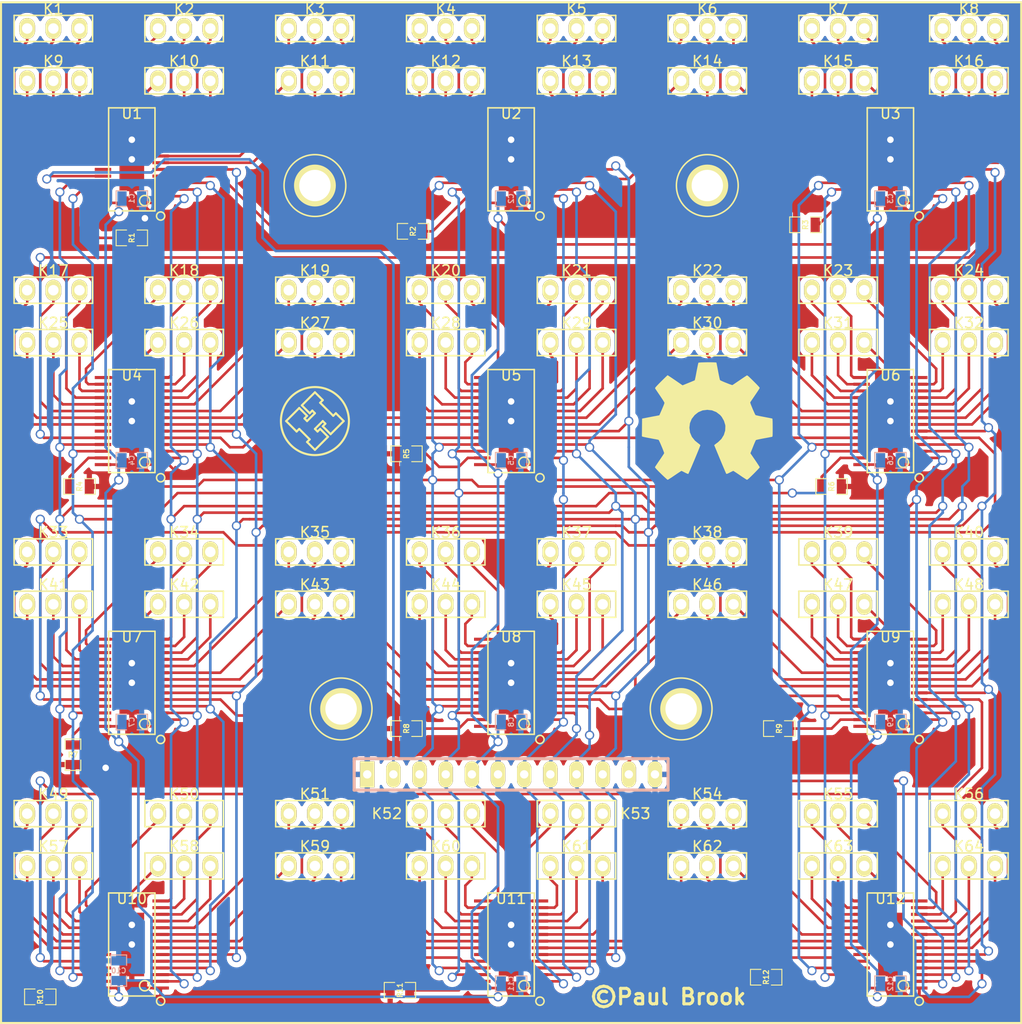
<source format=kicad_pcb>
(kicad_pcb (version 20221018) (generator pcbnew)
  (layers (0 "F.Cu" signal) (31 "B.Cu" signal) (34 "B.Paste" user) (35 "F.Paste" user) (36 "B.SilkS" user) (37 "F.SilkS" user) (38 "B.Mask" user) (39 "F.Mask" user) (44 "Edge.Cuts" user))
  (net 0 "")
  (net 1 "/B1")
  (net 2 "/B10")
  (net 3 "/B11")
  (net 4 "/B12")
  (net 5 "/B13")
  (net 6 "/B14")
  (net 7 "/B15")
  (net 8 "/B16")
  (net 9 "/B17")
  (net 10 "/B18")
  (net 11 "/B19")
  (net 12 "/B2")
  (net 13 "/B20")
  (net 14 "/B21")
  (net 15 "/B22")
  (net 16 "/B23")
  (net 17 "/B24")
  (net 18 "/B25")
  (net 19 "/B26")
  (net 20 "/B27")
  (net 21 "/B28")
  (net 22 "/B29")
  (net 23 "/B3")
  (net 24 "/B30")
  (net 25 "/B31")
  (net 26 "/B32")
  (net 27 "/B33")
  (net 28 "/B34")
  (net 29 "/B35")
  (net 30 "/B36")
  (net 31 "/B37")
  (net 32 "/B38")
  (net 33 "/B39")
  (net 34 "/B4")
  (net 35 "/B40")
  (net 36 "/B41")
  (net 37 "/B42")
  (net 38 "/B43")
  (net 39 "/B44")
  (net 40 "/B45")
  (net 41 "/B46")
  (net 42 "/B47")
  (net 43 "/B48")
  (net 44 "/B49")
  (net 45 "/B5")
  (net 46 "/B50")
  (net 47 "/B51")
  (net 48 "/B52")
  (net 49 "/B53")
  (net 50 "/B54")
  (net 51 "/B55")
  (net 52 "/B56")
  (net 53 "/B57")
  (net 54 "/B58")
  (net 55 "/B59")
  (net 56 "/B6")
  (net 57 "/B60")
  (net 58 "/B61")
  (net 59 "/B62")
  (net 60 "/B63")
  (net 61 "/B64")
  (net 62 "/B7")
  (net 63 "/B8")
  (net 64 "/B9")
  (net 65 "/BLANK")
  (net 66 "/DCPRG")
  (net 67 "/G1")
  (net 68 "/G10")
  (net 69 "/G11")
  (net 70 "/G12")
  (net 71 "/G13")
  (net 72 "/G14")
  (net 73 "/G15")
  (net 74 "/G16")
  (net 75 "/G17")
  (net 76 "/G18")
  (net 77 "/G19")
  (net 78 "/G2")
  (net 79 "/G20")
  (net 80 "/G21")
  (net 81 "/G22")
  (net 82 "/G23")
  (net 83 "/G24")
  (net 84 "/G25")
  (net 85 "/G26")
  (net 86 "/G27")
  (net 87 "/G28")
  (net 88 "/G29")
  (net 89 "/G3")
  (net 90 "/G30")
  (net 91 "/G31")
  (net 92 "/G32")
  (net 93 "/G33")
  (net 94 "/G34")
  (net 95 "/G35")
  (net 96 "/G36")
  (net 97 "/G37")
  (net 98 "/G38")
  (net 99 "/G39")
  (net 100 "/G4")
  (net 101 "/G40")
  (net 102 "/G41")
  (net 103 "/G42")
  (net 104 "/G43")
  (net 105 "/G44")
  (net 106 "/G45")
  (net 107 "/G46")
  (net 108 "/G47")
  (net 109 "/G48")
  (net 110 "/G49")
  (net 111 "/G5")
  (net 112 "/G50")
  (net 113 "/G51")
  (net 114 "/G52")
  (net 115 "/G53")
  (net 116 "/G54")
  (net 117 "/G55")
  (net 118 "/G56")
  (net 119 "/G57")
  (net 120 "/G58")
  (net 121 "/G59")
  (net 122 "/G6")
  (net 123 "/G60")
  (net 124 "/G61")
  (net 125 "/G62")
  (net 126 "/G63")
  (net 127 "/G64")
  (net 128 "/G7")
  (net 129 "/G8")
  (net 130 "/G9")
  (net 131 "/GND")
  (net 132 "/GSCLK")
  (net 133 "/IREF1")
  (net 134 "/IREF10")
  (net 135 "/IREF11")
  (net 136 "/IREF12")
  (net 137 "/IREF2")
  (net 138 "/IREF3")
  (net 139 "/IREF4")
  (net 140 "/IREF5")
  (net 141 "/IREF6")
  (net 142 "/IREF7")
  (net 143 "/IREF8")
  (net 144 "/IREF9")
  (net 145 "/R1")
  (net 146 "/R10")
  (net 147 "/R11")
  (net 148 "/R12")
  (net 149 "/R13")
  (net 150 "/R14")
  (net 151 "/R15")
  (net 152 "/R16")
  (net 153 "/R17")
  (net 154 "/R18")
  (net 155 "/R19")
  (net 156 "/R2")
  (net 157 "/R20")
  (net 158 "/R21")
  (net 159 "/R22")
  (net 160 "/R23")
  (net 161 "/R24")
  (net 162 "/R25")
  (net 163 "/R26")
  (net 164 "/R27")
  (net 165 "/R28")
  (net 166 "/R29")
  (net 167 "/R3")
  (net 168 "/R30")
  (net 169 "/R31")
  (net 170 "/R32")
  (net 171 "/R33")
  (net 172 "/R34")
  (net 173 "/R35")
  (net 174 "/R36")
  (net 175 "/R37")
  (net 176 "/R38")
  (net 177 "/R39")
  (net 178 "/R4")
  (net 179 "/R40")
  (net 180 "/R41")
  (net 181 "/R42")
  (net 182 "/R43")
  (net 183 "/R44")
  (net 184 "/R45")
  (net 185 "/R46")
  (net 186 "/R47")
  (net 187 "/R48")
  (net 188 "/R49")
  (net 189 "/R5")
  (net 190 "/R50")
  (net 191 "/R51")
  (net 192 "/R52")
  (net 193 "/R53")
  (net 194 "/R54")
  (net 195 "/R55")
  (net 196 "/R56")
  (net 197 "/R57")
  (net 198 "/R58")
  (net 199 "/R59")
  (net 200 "/R6")
  (net 201 "/R60")
  (net 202 "/R61")
  (net 203 "/R62")
  (net 204 "/R63")
  (net 205 "/R64")
  (net 206 "/R7")
  (net 207 "/R8")
  (net 208 "/R9")
  (net 209 "/SCLK")
  (net 210 "/SDATA1")
  (net 211 "/SDATA10")
  (net 212 "/SDATA11")
  (net 213 "/SDATA2")
  (net 214 "/SDATA3")
  (net 215 "/SDATA4")
  (net 216 "/SDATA5")
  (net 217 "/SDATA6")
  (net 218 "/SDATA7")
  (net 219 "/SDATA8")
  (net 220 "/SDATA9")
  (net 221 "/SIN")
  (net 222 "/SOUT")
  (net 223 "/VCC")
  (net 224 "/VPRG")
  (net 225 "/XLAT")
  (footprint "CATHODE3" (layer "F.Cu") (at 31.75 34.29)
    (fp_text reference "K9")
    (fp_text value "CONN_3" hide)
  )
  (footprint "CATHODE3" (layer "F.Cu") (at 120.65 34.29)
    (fp_text reference "K16")
    (fp_text value "CONN_3" hide)
  )
  (footprint "CATHODE3" (layer "F.Cu") (at 107.95 34.29)
    (fp_text reference "K15")
    (fp_text value "CONN_3" hide)
  )
  (footprint "CATHODE3" (layer "F.Cu") (at 95.25 34.29)
    (fp_text reference "K14")
    (fp_text value "CONN_3" hide)
  )
  (footprint "CATHODE3" (layer "F.Cu") (at 82.55 34.29)
    (fp_text reference "K13")
    (fp_text value "CONN_3" hide)
  )
  (footprint "CATHODE3" (layer "F.Cu") (at 69.85 34.29)
    (fp_text reference "K12")
    (fp_text value "CONN_3" hide)
  )
  (footprint "CATHODE3" (layer "F.Cu") (at 57.15 34.29)
    (fp_text reference "K11")
    (fp_text value "CONN_3" hide)
  )
  (footprint "CATHODE3" (layer "F.Cu") (at 44.45 34.29)
    (fp_text reference "K10")
    (fp_text value "CONN_3" hide)
  )
  (footprint "CATHODE3" (layer "F.Cu") (at 31.75 29.21)
    (fp_text reference "K1")
    (fp_text value "CONN_3" hide)
  )
  (footprint "CATHODE3" (layer "F.Cu") (at 120.65 29.21)
    (fp_text reference "K8")
    (fp_text value "CONN_3" hide)
  )
  (footprint "CATHODE3" (layer "F.Cu") (at 95.25 29.21)
    (fp_text reference "K6")
    (fp_text value "CONN_3" hide)
  )
  (footprint "CATHODE3" (layer "F.Cu") (at 82.55 29.21)
    (fp_text reference "K5")
    (fp_text value "CONN_3" hide)
  )
  (footprint "CATHODE3" (layer "F.Cu") (at 69.85 29.21)
    (fp_text reference "K4")
    (fp_text value "CONN_3" hide)
  )
  (footprint "CATHODE3" (layer "F.Cu") (at 57.15 29.21)
    (fp_text reference "K3")
    (fp_text value "CONN_3" hide)
  )
  (footprint "CATHODE3" (layer "F.Cu") (at 44.45 29.21)
    (fp_text reference "K2")
    (fp_text value "CONN_3" hide)
  )
  (footprint "HTSSOP-28" (layer "F.Cu") (at 39.37 41.91 90)
    (fp_text reference "U1")
    (fp_text value "TLC5940-PWP" hide)
  )
  (footprint "HTSSOP-28" (layer "F.Cu") (at 76.2 41.91 90)
    (fp_text reference "U2")
    (fp_text value "TLC5940-PWP" hide)
  )
  (footprint "HTSSOP-28" (layer "F.Cu") (at 113.03 41.91 90)
    (fp_text reference "U3")
    (fp_text value "TLC5940-PWP" hide)
  )
  (footprint "0805" (layer "F.Cu") (at 39.37 49.53)
    (fp_text reference "R1")
    (fp_text value "R" hide)
  )
  (footprint "CATHODE3" (layer "F.Cu") (at 107.95 29.21)
    (fp_text reference "K7")
    (fp_text value "CONN_3" hide)
  )
  (footprint "0805" (layer "F.Cu") (at 66.675 48.895 180)
    (fp_text reference "R2")
    (fp_text value "R" hide)
  )
  (footprint "0805" (layer "F.Cu") (at 104.775 48.26 180)
    (fp_text reference "R3")
    (fp_text value "R" hide)
  )
  (footprint "CATHODE3" (layer "F.Cu") (at 44.45 54.61)
    (fp_text reference "K18")
    (fp_text value "CONN_3" hide)
  )
  (footprint "CATHODE3" (layer "F.Cu") (at 57.15 54.61)
    (fp_text reference "K19")
    (fp_text value "CONN_3" hide)
  )
  (footprint "CATHODE3" (layer "F.Cu") (at 69.85 54.61)
    (fp_text reference "K20")
    (fp_text value "CONN_3" hide)
  )
  (footprint "CATHODE3" (layer "F.Cu") (at 82.55 54.61)
    (fp_text reference "K21")
    (fp_text value "CONN_3" hide)
  )
  (footprint "CATHODE3" (layer "F.Cu") (at 95.25 54.61)
    (fp_text reference "K22")
    (fp_text value "CONN_3" hide)
  )
  (footprint "CATHODE3" (layer "F.Cu") (at 107.95 54.61)
    (fp_text reference "K23")
    (fp_text value "CONN_3" hide)
  )
  (footprint "CATHODE3" (layer "F.Cu") (at 120.65 54.61)
    (fp_text reference "K24")
    (fp_text value "CONN_3" hide)
  )
  (footprint "CATHODE3" (layer "F.Cu") (at 31.75 54.61)
    (fp_text reference "K17")
    (fp_text value "CONN_3" hide)
  )
  (footprint "CATHODE3" (layer "F.Cu") (at 44.45 59.69)
    (fp_text reference "K26")
    (fp_text value "CONN_3" hide)
  )
  (footprint "CATHODE3" (layer "F.Cu") (at 57.15 59.69)
    (fp_text reference "K27")
    (fp_text value "CONN_3" hide)
  )
  (footprint "CATHODE3" (layer "F.Cu") (at 69.85 59.69)
    (fp_text reference "K28")
    (fp_text value "CONN_3" hide)
  )
  (footprint "CATHODE3" (layer "F.Cu") (at 82.55 59.69)
    (fp_text reference "K29")
    (fp_text value "CONN_3" hide)
  )
  (footprint "CATHODE3" (layer "F.Cu") (at 95.25 59.69)
    (fp_text reference "K30")
    (fp_text value "CONN_3" hide)
  )
  (footprint "CATHODE3" (layer "F.Cu") (at 107.95 59.69)
    (fp_text reference "K31")
    (fp_text value "CONN_3" hide)
  )
  (footprint "CATHODE3" (layer "F.Cu") (at 120.65 59.69)
    (fp_text reference "K32")
    (fp_text value "CONN_3" hide)
  )
  (footprint "CATHODE3" (layer "F.Cu") (at 31.75 59.69)
    (fp_text reference "K25")
    (fp_text value "CONN_3" hide)
  )
  (footprint "HTSSOP-28" (layer "F.Cu") (at 113.03 67.31 90)
    (fp_text reference "U6")
    (fp_text value "TLC5940-PWP" hide)
  )
  (footprint "HTSSOP-28" (layer "F.Cu") (at 76.2 67.31 90)
    (fp_text reference "U5")
    (fp_text value "TLC5940-PWP" hide)
  )
  (footprint "HTSSOP-28" (layer "F.Cu") (at 39.37 67.31 90)
    (fp_text reference "U4")
    (fp_text value "TLC5940-PWP" hide)
  )
  (footprint "0805" (layer "F.Cu") (at 34.29 73.66)
    (fp_text reference "R4")
    (fp_text value "R" hide)
  )
  (footprint "0805" (layer "F.Cu") (at 66.04 70.485 180)
    (fp_text reference "R5")
    (fp_text value "R" hide)
  )
  (footprint "0805" (layer "F.Cu") (at 107.315 73.66)
    (fp_text reference "R6")
    (fp_text value "R" hide)
  )
  (footprint "0805" (layer "F.Cu") (at 102.235 97.155 180)
    (fp_text reference "R9")
    (fp_text value "R" hide)
  )
  (footprint "0805" (layer "F.Cu") (at 66.04 97.155 180)
    (fp_text reference "R8")
    (fp_text value "R" hide)
  )
  (footprint "CATHODE3" (layer "F.Cu") (at 31.75 85.09)
    (fp_text reference "K41")
    (fp_text value "CONN_3" hide)
  )
  (footprint "CATHODE3" (layer "F.Cu") (at 120.65 85.09)
    (fp_text reference "K48")
    (fp_text value "CONN_3" hide)
  )
  (footprint "CATHODE3" (layer "F.Cu") (at 107.95 85.09)
    (fp_text reference "K47")
    (fp_text value "CONN_3" hide)
  )
  (footprint "CATHODE3" (layer "F.Cu") (at 95.25 85.09)
    (fp_text reference "K46")
    (fp_text value "CONN_3" hide)
  )
  (footprint "CATHODE3" (layer "F.Cu") (at 82.55 85.09)
    (fp_text reference "K45")
    (fp_text value "CONN_3" hide)
  )
  (footprint "CATHODE3" (layer "F.Cu") (at 69.85 85.09)
    (fp_text reference "K44")
    (fp_text value "CONN_3" hide)
  )
  (footprint "CATHODE3" (layer "F.Cu") (at 57.15 85.09)
    (fp_text reference "K43")
    (fp_text value "CONN_3" hide)
  )
  (footprint "CATHODE3" (layer "F.Cu") (at 44.45 85.09)
    (fp_text reference "K42")
    (fp_text value "CONN_3" hide)
  )
  (footprint "CATHODE3" (layer "F.Cu") (at 31.75 80.01)
    (fp_text reference "K33")
    (fp_text value "CONN_3" hide)
  )
  (footprint "CATHODE3" (layer "F.Cu") (at 120.65 80.01)
    (fp_text reference "K40")
    (fp_text value "CONN_3" hide)
  )
  (footprint "CATHODE3" (layer "F.Cu") (at 107.95 80.01)
    (fp_text reference "K39")
    (fp_text value "CONN_3" hide)
  )
  (footprint "CATHODE3" (layer "F.Cu") (at 95.25 80.01)
    (fp_text reference "K38")
    (fp_text value "CONN_3" hide)
  )
  (footprint "CATHODE3" (layer "F.Cu") (at 82.55 80.01)
    (fp_text reference "K37")
    (fp_text value "CONN_3" hide)
  )
  (footprint "CATHODE3" (layer "F.Cu") (at 69.85 80.01)
    (fp_text reference "K36")
    (fp_text value "CONN_3" hide)
  )
  (footprint "CATHODE3" (layer "F.Cu") (at 57.15 80.01)
    (fp_text reference "K35")
    (fp_text value "CONN_3" hide)
  )
  (footprint "CATHODE3" (layer "F.Cu") (at 44.45 80.01)
    (fp_text reference "K34")
    (fp_text value "CONN_3" hide)
  )
  (footprint "0805" (layer "F.Cu") (at 33.655 99.695 -90)
    (fp_text reference "R7")
    (fp_text value "R" hide)
  )
  (footprint "HTSSOP-28" (layer "F.Cu") (at 113.03 92.71 90)
    (fp_text reference "U9")
    (fp_text value "TLC5940-PWP" hide)
  )
  (footprint "HTSSOP-28" (layer "F.Cu") (at 76.2 92.71 90)
    (fp_text reference "U8")
    (fp_text value "TLC5940-PWP" hide)
  )
  (footprint "HTSSOP-28" (layer "F.Cu") (at 39.37 92.71 90)
    (fp_text reference "U7")
    (fp_text value "TLC5940-PWP" hide)
  )
  (footprint "HTSSOP-28" (layer "F.Cu") (at 39.37 118.11 90)
    (fp_text reference "U10")
    (fp_text value "TLC5940-PWP" hide)
  )
  (footprint "HTSSOP-28" (layer "F.Cu") (at 76.2 118.11 90)
    (fp_text reference "U11")
    (fp_text value "TLC5940-PWP" hide)
  )
  (footprint "HTSSOP-28" (layer "F.Cu") (at 113.03 118.11 90)
    (fp_text reference "U12")
    (fp_text value "TLC5940-PWP" hide)
  )
  (footprint "0805" (layer "F.Cu") (at 30.48 123.19 180)
    (fp_text reference "R10")
    (fp_text value "R" hide)
  )
  (footprint "CATHODE3" (layer "F.Cu") (at 44.45 105.41)
    (fp_text reference "K50")
    (fp_text value "CONN_3" hide)
  )
  (footprint "CATHODE3" (layer "F.Cu") (at 57.15 105.41)
    (fp_text reference "K51")
    (fp_text value "CONN_3" hide)
  )
  (footprint "CATHODE3" (layer "F.Cu") (at 69.85 105.41)
    (fp_text reference "K52")
    (fp_text value "CONN_3" hide)
  )
  (footprint "CATHODE3" (layer "F.Cu") (at 82.55 105.41)
    (fp_text reference "K53")
    (fp_text value "CONN_3" hide)
  )
  (footprint "CATHODE3" (layer "F.Cu") (at 95.25 105.41)
    (fp_text reference "K54")
    (fp_text value "CONN_3" hide)
  )
  (footprint "CATHODE3" (layer "F.Cu") (at 107.95 105.41)
    (fp_text reference "K55")
    (fp_text value "CONN_3" hide)
  )
  (footprint "CATHODE3" (layer "F.Cu") (at 120.65 105.41)
    (fp_text reference "K56")
    (fp_text value "CONN_3" hide)
  )
  (footprint "CATHODE3" (layer "F.Cu") (at 31.75 105.41)
    (fp_text reference "K49")
    (fp_text value "CONN_3" hide)
  )
  (footprint "CATHODE3" (layer "F.Cu") (at 44.45 110.49)
    (fp_text reference "K58")
    (fp_text value "CONN_3" hide)
  )
  (footprint "CATHODE3" (layer "F.Cu") (at 57.15 110.49)
    (fp_text reference "K59")
    (fp_text value "CONN_3" hide)
  )
  (footprint "CATHODE3" (layer "F.Cu") (at 69.85 110.49)
    (fp_text reference "K60")
    (fp_text value "CONN_3" hide)
  )
  (footprint "CATHODE3" (layer "F.Cu") (at 82.55 110.49)
    (fp_text reference "K61")
    (fp_text value "CONN_3" hide)
  )
  (footprint "CATHODE3" (layer "F.Cu") (at 95.25 110.49)
    (fp_text reference "K62")
    (fp_text value "CONN_3" hide)
  )
  (footprint "CATHODE3" (layer "F.Cu") (at 107.95 110.49)
    (fp_text reference "K63")
    (fp_text value "CONN_3" hide)
  )
  (footprint "CATHODE3" (layer "F.Cu") (at 120.65 110.49)
    (fp_text reference "K64")
    (fp_text value "CONN_3" hide)
  )
  (footprint "CATHODE3" (layer "F.Cu") (at 31.75 110.49)
    (fp_text reference "K57")
    (fp_text value "CONN_3" hide)
  )
  (footprint "0805" (layer "F.Cu") (at 65.405 122.555 180)
    (fp_text reference "R11")
    (fp_text value "R" hide)
  )
  (footprint "0805" (layer "F.Cu") (at 100.965 121.285 180)
    (fp_text reference "R12")
    (fp_text value "R" hide)
  )
  (footprint "HOLE3" (layer "F.Cu") (at 92.71 95.25)
    (fp_text reference "H4" hide)
    (fp_text value "CONN_1" hide)
  )
  (footprint "HOLE3" (layer "F.Cu") (at 59.69 95.25)
    (fp_text reference "H3" hide)
    (fp_text value "CONN_1" hide)
  )
  (footprint "HOLE3" (layer "F.Cu") (at 57.15 44.45)
    (fp_text reference "H2" hide)
    (fp_text value "CONN_1" hide)
  )
  (footprint "HOLE3" (layer "F.Cu") (at 95.25 44.45)
    (fp_text reference "H1" hide)
    (fp_text value "CONN_1" hide)
  )
  (footprint "LOGO_SMALL" (layer "F.Cu") (at 57.15 67.31)
    (fp_text reference "LOGO_SMALL" hide)
    (fp_text value "VAL**" hide)
  )
  (footprint "OSHW_LOGO" (layer "F.Cu") (at 95.25 67.31)
    (fp_text reference "G***" hide)
    (fp_text value "OSHW_LOGO" hide)
  )
  (footprint "0805" (layer "B.Cu") (at 39.37 45.72)
    (fp_text reference "C1")
    (fp_text value "100n" hide)
  )
  (footprint "0805" (layer "B.Cu") (at 76.2 45.72)
    (fp_text reference "C2")
    (fp_text value "100n" hide)
  )
  (footprint "0805" (layer "B.Cu") (at 113.03 45.72)
    (fp_text reference "C3")
    (fp_text value "100n" hide)
  )
  (footprint "0805" (layer "B.Cu") (at 39.37 71.12)
    (fp_text reference "C4")
    (fp_text value "100n" hide)
  )
  (footprint "0805" (layer "B.Cu") (at 76.2 71.12)
    (fp_text reference "C5")
    (fp_text value "100n" hide)
  )
  (footprint "0805" (layer "B.Cu") (at 113.03 71.12)
    (fp_text reference "C6")
    (fp_text value "100n" hide)
  )
  (footprint "0805" (layer "B.Cu") (at 39.37 96.52)
    (fp_text reference "C7")
    (fp_text value "100n" hide)
  )
  (footprint "0805" (layer "B.Cu") (at 76.2 96.52)
    (fp_text reference "C8")
    (fp_text value "100n" hide)
  )
  (footprint "0805" (layer "B.Cu") (at 113.03 96.52)
    (fp_text reference "C9")
    (fp_text value "100n" hide)
  )
  (footprint "0805" (layer "B.Cu") (at 38.1 120.65 90)
    (fp_text reference "C10")
    (fp_text value "100n" hide)
  )
  (footprint "0805" (layer "B.Cu") (at 76.2 121.92)
    (fp_text reference "C11")
    (fp_text value "100n" hide)
  )
  (footprint "0805" (layer "B.Cu") (at 113.03 121.92)
    (fp_text reference "C12")
    (fp_text value "100n" hide)
  )
  (footprint "SIL-12-ELL" (layer "B.Cu") (at 76.2 101.6)
    (fp_text reference "P1" hide)
    (fp_text value "CONN_12" hide)
  )
  (gr_line (start 26.67 26.67) (end 125.73 26.67) (stroke (width 0.2)) (layer "F.SilkS"))
  (gr_line (start 26.67 26.67) (end 26.67 125.73) (stroke (width 0.2)) (layer "F.SilkS"))
  (gr_line (start 26.67 125.73) (end 125.73 125.73) (stroke (width 0.2)) (layer "F.SilkS"))
  (gr_line (start 125.73 26.67) (end 125.73 125.73) (stroke (width 0.2)) (layer "F.SilkS"))
  (gr_text "©Paul Brook" (at 91.44 123.19) (layer "F.SilkS") (effects (font (size 1.5 1.5) (thickness 0.3))))
  (segment (start 33.92 39.635) (end 33.02 38.735) (width 0.254) (layer "F.Cu") (net 1))
  (segment (start 33.02 38.735) (end 33.02 31.75) (width 0.254) (layer "F.Cu") (net 1))
  (segment (start 33.02 31.75) (end 34.29 30.48) (width 0.254) (layer "F.Cu") (net 1))
  (segment (start 34.29 30.48) (end 34.29 29.21) (width 0.254) (layer "F.Cu") (net 1))
  (segment (start 36.57 39.635) (end 33.92 39.635) (width 0.254) (layer "F.Cu") (net 1))
  (segment (start 44.82 39.635) (end 46.99 37.465) (width 0.254) (layer "F.Cu") (net 2))
  (segment (start 46.99 37.465) (end 46.99 34.29) (width 0.254) (layer "F.Cu") (net 2))
  (segment (start 42.17 39.635) (end 44.82 39.635) (width 0.254) (layer "F.Cu") (net 2))
  (segment (start 64.46 42.235) (end 59.69 37.465) (width 0.254) (layer "F.Cu") (net 3))
  (segment (start 59.69 37.465) (end 59.69 34.29) (width 0.254) (layer "F.Cu") (net 3))
  (segment (start 73.4 42.235) (end 64.46 42.235) (width 0.254) (layer "F.Cu") (net 3))
  (segment (start 72.39 35.56) (end 71.755 36.195) (width 0.254) (layer "F.Cu") (net 4))
  (segment (start 71.755 36.195) (end 71.755 38.1) (width 0.254) (layer "F.Cu") (net 4))
  (segment (start 71.755 38.1) (end 71.99 38.335) (width 0.254) (layer "F.Cu") (net 4))
  (segment (start 71.99 38.335) (end 73.4 38.335) (width 0.254) (layer "F.Cu") (net 4))
  (segment (start 72.39 34.29) (end 72.39 35.56) (width 0.254) (layer "F.Cu") (net 4))
  (segment (start 82.89 40.935) (end 85.09 38.735) (width 0.254) (layer "F.Cu") (net 5))
  (segment (start 85.09 38.735) (end 85.09 34.29) (width 0.254) (layer "F.Cu") (net 5))
  (segment (start 79 40.935) (end 82.89 40.935) (width 0.254) (layer "F.Cu") (net 5))
  (segment (start 104.435 40.935) (end 97.79 34.29) (width 0.254) (layer "F.Cu") (net 6))
  (segment (start 110.23 40.935) (end 104.435 40.935) (width 0.254) (layer "F.Cu") (net 6))
  (segment (start 113.885 37.685) (end 110.49 34.29) (width 0.254) (layer "F.Cu") (net 7))
  (segment (start 115.83 37.685) (end 113.885 37.685) (width 0.254) (layer "F.Cu") (net 7))
  (segment (start 123.19 40.64) (end 122.245 41.585) (width 0.254) (layer "F.Cu") (net 8))
  (segment (start 122.245 41.585) (end 115.83 41.585) (width 0.254) (layer "F.Cu") (net 8))
  (segment (start 123.19 34.29) (end 123.19 40.64) (width 0.254) (layer "F.Cu") (net 8))
  (segment (start 36.57 65.035) (end 33.92 65.035) (width 0.254) (layer "F.Cu") (net 9))
  (segment (start 34.29 55.88) (end 34.29 54.61) (width 0.254) (layer "F.Cu") (net 9))
  (segment (start 33.02 57.15) (end 34.29 55.88) (width 0.254) (layer "F.Cu") (net 9))
  (segment (start 33.02 64.135) (end 33.02 57.15) (width 0.254) (layer "F.Cu") (net 9))
  (segment (start 33.92 65.035) (end 33.02 64.135) (width 0.254) (layer "F.Cu") (net 9))
  (segment (start 42.17 64.385) (end 44.2 64.385) (width 0.254) (layer "F.Cu") (net 10))
  (segment (start 44.2 64.385) (end 45.72 62.865) (width 0.254) (layer "F.Cu") (net 10))
  (segment (start 46.99 55.88) (end 46.99 54.61) (width 0.254) (layer "F.Cu") (net 10))
  (segment (start 45.72 57.15) (end 46.99 55.88) (width 0.254) (layer "F.Cu") (net 10))
  (segment (start 45.72 62.865) (end 45.72 57.15) (width 0.254) (layer "F.Cu") (net 10))
  (segment (start 73.4 66.985) (end 63.81 66.985) (width 0.254) (layer "F.Cu") (net 11))
  (segment (start 59.69 55.88) (end 59.69 54.61) (width 0.254) (layer "F.Cu") (net 11))
  (segment (start 61.595 57.785) (end 59.69 55.88) (width 0.254) (layer "F.Cu") (net 11))
  (segment (start 61.595 64.77) (end 61.595 57.785) (width 0.254) (layer "F.Cu") (net 11))
  (segment (start 63.81 66.985) (end 61.595 64.77) (width 0.254) (layer "F.Cu") (net 11))
  (segment (start 45.72 31.75) (end 46.99 30.48) (width 0.254) (layer "F.Cu") (net 12))
  (segment (start 46.99 30.48) (end 46.99 29.21) (width 0.254) (layer "F.Cu") (net 12))
  (segment (start 44.2 38.985) (end 45.72 37.465) (width 0.254) (layer "F.Cu") (net 12))
  (segment (start 45.72 37.465) (end 45.72 31.75) (width 0.254) (layer "F.Cu") (net 12))
  (segment (start 42.17 38.985) (end 44.2 38.985) (width 0.254) (layer "F.Cu") (net 12))
  (segment (start 74.93 62.865) (end 74.93 58.42) (width 0.254) (layer "F.Cu") (net 13))
  (segment (start 74.71 63.085) (end 74.93 62.865) (width 0.254) (layer "F.Cu") (net 13))
  (segment (start 73.4 63.085) (end 74.71 63.085) (width 0.254) (layer "F.Cu") (net 13))
  (segment (start 72.39 55.88) (end 72.39 54.61) (width 0.254) (layer "F.Cu") (net 13))
  (segment (start 74.93 58.42) (end 72.39 55.88) (width 0.254) (layer "F.Cu") (net 13))
  (segment (start 85.09 55.88) (end 85.09 54.61) (width 0.254) (layer "F.Cu") (net 14))
  (segment (start 83.82 57.15) (end 85.09 55.88) (width 0.254) (layer "F.Cu") (net 14))
  (segment (start 82.27 65.685) (end 83.82 64.135) (width 0.254) (layer "F.Cu") (net 14))
  (segment (start 83.82 64.135) (end 83.82 57.15) (width 0.254) (layer "F.Cu") (net 14))
  (segment (start 79 65.685) (end 82.27 65.685) (width 0.254) (layer "F.Cu") (net 14))
  (segment (start 97.79 54.61) (end 97.79 56.515) (width 0.254) (layer "F.Cu") (net 15))
  (segment (start 97.79 56.515) (end 99.695 58.42) (width 0.254) (layer "F.Cu") (net 15))
  (segment (start 106.96 65.685) (end 110.23 65.685) (width 0.254) (layer "F.Cu") (net 15))
  (segment (start 99.695 58.42) (end 106.96 65.685) (width 0.254) (layer "F.Cu") (net 15))
  (segment (start 110.49 55.245) (end 110.49 54.61) (width 0.254) (layer "F.Cu") (net 16))
  (segment (start 117.24 63.735) (end 115.83 63.735) (width 0.254) (layer "F.Cu") (net 16))
  (segment (start 117.475 63.5) (end 117.24 63.735) (width 0.254) (layer "F.Cu") (net 16))
  (segment (start 117.475 62.23) (end 110.49 55.245) (width 0.254) (layer "F.Cu") (net 16))
  (segment (start 117.475 62.23) (end 117.475 63.5) (width 0.254) (layer "F.Cu") (net 16))
  (segment (start 123.19 54.61) (end 123.19 55.88) (width 0.254) (layer "F.Cu") (net 17))
  (segment (start 124.46 57.15) (end 124.46 64.135) (width 0.254) (layer "F.Cu") (net 17))
  (segment (start 123.19 55.88) (end 124.46 57.15) (width 0.254) (layer "F.Cu") (net 17))
  (segment (start 120.96 67.635) (end 124.46 64.135) (width 0.254) (layer "F.Cu") (net 17))
  (segment (start 115.83 67.635) (end 120.96 67.635) (width 0.254) (layer "F.Cu") (net 17))
  (segment (start 36.57 64.385) (end 34.54 64.385) (width 0.254) (layer "F.Cu") (net 18))
  (segment (start 34.29 64.135) (end 34.29 59.69) (width 0.254) (layer "F.Cu") (net 18))
  (segment (start 34.54 64.385) (end 34.29 64.135) (width 0.254) (layer "F.Cu") (net 18))
  (segment (start 42.17 65.035) (end 44.82 65.035) (width 0.254) (layer "F.Cu") (net 19))
  (segment (start 44.82 65.035) (end 46.99 62.865) (width 0.254) (layer "F.Cu") (net 19))
  (segment (start 46.99 62.865) (end 46.99 59.69) (width 0.254) (layer "F.Cu") (net 19))
  (segment (start 61.92 67.635) (end 59.69 65.405) (width 0.254) (layer "F.Cu") (net 20))
  (segment (start 73.4 67.635) (end 61.92 67.635) (width 0.254) (layer "F.Cu") (net 20))
  (segment (start 59.69 65.405) (end 59.69 59.69) (width 0.254) (layer "F.Cu") (net 20))
  (segment (start 72.39 59.69) (end 72.39 60.96) (width 0.254) (layer "F.Cu") (net 21))
  (segment (start 71.99 63.735) (end 73.4 63.735) (width 0.254) (layer "F.Cu") (net 21))
  (segment (start 71.755 63.5) (end 71.99 63.735) (width 0.254) (layer "F.Cu") (net 21))
  (segment (start 71.755 61.595) (end 71.755 63.5) (width 0.254) (layer "F.Cu") (net 21))
  (segment (start 72.39 60.96) (end 71.755 61.595) (width 0.254) (layer "F.Cu") (net 21))
  (segment (start 82.89 66.335) (end 85.09 64.135) (width 0.254) (layer "F.Cu") (net 22))
  (segment (start 85.09 64.135) (end 85.09 59.69) (width 0.254) (layer "F.Cu") (net 22))
  (segment (start 79 66.335) (end 82.89 66.335) (width 0.254) (layer "F.Cu") (net 22))
  (segment (start 61.595 32.385) (end 59.69 30.48) (width 0.254) (layer "F.Cu") (net 23))
  (segment (start 59.69 30.48) (end 59.69 29.21) (width 0.254) (layer "F.Cu") (net 23))
  (segment (start 66.985 41.585) (end 61.595 36.195) (width 0.254) (layer "F.Cu") (net 23))
  (segment (start 61.595 36.195) (end 61.595 32.385) (width 0.254) (layer "F.Cu") (net 23))
  (segment (start 73.4 41.585) (end 66.985 41.585) (width 0.254) (layer "F.Cu") (net 23))
  (segment (start 110.23 66.335) (end 104.435 66.335) (width 0.254) (layer "F.Cu") (net 24))
  (segment (start 104.435 66.335) (end 97.79 59.69) (width 0.254) (layer "F.Cu") (net 24))
  (segment (start 115.83 63.085) (end 113.885 63.085) (width 0.254) (layer "F.Cu") (net 25))
  (segment (start 113.885 63.085) (end 110.49 59.69) (width 0.254) (layer "F.Cu") (net 25))
  (segment (start 123.19 59.69) (end 123.19 64.135) (width 0.254) (layer "F.Cu") (net 26))
  (segment (start 120.34 66.985) (end 123.19 64.135) (width 0.254) (layer "F.Cu") (net 26))
  (segment (start 115.83 66.985) (end 120.34 66.985) (width 0.254) (layer "F.Cu") (net 26))
  (segment (start 33.92 90.435) (end 33.02 89.535) (width 0.254) (layer "F.Cu") (net 27))
  (segment (start 33.02 89.535) (end 33.02 82.55) (width 0.254) (layer "F.Cu") (net 27))
  (segment (start 33.02 82.55) (end 34.29 81.28) (width 0.254) (layer "F.Cu") (net 27))
  (segment (start 34.29 81.28) (end 34.29 80.01) (width 0.254) (layer "F.Cu") (net 27))
  (segment (start 36.57 90.435) (end 33.92 90.435) (width 0.254) (layer "F.Cu") (net 27))
  (segment (start 45.72 88.265) (end 45.72 82.55) (width 0.254) (layer "F.Cu") (net 28))
  (segment (start 45.72 82.55) (end 46.99 81.28) (width 0.254) (layer "F.Cu") (net 28))
  (segment (start 46.99 81.28) (end 46.99 80.01) (width 0.254) (layer "F.Cu") (net 28))
  (segment (start 44.2 89.785) (end 45.72 88.265) (width 0.254) (layer "F.Cu") (net 28))
  (segment (start 42.17 89.785) (end 44.2 89.785) (width 0.254) (layer "F.Cu") (net 28))
  (segment (start 61.595 83.185) (end 59.69 81.28) (width 0.254) (layer "F.Cu") (net 29))
  (segment (start 59.69 81.28) (end 59.69 80.01) (width 0.254) (layer "F.Cu") (net 29))
  (segment (start 67.62 92.385) (end 61.595 86.36) (width 0.254) (layer "F.Cu") (net 29))
  (segment (start 61.595 86.36) (end 61.595 83.185) (width 0.254) (layer "F.Cu") (net 29))
  (segment (start 73.4 92.385) (end 67.62 92.385) (width 0.254) (layer "F.Cu") (net 29))
  (segment (start 74.93 83.82) (end 72.39 81.28) (width 0.254) (layer "F.Cu") (net 30))
  (segment (start 72.39 81.28) (end 72.39 80.01) (width 0.254) (layer "F.Cu") (net 30))
  (segment (start 73.4 88.485) (end 74.71 88.485) (width 0.254) (layer "F.Cu") (net 30))
  (segment (start 74.71 88.485) (end 74.93 88.265) (width 0.254) (layer "F.Cu") (net 30))
  (segment (start 74.93 88.265) (end 74.93 83.82) (width 0.254) (layer "F.Cu") (net 30))
  (segment (start 83.82 82.55) (end 85.09 81.28) (width 0.254) (layer "F.Cu") (net 31))
  (segment (start 85.09 81.28) (end 85.09 80.01) (width 0.254) (layer "F.Cu") (net 31))
  (segment (start 82.27 91.085) (end 83.82 89.535) (width 0.254) (layer "F.Cu") (net 31))
  (segment (start 83.82 89.535) (end 83.82 82.55) (width 0.254) (layer "F.Cu") (net 31))
  (segment (start 79 91.085) (end 82.27 91.085) (width 0.254) (layer "F.Cu") (net 31))
  (segment (start 99.695 83.82) (end 106.96 91.085) (width 0.254) (layer "F.Cu") (net 32))
  (segment (start 106.96 91.085) (end 110.23 91.085) (width 0.254) (layer "F.Cu") (net 32))
  (segment (start 97.79 81.915) (end 99.695 83.82) (width 0.254) (layer "F.Cu") (net 32))
  (segment (start 97.79 80.01) (end 97.79 81.915) (width 0.254) (layer "F.Cu") (net 32))
  (segment (start 117.475 87.63) (end 117.475 88.9) (width 0.254) (layer "F.Cu") (net 33))
  (segment (start 117.475 87.63) (end 110.49 80.645) (width 0.254) (layer "F.Cu") (net 33))
  (segment (start 117.475 88.9) (end 117.24 89.135) (width 0.254) (layer "F.Cu") (net 33))
  (segment (start 117.24 89.135) (end 115.83 89.135) (width 0.254) (layer "F.Cu") (net 33))
  (segment (start 110.49 80.645) (end 110.49 80.01) (width 0.254) (layer "F.Cu") (net 33))
  (segment (start 74.71 37.685) (end 74.93 37.465) (width 0.254) (layer "F.Cu") (net 34))
  (segment (start 74.93 37.465) (end 74.93 33.02) (width 0.254) (layer "F.Cu") (net 34))
  (segment (start 74.93 33.02) (end 72.39 30.48) (width 0.254) (layer "F.Cu") (net 34))
  (segment (start 72.39 30.48) (end 72.39 29.21) (width 0.254) (layer "F.Cu") (net 34))
  (segment (start 73.4 37.685) (end 74.71 37.685) (width 0.254) (layer "F.Cu") (net 34))
  (segment (start 123.19 81.28) (end 124.46 82.55) (width 0.254) (layer "F.Cu") (net 35))
  (segment (start 124.46 82.55) (end 124.46 89.535) (width 0.254) (layer "F.Cu") (net 35))
  (segment (start 123.19 80.01) (end 123.19 81.28) (width 0.254) (layer "F.Cu") (net 35))
  (segment (start 120.96 93.035) (end 124.46 89.535) (width 0.254) (layer "F.Cu") (net 35))
  (segment (start 115.83 93.035) (end 120.96 93.035) (width 0.254) (layer "F.Cu") (net 35))
  (segment (start 34.54 89.785) (end 34.29 89.535) (width 0.254) (layer "F.Cu") (net 36))
  (segment (start 34.29 89.535) (end 34.29 85.09) (width 0.254) (layer "F.Cu") (net 36))
  (segment (start 36.57 89.785) (end 34.54 89.785) (width 0.254) (layer "F.Cu") (net 36))
  (segment (start 46.99 88.265) (end 46.99 85.09) (width 0.254) (layer "F.Cu") (net 37))
  (segment (start 44.82 90.435) (end 46.99 88.265) (width 0.254) (layer "F.Cu") (net 37))
  (segment (start 42.17 90.435) (end 44.82 90.435) (width 0.254) (layer "F.Cu") (net 37))
  (segment (start 66.365 93.035) (end 59.69 86.36) (width 0.254) (layer "F.Cu") (net 38))
  (segment (start 59.69 86.36) (end 59.69 85.09) (width 0.254) (layer "F.Cu") (net 38))
  (segment (start 73.4 93.035) (end 66.365 93.035) (width 0.254) (layer "F.Cu") (net 38))
  (segment (start 72.39 86.36) (end 71.755 86.995) (width 0.254) (layer "F.Cu") (net 39))
  (segment (start 71.755 86.995) (end 71.755 88.9) (width 0.254) (layer "F.Cu") (net 39))
  (segment (start 71.755 88.9) (end 71.99 89.135) (width 0.254) (layer "F.Cu") (net 39))
  (segment (start 71.99 89.135) (end 73.4 89.135) (width 0.254) (layer "F.Cu") (net 39))
  (segment (start 72.39 85.09) (end 72.39 86.36) (width 0.254) (layer "F.Cu") (net 39))
  (segment (start 82.89 91.735) (end 85.09 89.535) (width 0.254) (layer "F.Cu") (net 40))
  (segment (start 85.09 89.535) (end 85.09 85.09) (width 0.254) (layer "F.Cu") (net 40))
  (segment (start 79 91.735) (end 82.89 91.735) (width 0.254) (layer "F.Cu") (net 40))
  (segment (start 104.435 91.735) (end 97.79 85.09) (width 0.254) (layer "F.Cu") (net 41))
  (segment (start 110.23 91.735) (end 104.435 91.735) (width 0.254) (layer "F.Cu") (net 41))
  (segment (start 113.885 88.485) (end 110.49 85.09) (width 0.254) (layer "F.Cu") (net 42))
  (segment (start 115.83 88.485) (end 113.885 88.485) (width 0.254) (layer "F.Cu") (net 42))
  (segment (start 123.19 85.09) (end 123.19 89.535) (width 0.254) (layer "F.Cu") (net 43))
  (segment (start 120.34 92.385) (end 123.19 89.535) (width 0.254) (layer "F.Cu") (net 43))
  (segment (start 115.83 92.385) (end 120.34 92.385) (width 0.254) (layer "F.Cu") (net 43))
  (segment (start 36.57 115.835) (end 33.92 115.835) (width 0.254) (layer "F.Cu") (net 44))
  (segment (start 34.29 106.68) (end 34.29 105.41) (width 0.254) (layer "F.Cu") (net 44))
  (segment (start 33.02 107.95) (end 34.29 106.68) (width 0.254) (layer "F.Cu") (net 44))
  (segment (start 33.02 114.935) (end 33.02 107.95) (width 0.254) (layer "F.Cu") (net 44))
  (segment (start 33.92 115.835) (end 33.02 114.935) (width 0.254) (layer "F.Cu") (net 44))
  (segment (start 83.82 31.75) (end 85.09 30.48) (width 0.254) (layer "F.Cu") (net 45))
  (segment (start 85.09 30.48) (end 85.09 29.21) (width 0.254) (layer "F.Cu") (net 45))
  (segment (start 82.27 40.285) (end 83.82 38.735) (width 0.254) (layer "F.Cu") (net 45))
  (segment (start 83.82 38.735) (end 83.82 31.75) (width 0.254) (layer "F.Cu") (net 45))
  (segment (start 79 40.285) (end 82.27 40.285) (width 0.254) (layer "F.Cu") (net 45))
  (segment (start 42.17 115.185) (end 44.2 115.185) (width 0.254) (layer "F.Cu") (net 46))
  (segment (start 44.2 115.185) (end 45.72 113.665) (width 0.254) (layer "F.Cu") (net 46))
  (segment (start 46.99 106.68) (end 46.99 105.41) (width 0.254) (layer "F.Cu") (net 46))
  (segment (start 45.72 107.95) (end 46.99 106.68) (width 0.254) (layer "F.Cu") (net 46))
  (segment (start 45.72 113.665) (end 45.72 107.95) (width 0.254) (layer "F.Cu") (net 46))
  (segment (start 73.4 117.785) (end 63.81 117.785) (width 0.254) (layer "F.Cu") (net 47))
  (segment (start 59.69 106.68) (end 59.69 105.41) (width 0.254) (layer "F.Cu") (net 47))
  (segment (start 61.595 108.585) (end 59.69 106.68) (width 0.254) (layer "F.Cu") (net 47))
  (segment (start 61.595 115.57) (end 61.595 108.585) (width 0.254) (layer "F.Cu") (net 47))
  (segment (start 63.81 117.785) (end 61.595 115.57) (width 0.254) (layer "F.Cu") (net 47))
  (segment (start 74.93 113.665) (end 74.93 109.22) (width 0.254) (layer "F.Cu") (net 48))
  (segment (start 74.71 113.885) (end 74.93 113.665) (width 0.254) (layer "F.Cu") (net 48))
  (segment (start 73.4 113.885) (end 74.71 113.885) (width 0.254) (layer "F.Cu") (net 48))
  (segment (start 72.39 106.68) (end 72.39 105.41) (width 0.254) (layer "F.Cu") (net 48))
  (segment (start 74.93 109.22) (end 72.39 106.68) (width 0.254) (layer "F.Cu") (net 48))
  (segment (start 79 116.485) (end 82.905 116.485) (width 0.254) (layer "F.Cu") (net 49))
  (segment (start 85.09 106.68) (end 85.09 105.41) (width 0.254) (layer "F.Cu") (net 49))
  (segment (start 83.82 107.95) (end 85.09 106.68) (width 0.254) (layer "F.Cu") (net 49))
  (segment (start 83.82 115.57) (end 83.82 107.95) (width 0.254) (layer "F.Cu") (net 49))
  (segment (start 82.905 116.485) (end 83.82 115.57) (width 0.254) (layer "F.Cu") (net 49))
  (segment (start 97.79 105.41) (end 97.79 107.315) (width 0.254) (layer "F.Cu") (net 50))
  (segment (start 97.79 107.315) (end 99.695 109.22) (width 0.254) (layer "F.Cu") (net 50))
  (segment (start 106.96 116.485) (end 110.23 116.485) (width 0.254) (layer "F.Cu") (net 50))
  (segment (start 99.695 109.22) (end 106.96 116.485) (width 0.254) (layer "F.Cu") (net 50))
  (segment (start 110.49 106.045) (end 110.49 105.41) (width 0.254) (layer "F.Cu") (net 51))
  (segment (start 117.24 114.535) (end 115.83 114.535) (width 0.254) (layer "F.Cu") (net 51))
  (segment (start 117.475 114.3) (end 117.24 114.535) (width 0.254) (layer "F.Cu") (net 51))
  (segment (start 117.475 113.03) (end 110.49 106.045) (width 0.254) (layer "F.Cu") (net 51))
  (segment (start 117.475 113.03) (end 117.475 114.3) (width 0.254) (layer "F.Cu") (net 51))
  (segment (start 123.19 105.41) (end 123.19 106.68) (width 0.254) (layer "F.Cu") (net 52))
  (segment (start 124.46 107.95) (end 124.46 114.935) (width 0.254) (layer "F.Cu") (net 52))
  (segment (start 123.19 106.68) (end 124.46 107.95) (width 0.254) (layer "F.Cu") (net 52))
  (segment (start 120.96 118.435) (end 124.46 114.935) (width 0.254) (layer "F.Cu") (net 52))
  (segment (start 115.83 118.435) (end 120.96 118.435) (width 0.254) (layer "F.Cu") (net 52))
  (segment (start 36.57 115.185) (end 34.54 115.185) (width 0.254) (layer "F.Cu") (net 53))
  (segment (start 34.29 114.935) (end 34.29 110.49) (width 0.254) (layer "F.Cu") (net 53))
  (segment (start 34.54 115.185) (end 34.29 114.935) (width 0.254) (layer "F.Cu") (net 53))
  (segment (start 42.17 115.835) (end 44.82 115.835) (width 0.254) (layer "F.Cu") (net 54))
  (segment (start 44.82 115.835) (end 46.99 113.665) (width 0.254) (layer "F.Cu") (net 54))
  (segment (start 46.99 113.665) (end 46.99 110.49) (width 0.254) (layer "F.Cu") (net 54))
  (segment (start 61.92 118.435) (end 59.69 116.205) (width 0.254) (layer "F.Cu") (net 55))
  (segment (start 73.4 118.435) (end 61.92 118.435) (width 0.254) (layer "F.Cu") (net 55))
  (segment (start 59.69 116.205) (end 59.69 110.49) (width 0.254) (layer "F.Cu") (net 55))
  (segment (start 99.695 33.02) (end 106.96 40.285) (width 0.254) (layer "F.Cu") (net 56))
  (segment (start 106.96 40.285) (end 110.23 40.285) (width 0.254) (layer "F.Cu") (net 56))
  (segment (start 97.79 31.115) (end 99.695 33.02) (width 0.254) (layer "F.Cu") (net 56))
  (segment (start 97.79 29.21) (end 97.79 31.115) (width 0.254) (layer "F.Cu") (net 56))
  (segment (start 72.39 110.49) (end 72.39 111.76) (width 0.254) (layer "F.Cu") (net 57))
  (segment (start 71.99 114.535) (end 73.4 114.535) (width 0.254) (layer "F.Cu") (net 57))
  (segment (start 71.755 114.3) (end 71.99 114.535) (width 0.254) (layer "F.Cu") (net 57))
  (segment (start 71.755 112.395) (end 71.755 114.3) (width 0.254) (layer "F.Cu") (net 57))
  (segment (start 72.39 111.76) (end 71.755 112.395) (width 0.254) (layer "F.Cu") (net 57))
  (segment (start 79 117.135) (end 84.16 117.135) (width 0.254) (layer "F.Cu") (net 58))
  (segment (start 85.09 116.205) (end 85.09 110.49) (width 0.254) (layer "F.Cu") (net 58))
  (segment (start 84.16 117.135) (end 85.09 116.205) (width 0.254) (layer "F.Cu") (net 58))
  (segment (start 110.23 117.135) (end 104.435 117.135) (width 0.254) (layer "F.Cu") (net 59))
  (segment (start 104.435 117.135) (end 97.79 110.49) (width 0.254) (layer "F.Cu") (net 59))
  (segment (start 115.83 113.885) (end 113.885 113.885) (width 0.254) (layer "F.Cu") (net 60))
  (segment (start 113.885 113.885) (end 110.49 110.49) (width 0.254) (layer "F.Cu") (net 60))
  (segment (start 123.19 110.49) (end 123.19 114.935) (width 0.254) (layer "F.Cu") (net 61))
  (segment (start 120.34 117.785) (end 123.19 114.935) (width 0.254) (layer "F.Cu") (net 61))
  (segment (start 115.83 117.785) (end 120.34 117.785) (width 0.254) (layer "F.Cu") (net 61))
  (segment (start 117.475 36.83) (end 117.475 38.1) (width 0.254) (layer "F.Cu") (net 62))
  (segment (start 117.475 38.1) (end 117.24 38.335) (width 0.254) (layer "F.Cu") (net 62))
  (segment (start 117.24 38.335) (end 115.83 38.335) (width 0.254) (layer "F.Cu") (net 62))
  (segment (start 110.49 29.845) (end 110.49 29.21) (width 0.254) (layer "F.Cu") (net 62))
  (segment (start 117.475 36.83) (end 110.49 29.845) (width 0.254) (layer "F.Cu") (net 62))
  (segment (start 123.19 30.48) (end 124.46 31.75) (width 0.254) (layer "F.Cu") (net 63))
  (segment (start 124.46 31.75) (end 124.46 41.275) (width 0.254) (layer "F.Cu") (net 63))
  (segment (start 124.46 41.275) (end 123.5 42.235) (width 0.254) (layer "F.Cu") (net 63))
  (segment (start 123.5 42.235) (end 115.83 42.235) (width 0.254) (layer "F.Cu") (net 63))
  (segment (start 123.19 29.21) (end 123.19 30.48) (width 0.254) (layer "F.Cu") (net 63))
  (segment (start 34.54 38.985) (end 34.29 38.735) (width 0.254) (layer "F.Cu") (net 64))
  (segment (start 34.29 38.735) (end 34.29 34.29) (width 0.254) (layer "F.Cu") (net 64))
  (segment (start 36.57 38.985) (end 34.54 38.985) (width 0.254) (layer "F.Cu") (net 64))
  (segment (start 117.875 45.485) (end 118.11 45.72) (width 0.254) (layer "F.Cu") (net 65))
  (segment (start 117.875 70.885) (end 115.83 70.885) (width 0.254) (layer "F.Cu") (net 65))
  (segment (start 117.875 70.885) (end 118.11 71.12) (width 0.254) (layer "F.Cu") (net 65))
  (segment (start 81.045 45.485) (end 81.28 45.72) (width 0.254) (layer "F.Cu") (net 65))
  (segment (start 81.045 70.885) (end 81.28 71.12) (width 0.254) (layer "F.Cu") (net 65))
  (segment (start 44.215 45.485) (end 44.45 45.72) (width 0.254) (layer "F.Cu") (net 65))
  (segment (start 44.215 70.885) (end 44.45 71.12) (width 0.254) (layer "F.Cu") (net 65))
  (segment (start 44.215 96.285) (end 44.45 96.52) (width 0.254) (layer "F.Cu") (net 65))
  (segment (start 44.215 96.285) (end 42.17 96.285) (width 0.254) (layer "F.Cu") (net 65))
  (segment (start 79 96.285) (end 81.045 96.285) (width 0.254) (layer "F.Cu") (net 65))
  (segment (start 81.045 96.285) (end 81.28 96.52) (width 0.254) (layer "F.Cu") (net 65))
  (segment (start 117.875 96.285) (end 115.83 96.285) (width 0.254) (layer "F.Cu") (net 65))
  (segment (start 117.875 96.285) (end 118.11 96.52) (width 0.254) (layer "F.Cu") (net 65))
  (segment (start 117.875 121.685) (end 118.11 121.92) (width 0.254) (layer "F.Cu") (net 65))
  (segment (start 81.045 121.685) (end 81.28 121.92) (width 0.254) (layer "F.Cu") (net 65))
  (segment (start 79 121.685) (end 81.045 121.685) (width 0.254) (layer "F.Cu") (net 65))
  (segment (start 44.215 121.685) (end 42.17 121.685) (width 0.254) (layer "F.Cu") (net 65))
  (segment (start 44.215 121.685) (end 44.45 121.92) (width 0.254) (layer "F.Cu") (net 65))
  (segment (start 114.935 75.565) (end 115.57 74.93) (width 0.254) (layer "F.Cu") (net 65))
  (segment (start 114.935 75.565) (end 90.17 75.565) (width 0.254) (layer "F.Cu") (net 65))
  (segment (start 90.17 75.565) (end 88.9 74.295) (width 0.254) (layer "F.Cu") (net 65))
  (segment (start 88.9 74.295) (end 85.725 74.295) (width 0.254) (layer "F.Cu") (net 65))
  (segment (start 85.725 74.295) (end 84.455 75.565) (width 0.254) (layer "F.Cu") (net 65))
  (segment (start 84.455 75.565) (end 81.28 75.565) (width 0.254) (layer "F.Cu") (net 65))
  (segment (start 81.28 75.565) (end 44.45 75.565) (width 0.254) (layer "F.Cu") (net 65))
  (segment (start 117.875 121.685) (end 118.11 121.92) (width 0.254) (layer "F.Cu") (net 65))
  (segment (start 42.17 45.485) (end 44.215 45.485) (width 0.254) (layer "F.Cu") (net 65))
  (segment (start 44.215 70.885) (end 42.17 70.885) (width 0.254) (layer "F.Cu") (net 65))
  (segment (start 115.83 121.685) (end 117.875 121.685) (width 0.254) (layer "F.Cu") (net 65))
  (segment (start 79 45.485) (end 81.045 45.485) (width 0.254) (layer "F.Cu") (net 65))
  (segment (start 115.83 45.485) (end 117.875 45.485) (width 0.254) (layer "F.Cu") (net 65))
  (segment (start 79 70.885) (end 81.045 70.885) (width 0.254) (layer "F.Cu") (net 65))
  (segment (start 81.28 75.565) (end 81.28 74.93) (width 0.254) (layer "F.Cu") (net 65))
  (segment (start 44.45 75.565) (end 43.18 76.835) (width 0.254) (layer "F.Cu") (net 65))
  (via (at 118.11 71.12) (size 0.889) (drill 0.635) (layers "F.Cu" "B.Cu") (net 65))
  (via (at 44.45 96.52) (size 0.889) (drill 0.635) (layers "F.Cu" "B.Cu") (net 65))
  (via (at 81.28 96.52) (size 0.889) (drill 0.635) (layers "F.Cu" "B.Cu") (net 65))
  (via (at 118.11 96.52) (size 0.889) (drill 0.635) (layers "F.Cu" "B.Cu") (net 65))
  (via (at 81.28 121.92) (size 0.889) (drill 0.635) (layers "F.Cu" "B.Cu") (net 65))
  (via (at 44.45 121.92) (size 0.889) (drill 0.635) (layers "F.Cu" "B.Cu") (net 65))
  (via (at 44.45 71.12) (size 0.889) (drill 0.635) (layers "F.Cu" "B.Cu") (net 65))
  (via (at 118.11 121.92) (size 0.889) (drill 0.635) (layers "F.Cu" "B.Cu") (net 65))
  (via (at 81.28 71.12) (size 0.889) (drill 0.635) (layers "F.Cu" "B.Cu") (net 65))
  (via (at 43.18 76.835) (size 0.889) (drill 0.635) (layers "F.Cu" "B.Cu") (net 65))
  (via (at 81.28 45.72) (size 0.889) (drill 0.635) (layers "F.Cu" "B.Cu") (net 65))
  (via (at 115.57 74.93) (size 0.889) (drill 0.635) (layers "F.Cu" "B.Cu") (net 65))
  (via (at 44.45 45.72) (size 0.889) (drill 0.635) (layers "F.Cu" "B.Cu") (net 65))
  (via (at 81.28 74.93) (size 0.889) (drill 0.635) (layers "F.Cu" "B.Cu") (net 65))
  (via (at 118.11 45.72) (size 0.889) (drill 0.635) (layers "F.Cu" "B.Cu") (net 65))
  (segment (start 115.57 68.58) (end 115.57 48.26) (width 0.254) (layer "B.Cu") (net 65))
  (segment (start 115.57 48.26) (end 118.11 45.72) (width 0.254) (layer "B.Cu") (net 65))
  (segment (start 81.28 71.12) (end 81.28 45.72) (width 0.254) (layer "B.Cu") (net 65))
  (segment (start 81.28 45.72) (end 81.28 46.355) (width 0.254) (layer "B.Cu") (net 65))
  (segment (start 43.18 69.85) (end 43.18 46.99) (width 0.254) (layer "B.Cu") (net 65))
  (segment (start 43.18 46.99) (end 44.45 45.72) (width 0.254) (layer "B.Cu") (net 65))
  (segment (start 43.18 95.25) (end 44.45 96.52) (width 0.254) (layer "B.Cu") (net 65))
  (segment (start 43.18 95.25) (end 43.18 77.47) (width 0.254) (layer "B.Cu") (net 65))
  (segment (start 81.28 96.52) (end 81.28 76.835) (width 0.254) (layer "B.Cu") (net 65))
  (segment (start 115.57 93.98) (end 118.11 96.52) (width 0.254) (layer "B.Cu") (net 65))
  (segment (start 115.57 93.98) (end 115.57 74.93) (width 0.254) (layer "B.Cu") (net 65))
  (segment (start 43.18 120.65) (end 43.18 97.79) (width 0.254) (layer "B.Cu") (net 65))
  (segment (start 44.45 121.92) (end 43.18 120.65) (width 0.254) (layer "B.Cu") (net 65))
  (segment (start 115.57 74.295) (end 115.57 73.66) (width 0.254) (layer "B.Cu") (net 65))
  (segment (start 81.28 74.295) (end 81.28 71.12) (width 0.254) (layer "B.Cu") (net 65))
  (segment (start 81.28 76.2) (end 81.28 74.93) (width 0.254) (layer "B.Cu") (net 65))
  (segment (start 81.28 76.835) (end 81.28 76.2) (width 0.254) (layer "B.Cu") (net 65))
  (segment (start 115.57 74.93) (end 115.57 74.295) (width 0.254) (layer "B.Cu") (net 65))
  (segment (start 81.28 74.93) (end 81.28 74.295) (width 0.254) (layer "B.Cu") (net 65))
  (segment (start 78.74 119.38) (end 81.28 121.92) (width 0.254) (layer "B.Cu") (net 65))
  (segment (start 77.47 100.33) (end 78.74 99.06) (width 0.254) (layer "B.Cu") (net 65))
  (segment (start 77.47 102.87) (end 78.74 104.14) (width 0.254) (layer "B.Cu") (net 65))
  (segment (start 78.74 104.14) (end 78.74 119.38) (width 0.254) (layer "B.Cu") (net 65))
  (segment (start 43.18 76.2) (end 43.18 72.39) (width 0.254) (layer "B.Cu") (net 65))
  (segment (start 118.11 117.475) (end 115.57 114.935) (width 0.254) (layer "B.Cu") (net 65))
  (segment (start 115.57 114.935) (end 115.57 99.06) (width 0.254) (layer "B.Cu") (net 65))
  (segment (start 44.45 71.12) (end 43.18 69.85) (width 0.254) (layer "B.Cu") (net 65))
  (segment (start 43.18 76.835) (end 43.18 77.47) (width 0.254) (layer "B.Cu") (net 65))
  (segment (start 43.18 76.835) (end 43.18 76.2) (width 0.254) (layer "B.Cu") (net 65))
  (segment (start 118.11 96.52) (end 115.57 99.06) (width 0.254) (layer "B.Cu") (net 65))
  (segment (start 118.11 71.12) (end 115.57 73.66) (width 0.254) (layer "B.Cu") (net 65))
  (segment (start 77.47 101.6) (end 77.47 102.87) (width 0.254) (layer "B.Cu") (net 65))
  (segment (start 44.45 71.12) (end 43.18 72.39) (width 0.254) (layer "B.Cu") (net 65))
  (segment (start 81.28 96.52) (end 78.74 99.06) (width 0.254) (layer "B.Cu") (net 65))
  (segment (start 118.11 121.92) (end 118.11 117.475) (width 0.254) (layer "B.Cu") (net 65))
  (segment (start 77.47 101.6) (end 77.47 100.33) (width 0.254) (layer "B.Cu") (net 65))
  (segment (start 118.11 71.12) (end 115.57 68.58) (width 0.254) (layer "B.Cu") (net 65))
  (segment (start 44.45 96.52) (end 43.18 97.79) (width 0.254) (layer "B.Cu") (net 65))
  (segment (start 107.565 44.835) (end 107.315 45.085) (width 0.254) (layer "F.Cu") (net 66))
  (segment (start 106.93 70.235) (end 106.68 70.485) (width 0.254) (layer "F.Cu") (net 66))
  (segment (start 70.735 70.235) (end 70.485 70.485) (width 0.254) (layer "F.Cu") (net 66))
  (segment (start 70.735 44.835) (end 70.485 45.085) (width 0.254) (layer "F.Cu") (net 66))
  (segment (start 33.905 70.235) (end 33.655 70.485) (width 0.254) (layer "F.Cu") (net 66))
  (segment (start 33.905 95.635) (end 36.57 95.635) (width 0.254) (layer "F.Cu") (net 66))
  (segment (start 33.905 95.635) (end 33.655 95.885) (width 0.254) (layer "F.Cu") (net 66))
  (segment (start 70.735 95.635) (end 70.485 95.885) (width 0.254) (layer "F.Cu") (net 66))
  (segment (start 70.735 95.635) (end 73.4 95.635) (width 0.254) (layer "F.Cu") (net 66))
  (segment (start 110.23 95.635) (end 106.93 95.635) (width 0.254) (layer "F.Cu") (net 66))
  (segment (start 106.93 95.635) (end 106.68 95.885) (width 0.254) (layer "F.Cu") (net 66))
  (segment (start 106.93 121.035) (end 106.68 121.285) (width 0.254) (layer "F.Cu") (net 66))
  (segment (start 110.23 121.035) (end 106.93 121.035) (width 0.254) (layer "F.Cu") (net 66))
  (segment (start 70.735 121.035) (end 73.4 121.035) (width 0.254) (layer "F.Cu") (net 66))
  (segment (start 70.735 121.035) (end 70.485 121.285) (width 0.254) (layer "F.Cu") (net 66))
  (segment (start 33.905 121.035) (end 33.655 121.285) (width 0.254) (layer "F.Cu") (net 66))
  (segment (start 33.905 121.035) (end 36.57 121.035) (width 0.254) (layer "F.Cu") (net 66))
  (segment (start 90.805 74.295) (end 103.505 74.295) (width 0.254) (layer "F.Cu") (net 66))
  (segment (start 90.805 74.295) (end 90.17 73.66) (width 0.254) (layer "F.Cu") (net 66))
  (segment (start 90.17 73.66) (end 80.645 73.66) (width 0.254) (layer "F.Cu") (net 66))
  (segment (start 41.275 76.835) (end 34.29 76.835) (width 0.254) (layer "F.Cu") (net 66))
  (segment (start 43.815 74.295) (end 71.12 74.295) (width 0.254) (layer "F.Cu") (net 66))
  (segment (start 41.275 76.835) (end 41.275 76.835) (width 0.254) (layer "F.Cu") (net 66))
  (segment (start 34.54 44.835) (end 33.655 45.72) (width 0.254) (layer "F.Cu") (net 66))
  (segment (start 36.57 44.835) (end 34.54 44.835) (width 0.254) (layer "F.Cu") (net 66))
  (segment (start 80.01 74.295) (end 80.645 73.66) (width 0.254) (layer "F.Cu") (net 66))
  (segment (start 33.905 70.235) (end 36.57 70.235) (width 0.254) (layer "F.Cu") (net 66))
  (segment (start 71.12 74.295) (end 80.01 74.295) (width 0.254) (layer "F.Cu") (net 66))
  (segment (start 73.4 44.835) (end 70.735 44.835) (width 0.254) (layer "F.Cu") (net 66))
  (segment (start 110.23 70.235) (end 106.93 70.235) (width 0.254) (layer "F.Cu") (net 66))
  (segment (start 70.735 70.235) (end 73.4 70.235) (width 0.254) (layer "F.Cu") (net 66))
  (segment (start 110.23 44.835) (end 107.565 44.835) (width 0.254) (layer "F.Cu") (net 66))
  (segment (start 43.815 74.295) (end 41.275 76.835) (width 0.254) (layer "F.Cu") (net 66))
  (via (at 33.655 95.885) (size 0.889) (drill 0.635) (layers "F.Cu" "B.Cu") (net 66))
  (via (at 70.485 95.885) (size 0.889) (drill 0.635) (layers "F.Cu" "B.Cu") (net 66))
  (via (at 106.68 95.885) (size 0.889) (drill 0.635) (layers "F.Cu" "B.Cu") (net 66))
  (via (at 106.68 121.285) (size 0.889) (drill 0.635) (layers "F.Cu" "B.Cu") (net 66))
  (via (at 70.485 121.285) (size 0.889) (drill 0.635) (layers "F.Cu" "B.Cu") (net 66))
  (via (at 33.655 121.285) (size 0.889) (drill 0.635) (layers "F.Cu" "B.Cu") (net 66))
  (via (at 106.68 70.485) (size 0.889) (drill 0.635) (layers "F.Cu" "B.Cu") (net 66))
  (via (at 33.655 70.485) (size 0.889) (drill 0.635) (layers "F.Cu" "B.Cu") (net 66))
  (via (at 103.505 74.295) (size 0.889) (drill 0.635) (layers "F.Cu" "B.Cu") (net 66))
  (via (at 107.315 45.085) (size 0.889) (drill 0.635) (layers "F.Cu" "B.Cu") (net 66))
  (via (at 70.485 70.485) (size 0.889) (drill 0.635) (layers "F.Cu" "B.Cu") (net 66))
  (via (at 34.29 76.835) (size 0.889) (drill 0.635) (layers "F.Cu" "B.Cu") (net 66))
  (via (at 70.485 45.085) (size 0.889) (drill 0.635) (layers "F.Cu" "B.Cu") (net 66))
  (via (at 33.655 45.72) (size 0.889) (drill 0.635) (layers "F.Cu" "B.Cu") (net 66))
  (via (at 71.12 74.295) (size 0.889) (drill 0.635) (layers "F.Cu" "B.Cu") (net 66))
  (segment (start 107.315 45.085) (end 106.68 45.72) (width 0.254) (layer "B.Cu") (net 66))
  (segment (start 106.68 45.72) (end 106.68 70.485) (width 0.254) (layer "B.Cu") (net 66))
  (segment (start 70.485 45.085) (end 71.12 45.72) (width 0.254) (layer "B.Cu") (net 66))
  (segment (start 71.12 45.72) (end 71.12 69.85) (width 0.254) (layer "B.Cu") (net 66))
  (segment (start 71.12 69.85) (end 70.485 70.485) (width 0.254) (layer "B.Cu") (net 66))
  (segment (start 33.655 95.885) (end 33.655 89.535) (width 0.254) (layer "B.Cu") (net 66))
  (segment (start 71.12 95.25) (end 70.485 95.885) (width 0.254) (layer "B.Cu") (net 66))
  (segment (start 71.12 71.12) (end 71.12 74.295) (width 0.254) (layer "B.Cu") (net 66))
  (segment (start 106.68 70.485) (end 106.68 73.025) (width 0.254) (layer "B.Cu") (net 66))
  (segment (start 106.68 95.885) (end 106.68 121.285) (width 0.254) (layer "B.Cu") (net 66))
  (segment (start 71.12 96.52) (end 71.12 99.06) (width 0.254) (layer "B.Cu") (net 66))
  (segment (start 71.12 120.65) (end 70.485 121.285) (width 0.254) (layer "B.Cu") (net 66))
  (segment (start 33.655 121.285) (end 33.655 114.935) (width 0.254) (layer "B.Cu") (net 66))
  (segment (start 33.655 95.885) (end 33.655 102.235) (width 0.254) (layer "B.Cu") (net 66))
  (segment (start 35.56 52.07) (end 35.56 62.23) (width 0.254) (layer "B.Cu") (net 66))
  (segment (start 35.56 62.23) (end 33.655 64.135) (width 0.254) (layer "B.Cu") (net 66))
  (segment (start 35.56 78.74) (end 35.56 87.63) (width 0.254) (layer "B.Cu") (net 66))
  (segment (start 35.56 87.63) (end 33.655 89.535) (width 0.254) (layer "B.Cu") (net 66))
  (segment (start 35.56 104.14) (end 35.56 111.76) (width 0.254) (layer "B.Cu") (net 66))
  (segment (start 106.68 73.025) (end 106.68 74.295) (width 0.254) (layer "B.Cu") (net 66))
  (segment (start 71.12 74.295) (end 71.12 75.565) (width 0.254) (layer "B.Cu") (net 66))
  (segment (start 71.12 75.565) (end 71.12 95.25) (width 0.254) (layer "B.Cu") (net 66))
  (segment (start 106.68 74.295) (end 106.68 95.885) (width 0.254) (layer "B.Cu") (net 66))
  (segment (start 33.655 76.2) (end 34.29 76.835) (width 0.254) (layer "B.Cu") (net 66))
  (segment (start 35.56 78.105) (end 35.56 78.74) (width 0.254) (layer "B.Cu") (net 66))
  (segment (start 103.505 74.295) (end 106.68 74.295) (width 0.254) (layer "B.Cu") (net 66))
  (segment (start 69.85 100.33) (end 71.12 99.06) (width 0.254) (layer "B.Cu") (net 66))
  (segment (start 69.85 102.87) (end 71.12 104.14) (width 0.254) (layer "B.Cu") (net 66))
  (segment (start 71.12 104.14) (end 71.12 120.65) (width 0.254) (layer "B.Cu") (net 66))
  (segment (start 33.655 45.72) (end 33.655 50.165) (width 0.254) (layer "B.Cu") (net 66))
  (segment (start 35.56 113.03) (end 35.56 111.76) (width 0.254) (layer "B.Cu") (net 66))
  (segment (start 34.29 76.835) (end 35.56 78.105) (width 0.254) (layer "B.Cu") (net 66))
  (segment (start 33.655 102.235) (end 35.56 104.14) (width 0.254) (layer "B.Cu") (net 66))
  (segment (start 33.655 50.165) (end 35.56 52.07) (width 0.254) (layer "B.Cu") (net 66))
  (segment (start 70.485 70.485) (end 71.12 71.12) (width 0.254) (layer "B.Cu") (net 66))
  (segment (start 33.655 70.485) (end 33.655 64.135) (width 0.254) (layer "B.Cu") (net 66))
  (segment (start 70.485 95.885) (end 71.12 96.52) (width 0.254) (layer "B.Cu") (net 66))
  (segment (start 33.655 114.935) (end 35.56 113.03) (width 0.254) (layer "B.Cu") (net 66))
  (segment (start 69.85 101.6) (end 69.85 100.33) (width 0.254) (layer "B.Cu") (net 66))
  (segment (start 69.85 101.6) (end 69.85 102.87) (width 0.254) (layer "B.Cu") (net 66))
  (segment (start 33.655 70.485) (end 33.655 76.2) (width 0.254) (layer "B.Cu") (net 66))
  (segment (start 31.41 40.935) (end 30.48 40.005) (width 0.254) (layer "F.Cu") (net 67))
  (segment (start 30.48 40.005) (end 30.48 31.75) (width 0.254) (layer "F.Cu") (net 67))
  (segment (start 30.48 31.75) (end 31.75 30.48) (width 0.254) (layer "F.Cu") (net 67))
  (segment (start 31.75 30.48) (end 31.75 29.21) (width 0.254) (layer "F.Cu") (net 67))
  (segment (start 36.57 40.935) (end 31.41 40.935) (width 0.254) (layer "F.Cu") (net 67))
  (segment (start 43.58 38.335) (end 44.45 37.465) (width 0.254) (layer "F.Cu") (net 68))
  (segment (start 44.45 37.465) (end 44.45 34.29) (width 0.254) (layer "F.Cu") (net 68))
  (segment (start 42.17 38.335) (end 43.58 38.335) (width 0.254) (layer "F.Cu") (net 68))
  (segment (start 51.11 42.235) (end 57.15 36.195) (width 0.254) (layer "F.Cu") (net 69))
  (segment (start 57.15 36.195) (end 57.15 34.29) (width 0.254) (layer "F.Cu") (net 69))
  (segment (start 42.17 42.235) (end 51.11 42.235) (width 0.254) (layer "F.Cu") (net 69))
  (segment (start 69.85 38.735) (end 70.75 39.635) (width 0.254) (layer "F.Cu") (net 70))
  (segment (start 70.75 39.635) (end 73.4 39.635) (width 0.254) (layer "F.Cu") (net 70))
  (segment (start 69.85 34.29) (end 69.85 38.735) (width 0.254) (layer "F.Cu") (net 70))
  (segment (start 81.65 39.635) (end 82.55 38.735) (width 0.254) (layer "F.Cu") (net 71))
  (segment (start 82.55 38.735) (end 82.55 34.29) (width 0.254) (layer "F.Cu") (net 71))
  (segment (start 79 39.635) (end 81.65 39.635) (width 0.254) (layer "F.Cu") (net 71))
  (segment (start 101.29 42.235) (end 95.25 36.195) (width 0.254) (layer "F.Cu") (net 72))
  (segment (start 95.25 36.195) (end 95.25 34.29) (width 0.254) (layer "F.Cu") (net 72))
  (segment (start 110.23 42.235) (end 101.29 42.235) (width 0.254) (layer "F.Cu") (net 72))
  (segment (start 107.95 37.465) (end 108.82 38.335) (width 0.254) (layer "F.Cu") (net 73))
  (segment (start 108.82 38.335) (end 110.23 38.335) (width 0.254) (layer "F.Cu") (net 73))
  (segment (start 107.95 34.29) (end 107.95 37.465) (width 0.254) (layer "F.Cu") (net 73))
  (segment (start 120.65 39.37) (end 119.735 40.285) (width 0.254) (layer "F.Cu") (net 74))
  (segment (start 119.735 40.285) (end 115.83 40.285) (width 0.254) (layer "F.Cu") (net 74))
  (segment (start 120.65 34.29) (end 120.65 39.37) (width 0.254) (layer "F.Cu") (net 74))
  (segment (start 36.57 66.335) (end 31.41 66.335) (width 0.254) (layer "F.Cu") (net 75))
  (segment (start 31.75 55.88) (end 31.75 54.61) (width 0.254) (layer "F.Cu") (net 75))
  (segment (start 30.48 57.15) (end 31.75 55.88) (width 0.254) (layer "F.Cu") (net 75))
  (segment (start 30.48 65.405) (end 30.48 57.15) (width 0.254) (layer "F.Cu") (net 75))
  (segment (start 31.41 66.335) (end 30.48 65.405) (width 0.254) (layer "F.Cu") (net 75))
  (segment (start 44.45 54.61) (end 44.45 55.88) (width 0.254) (layer "F.Cu") (net 76))
  (segment (start 42.96 63.085) (end 42.17 63.085) (width 0.254) (layer "F.Cu") (net 76))
  (segment (start 43.18 62.865) (end 42.96 63.085) (width 0.254) (layer "F.Cu") (net 76))
  (segment (start 43.18 57.15) (end 43.18 62.865) (width 0.254) (layer "F.Cu") (net 76))
  (segment (start 44.45 55.88) (end 43.18 57.15) (width 0.254) (layer "F.Cu") (net 76))
  (segment (start 42.17 66.985) (end 49.855 66.985) (width 0.254) (layer "F.Cu") (net 77))
  (segment (start 49.855 66.985) (end 55.88 60.96) (width 0.254) (layer "F.Cu") (net 77))
  (segment (start 57.15 55.88) (end 57.15 54.61) (width 0.254) (layer "F.Cu") (net 77))
  (segment (start 55.88 57.15) (end 57.15 55.88) (width 0.254) (layer "F.Cu") (net 77))
  (segment (start 55.88 60.96) (end 55.88 57.15) (width 0.254) (layer "F.Cu") (net 77))
  (segment (start 44.45 30.48) (end 43.18 31.75) (width 0.254) (layer "F.Cu") (net 78))
  (segment (start 43.18 31.75) (end 43.18 37.465) (width 0.254) (layer "F.Cu") (net 78))
  (segment (start 43.18 37.465) (end 42.96 37.685) (width 0.254) (layer "F.Cu") (net 78))
  (segment (start 42.96 37.685) (end 42.17 37.685) (width 0.254) (layer "F.Cu") (net 78))
  (segment (start 44.45 29.21) (end 44.45 30.48) (width 0.254) (layer "F.Cu") (net 78))
  (segment (start 73.4 64.385) (end 71.37 64.385) (width 0.254) (layer "F.Cu") (net 79))
  (segment (start 69.85 55.88) (end 69.85 54.61) (width 0.254) (layer "F.Cu") (net 79))
  (segment (start 71.12 57.15) (end 69.85 55.88) (width 0.254) (layer "F.Cu") (net 79))
  (segment (start 71.12 64.135) (end 71.12 57.15) (width 0.254) (layer "F.Cu") (net 79))
  (segment (start 71.37 64.385) (end 71.12 64.135) (width 0.254) (layer "F.Cu") (net 79))
  (segment (start 79 64.385) (end 81.03 64.385) (width 0.254) (layer "F.Cu") (net 80))
  (segment (start 82.55 55.88) (end 82.55 54.61) (width 0.254) (layer "F.Cu") (net 80))
  (segment (start 81.28 57.15) (end 82.55 55.88) (width 0.254) (layer "F.Cu") (net 80))
  (segment (start 81.28 64.135) (end 81.28 57.15) (width 0.254) (layer "F.Cu") (net 80))
  (segment (start 81.03 64.385) (end 81.28 64.135) (width 0.254) (layer "F.Cu") (net 80))
  (segment (start 96.52 57.15) (end 96.52 60.96) (width 0.254) (layer "F.Cu") (net 81))
  (segment (start 96.52 60.96) (end 102.545 66.985) (width 0.254) (layer "F.Cu") (net 81))
  (segment (start 95.25 55.88) (end 96.52 57.15) (width 0.254) (layer "F.Cu") (net 81))
  (segment (start 102.545 66.985) (end 110.23 66.985) (width 0.254) (layer "F.Cu") (net 81))
  (segment (start 95.25 54.61) (end 95.25 55.88) (width 0.254) (layer "F.Cu") (net 81))
  (segment (start 107.95 54.61) (end 107.95 55.88) (width 0.254) (layer "F.Cu") (net 82))
  (segment (start 109.44 63.085) (end 110.23 63.085) (width 0.254) (layer "F.Cu") (net 82))
  (segment (start 109.22 62.865) (end 109.44 63.085) (width 0.254) (layer "F.Cu") (net 82))
  (segment (start 109.22 57.15) (end 109.22 62.865) (width 0.254) (layer "F.Cu") (net 82))
  (segment (start 107.95 55.88) (end 109.22 57.15) (width 0.254) (layer "F.Cu") (net 82))
  (segment (start 120.65 54.61) (end 120.65 55.88) (width 0.254) (layer "F.Cu") (net 83))
  (segment (start 121.92 57.15) (end 121.92 64.135) (width 0.254) (layer "F.Cu") (net 83))
  (segment (start 120.65 55.88) (end 121.92 57.15) (width 0.254) (layer "F.Cu") (net 83))
  (segment (start 119.72 66.335) (end 121.92 64.135) (width 0.254) (layer "F.Cu") (net 83))
  (segment (start 115.83 66.335) (end 119.72 66.335) (width 0.254) (layer "F.Cu") (net 83))
  (segment (start 36.57 65.685) (end 32.665 65.685) (width 0.254) (layer "F.Cu") (net 84))
  (segment (start 31.75 64.77) (end 31.75 59.69) (width 0.254) (layer "F.Cu") (net 84))
  (segment (start 32.665 65.685) (end 31.75 64.77) (width 0.254) (layer "F.Cu") (net 84))
  (segment (start 42.17 63.735) (end 43.58 63.735) (width 0.254) (layer "F.Cu") (net 85))
  (segment (start 44.45 62.865) (end 44.45 59.69) (width 0.254) (layer "F.Cu") (net 85))
  (segment (start 43.58 63.735) (end 44.45 62.865) (width 0.254) (layer "F.Cu") (net 85))
  (segment (start 51.11 67.635) (end 57.15 61.595) (width 0.254) (layer "F.Cu") (net 86))
  (segment (start 57.15 61.595) (end 57.15 59.69) (width 0.254) (layer "F.Cu") (net 86))
  (segment (start 42.17 67.635) (end 51.11 67.635) (width 0.254) (layer "F.Cu") (net 86))
  (segment (start 69.85 59.69) (end 69.85 64.135) (width 0.254) (layer "F.Cu") (net 87))
  (segment (start 70.75 65.035) (end 73.4 65.035) (width 0.254) (layer "F.Cu") (net 87))
  (segment (start 69.85 64.135) (end 70.75 65.035) (width 0.254) (layer "F.Cu") (net 87))
  (segment (start 79 65.035) (end 81.65 65.035) (width 0.254) (layer "F.Cu") (net 88))
  (segment (start 82.55 64.135) (end 82.55 59.69) (width 0.254) (layer "F.Cu") (net 88))
  (segment (start 81.65 65.035) (end 82.55 64.135) (width 0.254) (layer "F.Cu") (net 88))
  (segment (start 49.855 41.585) (end 55.88 35.56) (width 0.254) (layer "F.Cu") (net 89))
  (segment (start 55.88 35.56) (end 55.88 31.75) (width 0.254) (layer "F.Cu") (net 89))
  (segment (start 55.88 31.75) (end 57.15 30.48) (width 0.254) (layer "F.Cu") (net 89))
  (segment (start 57.15 30.48) (end 57.15 29.21) (width 0.254) (layer "F.Cu") (net 89))
  (segment (start 42.17 41.585) (end 49.855 41.585) (width 0.254) (layer "F.Cu") (net 89))
  (segment (start 95.25 59.69) (end 95.25 60.96) (width 0.254) (layer "F.Cu") (net 90))
  (segment (start 101.925 67.635) (end 110.23 67.635) (width 0.254) (layer "F.Cu") (net 90))
  (segment (start 95.25 60.96) (end 101.925 67.635) (width 0.254) (layer "F.Cu") (net 90))
  (segment (start 107.95 59.69) (end 107.95 62.865) (width 0.254) (layer "F.Cu") (net 91))
  (segment (start 108.82 63.735) (end 110.23 63.735) (width 0.254) (layer "F.Cu") (net 91))
  (segment (start 107.95 62.865) (end 108.82 63.735) (width 0.254) (layer "F.Cu") (net 91))
  (segment (start 120.65 59.69) (end 120.65 64.135) (width 0.254) (layer "F.Cu") (net 92))
  (segment (start 119.1 65.685) (end 120.65 64.135) (width 0.254) (layer "F.Cu") (net 92))
  (segment (start 115.83 65.685) (end 119.1 65.685) (width 0.254) (layer "F.Cu") (net 92))
  (segment (start 31.41 91.735) (end 30.48 90.805) (width 0.254) (layer "F.Cu") (net 93))
  (segment (start 30.48 90.805) (end 30.48 82.55) (width 0.254) (layer "F.Cu") (net 93))
  (segment (start 30.48 82.55) (end 31.75 81.28) (width 0.254) (layer "F.Cu") (net 93))
  (segment (start 31.75 81.28) (end 31.75 80.01) (width 0.254) (layer "F.Cu") (net 93))
  (segment (start 36.57 91.735) (end 31.41 91.735) (width 0.254) (layer "F.Cu") (net 93))
  (segment (start 44.45 81.28) (end 43.18 82.55) (width 0.254) (layer "F.Cu") (net 94))
  (segment (start 43.18 82.55) (end 43.18 88.265) (width 0.254) (layer "F.Cu") (net 94))
  (segment (start 43.18 88.265) (end 42.96 88.485) (width 0.254) (layer "F.Cu") (net 94))
  (segment (start 42.96 88.485) (end 42.17 88.485) (width 0.254) (layer "F.Cu") (net 94))
  (segment (start 44.45 80.01) (end 44.45 81.28) (width 0.254) (layer "F.Cu") (net 94))
  (segment (start 55.88 86.36) (end 55.88 82.55) (width 0.254) (layer "F.Cu") (net 95))
  (segment (start 55.88 82.55) (end 57.15 81.28) (width 0.254) (layer "F.Cu") (net 95))
  (segment (start 57.15 81.28) (end 57.15 80.01) (width 0.254) (layer "F.Cu") (net 95))
  (segment (start 49.855 92.385) (end 55.88 86.36) (width 0.254) (layer "F.Cu") (net 95))
  (segment (start 42.17 92.385) (end 49.855 92.385) (width 0.254) (layer "F.Cu") (net 95))
  (segment (start 71.37 89.785) (end 71.12 89.535) (width 0.254) (layer "F.Cu") (net 96))
  (segment (start 71.12 89.535) (end 71.12 82.55) (width 0.254) (layer "F.Cu") (net 96))
  (segment (start 71.12 82.55) (end 69.85 81.28) (width 0.254) (layer "F.Cu") (net 96))
  (segment (start 69.85 81.28) (end 69.85 80.01) (width 0.254) (layer "F.Cu") (net 96))
  (segment (start 73.4 89.785) (end 71.37 89.785) (width 0.254) (layer "F.Cu") (net 96))
  (segment (start 81.03 89.785) (end 81.28 89.535) (width 0.254) (layer "F.Cu") (net 97))
  (segment (start 81.28 89.535) (end 81.28 82.55) (width 0.254) (layer "F.Cu") (net 97))
  (segment (start 81.28 82.55) (end 82.55 81.28) (width 0.254) (layer "F.Cu") (net 97))
  (segment (start 82.55 81.28) (end 82.55 80.01) (width 0.254) (layer "F.Cu") (net 97))
  (segment (start 79 89.785) (end 81.03 89.785) (width 0.254) (layer "F.Cu") (net 97))
  (segment (start 95.25 80.01) (end 95.25 81.28) (width 0.254) (layer "F.Cu") (net 98))
  (segment (start 102.545 92.385) (end 110.23 92.385) (width 0.254) (layer "F.Cu") (net 98))
  (segment (start 95.25 81.28) (end 96.52 82.55) (width 0.254) (layer "F.Cu") (net 98))
  (segment (start 96.52 86.36) (end 102.545 92.385) (width 0.254) (layer "F.Cu") (net 98))
  (segment (start 96.52 82.55) (end 96.52 86.36) (width 0.254) (layer "F.Cu") (net 98))
  (segment (start 107.95 81.28) (end 109.22 82.55) (width 0.254) (layer "F.Cu") (net 99))
  (segment (start 109.22 82.55) (end 109.22 88.265) (width 0.254) (layer "F.Cu") (net 99))
  (segment (start 109.22 88.265) (end 109.44 88.485) (width 0.254) (layer "F.Cu") (net 99))
  (segment (start 109.44 88.485) (end 110.23 88.485) (width 0.254) (layer "F.Cu") (net 99))
  (segment (start 107.95 80.01) (end 107.95 81.28) (width 0.254) (layer "F.Cu") (net 99))
  (segment (start 71.37 38.985) (end 71.12 38.735) (width 0.254) (layer "F.Cu") (net 100))
  (segment (start 71.12 38.735) (end 71.12 31.75) (width 0.254) (layer "F.Cu") (net 100))
  (segment (start 71.12 31.75) (end 69.85 30.48) (width 0.254) (layer "F.Cu") (net 100))
  (segment (start 69.85 30.48) (end 69.85 29.21) (width 0.254) (layer "F.Cu") (net 100))
  (segment (start 73.4 38.985) (end 71.37 38.985) (width 0.254) (layer "F.Cu") (net 100))
  (segment (start 120.65 81.28) (end 121.92 82.55) (width 0.254) (layer "F.Cu") (net 101))
  (segment (start 121.92 82.55) (end 121.92 89.535) (width 0.254) (layer "F.Cu") (net 101))
  (segment (start 120.65 80.01) (end 120.65 81.28) (width 0.254) (layer "F.Cu") (net 101))
  (segment (start 119.72 91.735) (end 121.92 89.535) (width 0.254) (layer "F.Cu") (net 101))
  (segment (start 115.83 91.735) (end 119.72 91.735) (width 0.254) (layer "F.Cu") (net 101))
  (segment (start 32.665 91.085) (end 31.75 90.17) (width 0.254) (layer "F.Cu") (net 102))
  (segment (start 31.75 90.17) (end 31.75 85.09) (width 0.254) (layer "F.Cu") (net 102))
  (segment (start 36.57 91.085) (end 32.665 91.085) (width 0.254) (layer "F.Cu") (net 102))
  (segment (start 43.58 89.135) (end 44.45 88.265) (width 0.254) (layer "F.Cu") (net 103))
  (segment (start 44.45 88.265) (end 44.45 85.09) (width 0.254) (layer "F.Cu") (net 103))
  (segment (start 42.17 89.135) (end 43.58 89.135) (width 0.254) (layer "F.Cu") (net 103))
  (segment (start 50.475 93.035) (end 57.15 86.36) (width 0.254) (layer "F.Cu") (net 104))
  (segment (start 57.15 86.36) (end 57.15 85.09) (width 0.254) (layer "F.Cu") (net 104))
  (segment (start 42.17 93.035) (end 50.475 93.035) (width 0.254) (layer "F.Cu") (net 104))
  (segment (start 69.85 89.535) (end 70.75 90.435) (width 0.254) (layer "F.Cu") (net 105))
  (segment (start 70.75 90.435) (end 73.4 90.435) (width 0.254) (layer "F.Cu") (net 105))
  (segment (start 69.85 85.09) (end 69.85 89.535) (width 0.254) (layer "F.Cu") (net 105))
  (segment (start 81.65 90.435) (end 82.55 89.535) (width 0.254) (layer "F.Cu") (net 106))
  (segment (start 82.55 89.535) (end 82.55 85.09) (width 0.254) (layer "F.Cu") (net 106))
  (segment (start 79 90.435) (end 81.65 90.435) (width 0.254) (layer "F.Cu") (net 106))
  (segment (start 95.25 86.36) (end 101.925 93.035) (width 0.254) (layer "F.Cu") (net 107))
  (segment (start 101.925 93.035) (end 110.23 93.035) (width 0.254) (layer "F.Cu") (net 107))
  (segment (start 95.25 85.09) (end 95.25 86.36) (width 0.254) (layer "F.Cu") (net 107))
  (segment (start 107.95 88.265) (end 108.82 89.135) (width 0.254) (layer "F.Cu") (net 108))
  (segment (start 108.82 89.135) (end 110.23 89.135) (width 0.254) (layer "F.Cu") (net 108))
  (segment (start 107.95 85.09) (end 107.95 88.265) (width 0.254) (layer "F.Cu") (net 108))
  (segment (start 120.65 85.09) (end 120.65 89.535) (width 0.254) (layer "F.Cu") (net 109))
  (segment (start 119.1 91.085) (end 120.65 89.535) (width 0.254) (layer "F.Cu") (net 109))
  (segment (start 115.83 91.085) (end 119.1 91.085) (width 0.254) (layer "F.Cu") (net 109))
  (segment (start 31.75 106.68) (end 31.75 105.41) (width 0.254) (layer "F.Cu") (net 110))
  (segment (start 30.48 107.95) (end 31.75 106.68) (width 0.254) (layer "F.Cu") (net 110))
  (segment (start 32.68 117.135) (end 30.48 114.935) (width 0.254) (layer "F.Cu") (net 110))
  (segment (start 30.48 114.935) (end 30.48 107.95) (width 0.254) (layer "F.Cu") (net 110))
  (segment (start 36.57 117.135) (end 32.68 117.135) (width 0.254) (layer "F.Cu") (net 110))
  (segment (start 81.03 38.985) (end 81.28 38.735) (width 0.254) (layer "F.Cu") (net 111))
  (segment (start 81.28 38.735) (end 81.28 31.75) (width 0.254) (layer "F.Cu") (net 111))
  (segment (start 81.28 31.75) (end 82.55 30.48) (width 0.254) (layer "F.Cu") (net 111))
  (segment (start 82.55 30.48) (end 82.55 29.21) (width 0.254) (layer "F.Cu") (net 111))
  (segment (start 79 38.985) (end 81.03 38.985) (width 0.254) (layer "F.Cu") (net 111))
  (segment (start 44.45 105.41) (end 44.45 106.68) (width 0.254) (layer "F.Cu") (net 112))
  (segment (start 42.96 113.885) (end 42.17 113.885) (width 0.254) (layer "F.Cu") (net 112))
  (segment (start 43.18 113.665) (end 42.96 113.885) (width 0.254) (layer "F.Cu") (net 112))
  (segment (start 43.18 107.95) (end 43.18 113.665) (width 0.254) (layer "F.Cu") (net 112))
  (segment (start 44.45 106.68) (end 43.18 107.95) (width 0.254) (layer "F.Cu") (net 112))
  (segment (start 42.17 117.785) (end 49.855 117.785) (width 0.254) (layer "F.Cu") (net 113))
  (segment (start 49.855 117.785) (end 55.88 111.76) (width 0.254) (layer "F.Cu") (net 113))
  (segment (start 57.15 106.68) (end 57.15 105.41) (width 0.254) (layer "F.Cu") (net 113))
  (segment (start 55.88 107.95) (end 57.15 106.68) (width 0.254) (layer "F.Cu") (net 113))
  (segment (start 55.88 111.76) (end 55.88 107.95) (width 0.254) (layer "F.Cu") (net 113))
  (segment (start 73.4 115.185) (end 71.37 115.185) (width 0.254) (layer "F.Cu") (net 114))
  (segment (start 69.85 106.68) (end 69.85 105.41) (width 0.254) (layer "F.Cu") (net 114))
  (segment (start 71.12 107.95) (end 69.85 106.68) (width 0.254) (layer "F.Cu") (net 114))
  (segment (start 71.12 114.935) (end 71.12 107.95) (width 0.254) (layer "F.Cu") (net 114))
  (segment (start 71.37 115.185) (end 71.12 114.935) (width 0.254) (layer "F.Cu") (net 114))
  (segment (start 79 115.185) (end 81.03 115.185) (width 0.254) (layer "F.Cu") (net 115))
  (segment (start 82.55 106.68) (end 82.55 105.41) (width 0.254) (layer "F.Cu") (net 115))
  (segment (start 81.28 107.95) (end 82.55 106.68) (width 0.254) (layer "F.Cu") (net 115))
  (segment (start 81.28 114.935) (end 81.28 107.95) (width 0.254) (layer "F.Cu") (net 115))
  (segment (start 81.03 115.185) (end 81.28 114.935) (width 0.254) (layer "F.Cu") (net 115))
  (segment (start 96.52 107.95) (end 96.52 111.76) (width 0.254) (layer "F.Cu") (net 116))
  (segment (start 96.52 111.76) (end 102.545 117.785) (width 0.254) (layer "F.Cu") (net 116))
  (segment (start 95.25 106.68) (end 96.52 107.95) (width 0.254) (layer "F.Cu") (net 116))
  (segment (start 102.545 117.785) (end 110.23 117.785) (width 0.254) (layer "F.Cu") (net 116))
  (segment (start 95.25 105.41) (end 95.25 106.68) (width 0.254) (layer "F.Cu") (net 116))
  (segment (start 107.95 105.41) (end 107.95 106.68) (width 0.254) (layer "F.Cu") (net 117))
  (segment (start 109.44 113.885) (end 110.23 113.885) (width 0.254) (layer "F.Cu") (net 117))
  (segment (start 109.22 113.665) (end 109.44 113.885) (width 0.254) (layer "F.Cu") (net 117))
  (segment (start 109.22 107.95) (end 109.22 113.665) (width 0.254) (layer "F.Cu") (net 117))
  (segment (start 107.95 106.68) (end 109.22 107.95) (width 0.254) (layer "F.Cu") (net 117))
  (segment (start 120.65 105.41) (end 120.65 106.68) (width 0.254) (layer "F.Cu") (net 118))
  (segment (start 121.92 107.95) (end 121.92 114.935) (width 0.254) (layer "F.Cu") (net 118))
  (segment (start 120.65 106.68) (end 121.92 107.95) (width 0.254) (layer "F.Cu") (net 118))
  (segment (start 119.72 117.135) (end 121.92 114.935) (width 0.254) (layer "F.Cu") (net 118))
  (segment (start 115.83 117.135) (end 119.72 117.135) (width 0.254) (layer "F.Cu") (net 118))
  (segment (start 33.3 116.485) (end 31.75 114.935) (width 0.254) (layer "F.Cu") (net 119))
  (segment (start 31.75 114.935) (end 31.75 110.49) (width 0.254) (layer "F.Cu") (net 119))
  (segment (start 36.57 116.485) (end 33.3 116.485) (width 0.254) (layer "F.Cu") (net 119))
  (segment (start 42.17 114.535) (end 43.58 114.535) (width 0.254) (layer "F.Cu") (net 120))
  (segment (start 44.45 113.665) (end 44.45 110.49) (width 0.254) (layer "F.Cu") (net 120))
  (segment (start 43.58 114.535) (end 44.45 113.665) (width 0.254) (layer "F.Cu") (net 120))
  (segment (start 42.17 118.435) (end 50.475 118.435) (width 0.254) (layer "F.Cu") (net 121))
  (segment (start 57.15 111.76) (end 57.15 110.49) (width 0.254) (layer "F.Cu") (net 121))
  (segment (start 50.475 118.435) (end 57.15 111.76) (width 0.254) (layer "F.Cu") (net 121))
  (segment (start 95.25 30.48) (end 96.52 31.75) (width 0.254) (layer "F.Cu") (net 122))
  (segment (start 96.52 35.56) (end 102.545 41.585) (width 0.254) (layer "F.Cu") (net 122))
  (segment (start 102.545 41.585) (end 110.23 41.585) (width 0.254) (layer "F.Cu") (net 122))
  (segment (start 95.25 29.21) (end 95.25 30.48) (width 0.254) (layer "F.Cu") (net 122))
  (segment (start 96.52 31.75) (end 96.52 35.56) (width 0.254) (layer "F.Cu") (net 122))
  (segment (start 69.85 110.49) (end 69.85 114.935) (width 0.254) (layer "F.Cu") (net 123))
  (segment (start 70.75 115.835) (end 73.4 115.835) (width 0.254) (layer "F.Cu") (net 123))
  (segment (start 69.85 114.935) (end 70.75 115.835) (width 0.254) (layer "F.Cu") (net 123))
  (segment (start 79 115.835) (end 81.65 115.835) (width 0.254) (layer "F.Cu") (net 124))
  (segment (start 82.55 114.935) (end 82.55 110.49) (width 0.254) (layer "F.Cu") (net 124))
  (segment (start 81.65 115.835) (end 82.55 114.935) (width 0.254) (layer "F.Cu") (net 124))
  (segment (start 95.25 110.49) (end 95.25 111.76) (width 0.254) (layer "F.Cu") (net 125))
  (segment (start 101.925 118.435) (end 110.23 118.435) (width 0.254) (layer "F.Cu") (net 125))
  (segment (start 95.25 111.76) (end 101.925 118.435) (width 0.254) (layer "F.Cu") (net 125))
  (segment (start 107.95 110.49) (end 107.95 113.665) (width 0.254) (layer "F.Cu") (net 126))
  (segment (start 108.82 114.535) (end 110.23 114.535) (width 0.254) (layer "F.Cu") (net 126))
  (segment (start 107.95 113.665) (end 108.82 114.535) (width 0.254) (layer "F.Cu") (net 126))
  (segment (start 120.65 110.49) (end 120.65 114.935) (width 0.254) (layer "F.Cu") (net 127))
  (segment (start 119.1 116.485) (end 120.65 114.935) (width 0.254) (layer "F.Cu") (net 127))
  (segment (start 115.83 116.485) (end 119.1 116.485) (width 0.254) (layer "F.Cu") (net 127))
  (segment (start 107.95 30.48) (end 109.22 31.75) (width 0.254) (layer "F.Cu") (net 128))
  (segment (start 109.22 31.75) (end 109.22 37.465) (width 0.254) (layer "F.Cu") (net 128))
  (segment (start 109.22 37.465) (end 109.44 37.685) (width 0.254) (layer "F.Cu") (net 128))
  (segment (start 109.44 37.685) (end 110.23 37.685) (width 0.254) (layer "F.Cu") (net 128))
  (segment (start 107.95 29.21) (end 107.95 30.48) (width 0.254) (layer "F.Cu") (net 128))
  (segment (start 120.65 30.48) (end 121.92 31.75) (width 0.254) (layer "F.Cu") (net 129))
  (segment (start 121.92 31.75) (end 121.92 40.005) (width 0.254) (layer "F.Cu") (net 129))
  (segment (start 121.92 40.005) (end 120.99 40.935) (width 0.254) (layer "F.Cu") (net 129))
  (segment (start 120.99 40.935) (end 115.83 40.935) (width 0.254) (layer "F.Cu") (net 129))
  (segment (start 120.65 29.21) (end 120.65 30.48) (width 0.254) (layer "F.Cu") (net 129))
  (segment (start 32.665 40.285) (end 31.75 39.37) (width 0.254) (layer "F.Cu") (net 130))
  (segment (start 31.75 39.37) (end 31.75 34.29) (width 0.254) (layer "F.Cu") (net 130))
  (segment (start 36.57 40.285) (end 32.665 40.285) (width 0.254) (layer "F.Cu") (net 130))
  (segment (start 40.86 46.135) (end 40.64 46.355) (width 0.254) (layer "F.Cu") (net 131))
  (segment (start 39.37 45.085) (end 40.64 46.355) (width 0.254) (layer "F.Cu") (net 131))
  (segment (start 40.64 71.755) (end 39.37 70.485) (width 0.254) (layer "F.Cu") (net 131))
  (segment (start 40.86 71.535) (end 40.64 71.755) (width 0.254) (layer "F.Cu") (net 131))
  (segment (start 42.17 96.935) (end 40.86 96.935) (width 0.254) (layer "F.Cu") (net 131))
  (segment (start 40.86 96.935) (end 40.64 97.155) (width 0.254) (layer "F.Cu") (net 131))
  (segment (start 39.37 92.71) (end 39.37 95.885) (width 0.254) (layer "F.Cu") (net 131))
  (segment (start 39.37 95.885) (end 40.64 97.155) (width 0.254) (layer "F.Cu") (net 131))
  (segment (start 79 96.935) (end 77.69 96.935) (width 0.254) (layer "F.Cu") (net 131))
  (segment (start 77.69 96.935) (end 77.47 97.155) (width 0.254) (layer "F.Cu") (net 131))
  (segment (start 76.2 92.71) (end 76.2 95.885) (width 0.254) (layer "F.Cu") (net 131))
  (segment (start 77.47 97.155) (end 76.2 95.885) (width 0.254) (layer "F.Cu") (net 131))
  (segment (start 115.83 96.935) (end 114.52 96.935) (width 0.254) (layer "F.Cu") (net 131))
  (segment (start 114.52 96.935) (end 114.3 97.155) (width 0.254) (layer "F.Cu") (net 131))
  (segment (start 113.03 92.71) (end 113.03 95.885) (width 0.254) (layer "F.Cu") (net 131))
  (segment (start 114.3 97.155) (end 113.03 95.885) (width 0.254) (layer "F.Cu") (net 131))
  (segment (start 40.64 49.2125) (end 40.3225 49.53) (width 0.254) (layer "F.Cu") (net 131))
  (segment (start 42.96 71.535) (end 43.815 72.39) (width 0.254) (layer "F.Cu") (net 131))
  (segment (start 43.815 72.39) (end 45.085 72.39) (width 0.254) (layer "F.Cu") (net 131))
  (segment (start 52.07 70.485) (end 65.0875 70.485) (width 0.254) (layer "F.Cu") (net 131))
  (segment (start 76.615 71.535) (end 76.2 71.12) (width 0.254) (layer "F.Cu") (net 131))
  (segment (start 76.2 71.12) (end 76.2 67.31) (width 0.254) (layer "F.Cu") (net 131))
  (segment (start 114.08 71.535) (end 113.03 70.485) (width 0.254) (layer "F.Cu") (net 131))
  (segment (start 113.03 70.485) (end 113.03 67.31) (width 0.254) (layer "F.Cu") (net 131))
  (segment (start 36.83 74.295) (end 36.195 73.66) (width 0.254) (layer "F.Cu") (net 131))
  (segment (start 36.195 73.66) (end 35.2425 73.66) (width 0.254) (layer "F.Cu") (net 131))
  (segment (start 109.22 73.66) (end 109.855 74.295) (width 0.254) (layer "F.Cu") (net 131))
  (segment (start 109.855 74.295) (end 112.395 74.295) (width 0.254) (layer "F.Cu") (net 131))
  (segment (start 112.395 74.295) (end 113.03 73.66) (width 0.254) (layer "F.Cu") (net 131))
  (segment (start 113.03 73.66) (end 113.03 67.31) (width 0.254) (layer "F.Cu") (net 131))
  (segment (start 113.03 45.085) (end 114.08 46.135) (width 0.254) (layer "F.Cu") (net 131))
  (segment (start 114.08 46.135) (end 115.83 46.135) (width 0.254) (layer "F.Cu") (net 131))
  (segment (start 76.2 45.085) (end 77.25 46.135) (width 0.254) (layer "F.Cu") (net 131))
  (segment (start 77.25 46.135) (end 79 46.135) (width 0.254) (layer "F.Cu") (net 131))
  (segment (start 40.64 99.695) (end 39.37 100.965) (width 0.254) (layer "F.Cu") (net 131))
  (segment (start 39.37 100.965) (end 36.83 100.965) (width 0.254) (layer "F.Cu") (net 131))
  (segment (start 33.9725 100.965) (end 33.655 100.6475) (width 0.254) (layer "F.Cu") (net 131))
  (segment (start 40.64 47.625) (end 40.64 49.2125) (width 0.254) (layer "F.Cu") (net 131))
  (segment (start 40.64 97.79) (end 40.64 99.695) (width 0.254) (layer "F.Cu") (net 131))
  (segment (start 102.87 48.26) (end 102.235 48.895) (width 0.254) (layer "F.Cu") (net 131))
  (segment (start 102.235 48.895) (end 82.55 48.895) (width 0.254) (layer "F.Cu") (net 131))
  (segment (start 82.55 48.895) (end 79.79 46.135) (width 0.254) (layer "F.Cu") (net 131))
  (segment (start 79.79 46.135) (end 79 46.135) (width 0.254) (layer "F.Cu") (net 131))
  (segment (start 64.77 48.895) (end 63.5 50.165) (width 0.254) (layer "F.Cu") (net 131))
  (segment (start 63.5 50.165) (end 45.085 50.165) (width 0.254) (layer "F.Cu") (net 131))
  (segment (start 45.085 50.165) (end 42.545 47.625) (width 0.254) (layer "F.Cu") (net 131))
  (segment (start 50.8 71.755) (end 52.07 70.485) (width 0.254) (layer "F.Cu") (net 131))
  (segment (start 45.72 71.755) (end 45.085 72.39) (width 0.254) (layer "F.Cu") (net 131))
  (segment (start 38.735 74.295) (end 36.83 74.295) (width 0.254) (layer "F.Cu") (net 131))
  (segment (start 113.665 100.33) (end 114.3 99.695) (width 0.254) (layer "F.Cu") (net 131))
  (segment (start 39.37 116.205) (end 39.37 118.11) (width 0.254) (layer "F.Cu") (net 131))
  (segment (start 39.37 90.805) (end 39.37 92.71) (width 0.254) (layer "F.Cu") (net 131))
  (segment (start 39.37 40.005) (end 39.37 41.91) (width 0.254) (layer "F.Cu") (net 131))
  (segment (start 39.37 65.405) (end 39.37 67.31) (width 0.254) (layer "F.Cu") (net 131))
  (segment (start 76.2 116.205) (end 76.2 118.11) (width 0.254) (layer "F.Cu") (net 131))
  (segment (start 113.03 116.205) (end 113.03 118.11) (width 0.254) (layer "F.Cu") (net 131))
  (segment (start 113.03 90.805) (end 113.03 92.71) (width 0.254) (layer "F.Cu") (net 131))
  (segment (start 76.2 90.805) (end 76.2 92.71) (width 0.254) (layer "F.Cu") (net 131))
  (segment (start 76.2 65.405) (end 76.2 67.31) (width 0.254) (layer "F.Cu") (net 131))
  (segment (start 113.03 65.405) (end 113.03 67.31) (width 0.254) (layer "F.Cu") (net 131))
  (segment (start 113.03 40.005) (end 113.03 41.91) (width 0.254) (layer "F.Cu") (net 131))
  (segment (start 76.2 40.005) (end 76.2 41.91) (width 0.254) (layer "F.Cu") (net 131))
  (segment (start 40.86 122.335) (end 40.64 122.555) (width 0.254) (layer "F.Cu") (net 131))
  (segment (start 77.69 122.335) (end 77.47 122.555) (width 0.254) (layer "F.Cu") (net 131))
  (segment (start 114.52 122.335) (end 114.3 122.555) (width 0.254) (layer "F.Cu") (net 131))
  (segment (start 39.37 41.91) (end 39.37 45.085) (width 0.254) (layer "F.Cu") (net 131))
  (segment (start 79 122.335) (end 77.69 122.335) (width 0.254) (layer "F.Cu") (net 131))
  (segment (start 76.2 41.91) (end 76.2 45.085) (width 0.254) (layer "F.Cu") (net 131))
  (segment (start 108.2675 73.66) (end 109.22 73.66) (width 0.254) (layer "F.Cu") (net 131))
  (segment (start 40.64 71.755) (end 40.64 72.39) (width 0.254) (layer "F.Cu") (net 131))
  (segment (start 40.64 47.625) (end 42.545 47.625) (width 0.254) (layer "F.Cu") (net 131))
  (segment (start 42.17 71.535) (end 40.86 71.535) (width 0.254) (layer "F.Cu") (net 131))
  (segment (start 39.37 67.31) (end 39.37 70.485) (width 0.254) (layer "F.Cu") (net 131))
  (segment (start 113.03 41.91) (end 113.03 45.085) (width 0.254) (layer "F.Cu") (net 131))
  (segment (start 112.0775 100.33) (end 113.665 100.33) (width 0.254) (layer "F.Cu") (net 131))
  (segment (start 115.83 122.335) (end 114.52 122.335) (width 0.254) (layer "F.Cu") (net 131))
  (segment (start 114.3 97.155) (end 114.3 99.695) (width 0.254) (layer "F.Cu") (net 131))
  (segment (start 50.8 71.755) (end 45.72 71.755) (width 0.254) (layer "F.Cu") (net 131))
  (segment (start 36.83 100.965) (end 33.9725 100.965) (width 0.254) (layer "F.Cu") (net 131))
  (segment (start 103.8225 48.26) (end 102.87 48.26) (width 0.254) (layer "F.Cu") (net 131))
  (segment (start 115.83 71.535) (end 114.08 71.535) (width 0.254) (layer "F.Cu") (net 131))
  (segment (start 40.64 97.155) (end 40.64 97.79) (width 0.254) (layer "F.Cu") (net 131))
  (segment (start 42.17 122.335) (end 40.86 122.335) (width 0.254) (layer "F.Cu") (net 131))
  (segment (start 79 71.535) (end 76.615 71.535) (width 0.254) (layer "F.Cu") (net 131))
  (segment (start 42.17 71.535) (end 42.96 71.535) (width 0.254) (layer "F.Cu") (net 131))
  (segment (start 40.64 72.39) (end 38.735 74.295) (width 0.254) (layer "F.Cu") (net 131))
  (segment (start 65.7225 48.895) (end 64.77 48.895) (width 0.254) (layer "F.Cu") (net 131))
  (segment (start 40.64 46.355) (end 40.64 47.625) (width 0.254) (layer "F.Cu") (net 131))
  (segment (start 42.17 46.135) (end 40.86 46.135) (width 0.254) (layer "F.Cu") (net 131))
  (via (at 76.2 41.91) (size 0.889) (drill 0.635) (layers "F.Cu" "B.Cu") (net 131))
  (via (at 113.03 92.71) (size 0.889) (drill 0.635) (layers "F.Cu" "B.Cu") (net 131))
  (via (at 76.2 40.005) (size 0.889) (drill 0.635) (layers "F.Cu" "B.Cu") (net 131))
  (via (at 113.03 40.005) (size 0.889) (drill 0.635) (layers "F.Cu" "B.Cu") (net 131))
  (via (at 113.03 116.205) (size 0.889) (drill 0.635) (layers "F.Cu" "B.Cu") (net 131))
  (via (at 39.37 92.71) (size 0.889) (drill 0.635) (layers "F.Cu" "B.Cu") (net 131))
  (via (at 39.37 67.31) (size 0.889) (drill 0.635) (layers "F.Cu" "B.Cu") (net 131))
  (via (at 113.03 41.91) (size 0.889) (drill 0.635) (layers "F.Cu" "B.Cu") (net 131))
  (via (at 76.2 65.405) (size 0.889) (drill 0.635) (layers "F.Cu" "B.Cu") (net 131))
  (via (at 76.2 92.71) (size 0.889) (drill 0.635) (layers "F.Cu" "B.Cu") (net 131))
  (via (at 113.03 65.405) (size 0.889) (drill 0.635) (layers "F.Cu" "B.Cu") (net 131))
  (via (at 113.03 118.11) (size 0.889) (drill 0.635) (layers "F.Cu" "B.Cu") (net 131))
  (via (at 40.64 47.625) (size 0.889) (drill 0.635) (layers "F.Cu" "B.Cu") (net 131))
  (via (at 39.37 118.11) (size 0.889) (drill 0.635) (layers "F.Cu" "B.Cu") (net 131))
  (via (at 76.2 90.805) (size 0.889) (drill 0.635) (layers "F.Cu" "B.Cu") (net 131))
  (via (at 113.03 90.805) (size 0.889) (drill 0.635) (layers "F.Cu" "B.Cu") (net 131))
  (via (at 76.2 116.205) (size 0.889) (drill 0.635) (layers "F.Cu" "B.Cu") (net 131))
  (via (at 76.2 67.31) (size 0.889) (drill 0.635) (layers "F.Cu" "B.Cu") (net 131))
  (via (at 76.2 118.11) (size 0.889) (drill 0.635) (layers "F.Cu" "B.Cu") (net 131))
  (via (at 39.37 90.805) (size 0.889) (drill 0.635) (layers "F.Cu" "B.Cu") (net 131))
  (via (at 39.37 65.405) (size 0.889) (drill 0.635) (layers "F.Cu" "B.Cu") (net 131))
  (via (at 39.37 116.205) (size 0.889) (drill 0.635) (layers "F.Cu" "B.Cu") (net 131))
  (via (at 39.37 40.005) (size 0.889) (drill 0.635) (layers "F.Cu" "B.Cu") (net 131))
  (via (at 39.37 41.91) (size 0.889) (drill 0.635) (layers "F.Cu" "B.Cu") (net 131))
  (via (at 36.83 100.965) (size 0.889) (drill 0.635) (layers "F.Cu" "B.Cu") (net 131))
  (via (at 113.03 67.31) (size 0.889) (drill 0.635) (layers "F.Cu" "B.Cu") (net 131))
  (segment (start 77.1525 119.0625) (end 76.2 118.11) (width 0.254) (layer "B.Cu") (net 131))
  (segment (start 113.9825 119.0625) (end 113.03 118.11) (width 0.254) (layer "B.Cu") (net 131))
  (segment (start 113.9825 93.6625) (end 113.03 92.71) (width 0.254) (layer "B.Cu") (net 131))
  (segment (start 113.9825 68.2625) (end 113.03 67.31) (width 0.254) (layer "B.Cu") (net 131))
  (segment (start 40.3225 93.6625) (end 39.37 92.71) (width 0.254) (layer "B.Cu") (net 131))
  (segment (start 40.3225 68.2625) (end 39.37 67.31) (width 0.254) (layer "B.Cu") (net 131))
  (segment (start 40.3225 72.0725) (end 39.37 73.025) (width 0.254) (layer "B.Cu") (net 131))
  (segment (start 77.1525 42.8625) (end 76.2 41.91) (width 0.254) (layer "B.Cu") (net 131))
  (segment (start 77.1525 46.6725) (end 76.2 47.625) (width 0.254) (layer "B.Cu") (net 131))
  (segment (start 113.9825 42.8625) (end 113.03 41.91) (width 0.254) (layer "B.Cu") (net 131))
  (segment (start 113.9825 46.6725) (end 113.03 47.625) (width 0.254) (layer "B.Cu") (net 131))
  (segment (start 113.9825 72.0725) (end 113.03 73.025) (width 0.254) (layer "B.Cu") (net 131))
  (segment (start 77.1525 68.2625) (end 76.2 67.31) (width 0.254) (layer "B.Cu") (net 131))
  (segment (start 77.1525 72.0725) (end 76.2 73.025) (width 0.254) (layer "B.Cu") (net 131))
  (segment (start 77.1525 93.6625) (end 76.2 92.71) (width 0.254) (layer "B.Cu") (net 131))
  (segment (start 113.9825 97.4725) (end 113.03 98.425) (width 0.254) (layer "B.Cu") (net 131))
  (segment (start 36.83 115.57) (end 39.37 118.11) (width 0.254) (layer "B.Cu") (net 131))
  (segment (start 74.93 102.87) (end 76.2 104.14) (width 0.254) (layer "B.Cu") (net 131))
  (segment (start 77.1525 98.1075) (end 74.93 100.33) (width 0.254) (layer "B.Cu") (net 131))
  (segment (start 40.64 46.0375) (end 40.3225 45.72) (width 0.254) (layer "B.Cu") (net 131))
  (segment (start 78.74 39.37) (end 110.49 39.37) (width 0.254) (layer "B.Cu") (net 131))
  (segment (start 110.49 39.37) (end 113.03 41.91) (width 0.254) (layer "B.Cu") (net 131))
  (segment (start 43.18 38.1) (end 72.39 38.1) (width 0.254) (layer "B.Cu") (net 131))
  (segment (start 72.39 38.1) (end 76.2 41.91) (width 0.254) (layer "B.Cu") (net 131))
  (segment (start 39.37 90.805) (end 39.37 73.025) (width 0.254) (layer "B.Cu") (net 131))
  (segment (start 39.37 65.405) (end 39.37 48.895) (width 0.254) (layer "B.Cu") (net 131))
  (segment (start 76.2 116.205) (end 76.2 104.14) (width 0.254) (layer "B.Cu") (net 131))
  (segment (start 113.03 116.205) (end 113.03 98.425) (width 0.254) (layer "B.Cu") (net 131))
  (segment (start 113.03 90.805) (end 113.03 73.025) (width 0.254) (layer "B.Cu") (net 131))
  (segment (start 76.2 90.805) (end 76.2 73.025) (width 0.254) (layer "B.Cu") (net 131))
  (segment (start 76.2 65.405) (end 76.2 47.625) (width 0.254) (layer "B.Cu") (net 131))
  (segment (start 113.03 65.405) (end 113.03 47.625) (width 0.254) (layer "B.Cu") (net 131))
  (segment (start 39.37 41.91) (end 43.18 38.1) (width 0.254) (layer "B.Cu") (net 131))
  (segment (start 113.9825 71.12) (end 113.9825 72.0725) (width 0.254) (layer "B.Cu") (net 131))
  (segment (start 40.3225 71.12) (end 40.3225 72.0725) (width 0.254) (layer "B.Cu") (net 131))
  (segment (start 113.9825 96.52) (end 113.9825 97.4725) (width 0.254) (layer "B.Cu") (net 131))
  (segment (start 40.3225 71.12) (end 40.3225 68.2625) (width 0.254) (layer "B.Cu") (net 131))
  (segment (start 74.93 101.6) (end 74.93 102.87) (width 0.254) (layer "B.Cu") (net 131))
  (segment (start 77.1525 71.12) (end 77.1525 68.2625) (width 0.254) (layer "B.Cu") (net 131))
  (segment (start 113.9825 71.12) (end 113.9825 68.2625) (width 0.254) (layer "B.Cu") (net 131))
  (segment (start 77.1525 96.52) (end 77.1525 98.1075) (width 0.254) (layer "B.Cu") (net 131))
  (segment (start 113.9825 121.92) (end 113.9825 119.0625) (width 0.254) (layer "B.Cu") (net 131))
  (segment (start 76.2 41.91) (end 78.74 39.37) (width 0.254) (layer "B.Cu") (net 131))
  (segment (start 77.1525 71.12) (end 77.1525 72.0725) (width 0.254) (layer "B.Cu") (net 131))
  (segment (start 36.83 100.965) (end 36.83 115.57) (width 0.254) (layer "B.Cu") (net 131))
  (segment (start 113.9825 96.52) (end 113.9825 93.6625) (width 0.254) (layer "B.Cu") (net 131))
  (segment (start 77.1525 45.72) (end 77.1525 42.8625) (width 0.254) (layer "B.Cu") (net 131))
  (segment (start 40.64 47.625) (end 39.37 48.895) (width 0.254) (layer "B.Cu") (net 131))
  (segment (start 77.1525 45.72) (end 77.1525 46.6725) (width 0.254) (layer "B.Cu") (net 131))
  (segment (start 74.93 101.6) (end 74.93 100.33) (width 0.254) (layer "B.Cu") (net 131))
  (segment (start 113.9825 45.72) (end 113.9825 42.8625) (width 0.254) (layer "B.Cu") (net 131))
  (segment (start 77.1525 121.92) (end 77.1525 119.0625) (width 0.254) (layer "B.Cu") (net 131))
  (segment (start 40.64 47.625) (end 40.64 46.0375) (width 0.254) (layer "B.Cu") (net 131))
  (segment (start 40.3225 96.52) (end 40.3225 93.6625) (width 0.254) (layer "B.Cu") (net 131))
  (segment (start 77.1525 96.52) (end 77.1525 93.6625) (width 0.254) (layer "B.Cu") (net 131))
  (segment (start 113.9825 45.72) (end 113.9825 46.6725) (width 0.254) (layer "B.Cu") (net 131))
  (segment (start 105.675 69.585) (end 105.41 69.85) (width 0.254) (layer "F.Cu") (net 132))
  (segment (start 106.31 44.185) (end 106.045 44.45) (width 0.254) (layer "F.Cu") (net 132))
  (segment (start 69.48 69.585) (end 69.215 69.85) (width 0.254) (layer "F.Cu") (net 132))
  (segment (start 69.48 44.185) (end 69.215 44.45) (width 0.254) (layer "F.Cu") (net 132))
  (segment (start 32.65 69.585) (end 32.385 69.85) (width 0.254) (layer "F.Cu") (net 132))
  (segment (start 32.65 94.985) (end 32.385 95.25) (width 0.254) (layer "F.Cu") (net 132))
  (segment (start 32.65 94.985) (end 36.57 94.985) (width 0.254) (layer "F.Cu") (net 132))
  (segment (start 69.48 94.985) (end 69.215 95.25) (width 0.254) (layer "F.Cu") (net 132))
  (segment (start 69.48 94.985) (end 73.4 94.985) (width 0.254) (layer "F.Cu") (net 132))
  (segment (start 105.675 94.985) (end 105.41 95.25) (width 0.254) (layer "F.Cu") (net 132))
  (segment (start 105.675 94.985) (end 110.23 94.985) (width 0.254) (layer "F.Cu") (net 132))
  (segment (start 105.675 120.385) (end 110.23 120.385) (width 0.254) (layer "F.Cu") (net 132))
  (segment (start 105.675 120.385) (end 105.41 120.65) (width 0.254) (layer "F.Cu") (net 132))
  (segment (start 69.48 120.385) (end 73.4 120.385) (width 0.254) (layer "F.Cu") (net 132))
  (segment (start 69.48 120.385) (end 69.215 120.65) (width 0.254) (layer "F.Cu") (net 132))
  (segment (start 32.65 120.385) (end 36.57 120.385) (width 0.254) (layer "F.Cu") (net 132))
  (segment (start 32.65 120.385) (end 32.385 120.65) (width 0.254) (layer "F.Cu") (net 132))
  (segment (start 79.375 73.025) (end 102.235 73.025) (width 0.254) (layer "F.Cu") (net 132))
  (segment (start 79.375 73.025) (end 78.74 73.66) (width 0.254) (layer "F.Cu") (net 132))
  (segment (start 68.58 73.025) (end 72.39 73.025) (width 0.254) (layer "F.Cu") (net 132))
  (segment (start 46.355 73.025) (end 45.72 73.66) (width 0.254) (layer "F.Cu") (net 132))
  (segment (start 45.72 73.66) (end 41.91 73.66) (width 0.254) (layer "F.Cu") (net 132))
  (segment (start 41.91 73.66) (end 40.005 75.565) (width 0.254) (layer "F.Cu") (net 132))
  (segment (start 40.005 75.565) (end 33.655 75.565) (width 0.254) (layer "F.Cu") (net 132))
  (segment (start 33.285 44.185) (end 32.385 45.085) (width 0.254) (layer "F.Cu") (net 132))
  (segment (start 36.57 44.185) (end 33.285 44.185) (width 0.254) (layer "F.Cu") (net 132))
  (segment (start 73.025 73.66) (end 72.39 73.025) (width 0.254) (layer "F.Cu") (net 132))
  (segment (start 32.385 76.835) (end 33.655 75.565) (width 0.254) (layer "F.Cu") (net 132))
  (segment (start 68.58 73.025) (end 46.355 73.025) (width 0.254) (layer "F.Cu") (net 132))
  (segment (start 73.4 44.185) (end 69.48 44.185) (width 0.254) (layer "F.Cu") (net 132))
  (segment (start 110.23 44.185) (end 106.31 44.185) (width 0.254) (layer "F.Cu") (net 132))
  (segment (start 32.65 69.585) (end 36.57 69.585) (width 0.254) (layer "F.Cu") (net 132))
  (segment (start 78.74 73.66) (end 73.025 73.66) (width 0.254) (layer "F.Cu") (net 132))
  (segment (start 105.675 69.585) (end 110.23 69.585) (width 0.254) (layer "F.Cu") (net 132))
  (segment (start 69.48 69.585) (end 73.4 69.585) (width 0.254) (layer "F.Cu") (net 132))
  (via (at 32.385 95.25) (size 0.889) (drill 0.635) (layers "F.Cu" "B.Cu") (net 132))
  (via (at 69.215 95.25) (size 0.889) (drill 0.635) (layers "F.Cu" "B.Cu") (net 132))
  (via (at 105.41 95.25) (size 0.889) (drill 0.635) (layers "F.Cu" "B.Cu") (net 132))
  (via (at 105.41 120.65) (size 0.889) (drill 0.635) (layers "F.Cu" "B.Cu") (net 132))
  (via (at 69.215 120.65) (size 0.889) (drill 0.635) (layers "F.Cu" "B.Cu") (net 132))
  (via (at 32.385 120.65) (size 0.889) (drill 0.635) (layers "F.Cu" "B.Cu") (net 132))
  (via (at 32.385 45.085) (size 0.889) (drill 0.635) (layers "F.Cu" "B.Cu") (net 132))
  (via (at 68.58 73.025) (size 0.889) (drill 0.635) (layers "F.Cu" "B.Cu") (net 132))
  (via (at 106.045 44.45) (size 0.889) (drill 0.635) (layers "F.Cu" "B.Cu") (net 132))
  (via (at 105.41 69.85) (size 0.889) (drill 0.635) (layers "F.Cu" "B.Cu") (net 132))
  (via (at 69.215 44.45) (size 0.889) (drill 0.635) (layers "F.Cu" "B.Cu") (net 132))
  (via (at 69.215 69.85) (size 0.889) (drill 0.635) (layers "F.Cu" "B.Cu") (net 132))
  (via (at 102.235 73.025) (size 0.889) (drill 0.635) (layers "F.Cu" "B.Cu") (net 132))
  (via (at 32.385 76.835) (size 0.889) (drill 0.635) (layers "F.Cu" "B.Cu") (net 132))
  (via (at 32.385 69.85) (size 0.889) (drill 0.635) (layers "F.Cu" "B.Cu") (net 132))
  (segment (start 106.045 44.45) (end 104.14 46.355) (width 0.254) (layer "B.Cu") (net 132))
  (segment (start 104.14 46.355) (end 104.14 68.58) (width 0.254) (layer "B.Cu") (net 132))
  (segment (start 104.14 68.58) (end 105.41 69.85) (width 0.254) (layer "B.Cu") (net 132))
  (segment (start 69.215 69.85) (end 68.58 69.215) (width 0.254) (layer "B.Cu") (net 132))
  (segment (start 68.58 69.215) (end 68.58 45.085) (width 0.254) (layer "B.Cu") (net 132))
  (segment (start 68.58 45.085) (end 69.215 44.45) (width 0.254) (layer "B.Cu") (net 132))
  (segment (start 68.58 94.615) (end 69.215 95.25) (width 0.254) (layer "B.Cu") (net 132))
  (segment (start 68.58 94.615) (end 68.58 73.025) (width 0.254) (layer "B.Cu") (net 132))
  (segment (start 104.14 96.52) (end 104.14 119.38) (width 0.254) (layer "B.Cu") (net 132))
  (segment (start 104.14 119.38) (end 105.41 120.65) (width 0.254) (layer "B.Cu") (net 132))
  (segment (start 68.58 120.015) (end 68.58 104.14) (width 0.254) (layer "B.Cu") (net 132))
  (segment (start 69.215 120.65) (end 68.58 120.015) (width 0.254) (layer "B.Cu") (net 132))
  (segment (start 32.385 51.435) (end 33.02 52.07) (width 0.254) (layer "B.Cu") (net 132))
  (segment (start 33.02 52.07) (end 33.02 62.23) (width 0.254) (layer "B.Cu") (net 132))
  (segment (start 33.02 62.23) (end 32.385 62.865) (width 0.254) (layer "B.Cu") (net 132))
  (segment (start 32.385 62.865) (end 32.385 69.85) (width 0.254) (layer "B.Cu") (net 132))
  (segment (start 32.385 78.105) (end 33.02 78.74) (width 0.254) (layer "B.Cu") (net 132))
  (segment (start 33.02 78.74) (end 33.02 87.63) (width 0.254) (layer "B.Cu") (net 132))
  (segment (start 33.02 87.63) (end 32.385 88.265) (width 0.254) (layer "B.Cu") (net 132))
  (segment (start 32.385 88.265) (end 32.385 95.25) (width 0.254) (layer "B.Cu") (net 132))
  (segment (start 32.385 103.505) (end 33.02 104.14) (width 0.254) (layer "B.Cu") (net 132))
  (segment (start 33.02 104.14) (end 33.02 111.76) (width 0.254) (layer "B.Cu") (net 132))
  (segment (start 68.58 73.025) (end 68.58 70.485) (width 0.254) (layer "B.Cu") (net 132))
  (segment (start 32.385 76.2) (end 32.385 76.835) (width 0.254) (layer "B.Cu") (net 132))
  (segment (start 102.235 92.075) (end 105.41 95.25) (width 0.254) (layer "B.Cu") (net 132))
  (segment (start 67.31 100.33) (end 68.58 99.06) (width 0.254) (layer "B.Cu") (net 132))
  (segment (start 68.58 99.06) (end 68.58 95.885) (width 0.254) (layer "B.Cu") (net 132))
  (segment (start 67.31 102.87) (end 68.58 104.14) (width 0.254) (layer "B.Cu") (net 132))
  (segment (start 32.385 45.085) (end 32.385 51.435) (width 0.254) (layer "B.Cu") (net 132))
  (segment (start 32.385 76.835) (end 32.385 78.105) (width 0.254) (layer "B.Cu") (net 132))
  (segment (start 33.02 113.03) (end 32.385 113.665) (width 0.254) (layer "B.Cu") (net 132))
  (segment (start 32.385 113.665) (end 32.385 120.65) (width 0.254) (layer "B.Cu") (net 132))
  (segment (start 67.31 101.6) (end 67.31 100.33) (width 0.254) (layer "B.Cu") (net 132))
  (segment (start 33.02 111.76) (end 33.02 113.03) (width 0.254) (layer "B.Cu") (net 132))
  (segment (start 105.41 95.25) (end 104.14 96.52) (width 0.254) (layer "B.Cu") (net 132))
  (segment (start 69.215 69.85) (end 68.58 70.485) (width 0.254) (layer "B.Cu") (net 132))
  (segment (start 69.215 95.25) (end 68.58 95.885) (width 0.254) (layer "B.Cu") (net 132))
  (segment (start 102.235 73.025) (end 102.235 92.075) (width 0.254) (layer "B.Cu") (net 132))
  (segment (start 67.31 101.6) (end 67.31 102.87) (width 0.254) (layer "B.Cu") (net 132))
  (segment (start 32.385 69.85) (end 32.385 76.2) (width 0.254) (layer "B.Cu") (net 132))
  (segment (start 32.385 95.25) (end 32.385 103.505) (width 0.254) (layer "B.Cu") (net 132))
  (segment (start 105.41 69.85) (end 102.235 73.025) (width 0.254) (layer "B.Cu") (net 132))
  (segment (start 35.16 45.485) (end 34.925 45.72) (width 0.254) (layer "F.Cu") (net 133))
  (segment (start 34.925 45.72) (end 34.925 48.26) (width 0.254) (layer "F.Cu") (net 133))
  (segment (start 34.925 48.26) (end 36.195 49.53) (width 0.254) (layer "F.Cu") (net 133))
  (segment (start 35.16 45.485) (end 36.57 45.485) (width 0.254) (layer "F.Cu") (net 133))
  (segment (start 38.4175 49.53) (end 36.195 49.53) (width 0.254) (layer "F.Cu") (net 133))
  (segment (start 35.16 121.685) (end 33.655 123.19) (width 0.254) (layer "F.Cu") (net 134))
  (segment (start 33.655 123.19) (end 31.4325 123.19) (width 0.254) (layer "F.Cu") (net 134))
  (segment (start 36.57 121.685) (end 35.16 121.685) (width 0.254) (layer "F.Cu") (net 134))
  (segment (start 71.99 121.685) (end 71.12 122.555) (width 0.254) (layer "F.Cu") (net 135))
  (segment (start 71.12 122.555) (end 66.3575 122.555) (width 0.254) (layer "F.Cu") (net 135))
  (segment (start 73.4 121.685) (end 71.99 121.685) (width 0.254) (layer "F.Cu") (net 135))
  (segment (start 108.185 121.685) (end 107.315 122.555) (width 0.254) (layer "F.Cu") (net 136))
  (segment (start 107.315 122.555) (end 104.775 122.555) (width 0.254) (layer "F.Cu") (net 136))
  (segment (start 104.775 122.555) (end 103.505 121.285) (width 0.254) (layer "F.Cu") (net 136))
  (segment (start 103.505 121.285) (end 101.9175 121.285) (width 0.254) (layer "F.Cu") (net 136))
  (segment (start 110.23 121.685) (end 108.185 121.685) (width 0.254) (layer "F.Cu") (net 136))
  (segment (start 71.99 45.485) (end 68.58 48.895) (width 0.254) (layer "F.Cu") (net 137))
  (segment (start 71.99 45.485) (end 73.4 45.485) (width 0.254) (layer "F.Cu") (net 137))
  (segment (start 67.6275 48.895) (end 68.58 48.895) (width 0.254) (layer "F.Cu") (net 137))
  (segment (start 108.82 45.485) (end 106.045 48.26) (width 0.254) (layer "F.Cu") (net 138))
  (segment (start 106.045 48.26) (end 105.7275 48.26) (width 0.254) (layer "F.Cu") (net 138))
  (segment (start 110.23 45.485) (end 108.82 45.485) (width 0.254) (layer "F.Cu") (net 138))
  (segment (start 35.16 70.885) (end 33.3375 72.7075) (width 0.254) (layer "F.Cu") (net 139))
  (segment (start 33.3375 72.7075) (end 33.3375 73.66) (width 0.254) (layer "F.Cu") (net 139))
  (segment (start 36.57 70.885) (end 35.16 70.885) (width 0.254) (layer "F.Cu") (net 139))
  (segment (start 71.99 70.885) (end 71.12 71.755) (width 0.254) (layer "F.Cu") (net 140))
  (segment (start 71.12 71.755) (end 69.215 71.755) (width 0.254) (layer "F.Cu") (net 140))
  (segment (start 69.215 71.755) (end 67.945 70.485) (width 0.254) (layer "F.Cu") (net 140))
  (segment (start 67.945 70.485) (end 66.9925 70.485) (width 0.254) (layer "F.Cu") (net 140))
  (segment (start 73.4 70.885) (end 71.99 70.885) (width 0.254) (layer "F.Cu") (net 140))
  (segment (start 108.185 70.885) (end 106.68 72.39) (width 0.254) (layer "F.Cu") (net 141))
  (segment (start 106.3625 72.7075) (end 106.68 72.39) (width 0.254) (layer "F.Cu") (net 141))
  (segment (start 106.3625 73.66) (end 106.3625 72.7075) (width 0.254) (layer "F.Cu") (net 141))
  (segment (start 110.23 70.885) (end 108.185 70.885) (width 0.254) (layer "F.Cu") (net 141))
  (segment (start 35.16 96.285) (end 33.655 97.79) (width 0.254) (layer "F.Cu") (net 142))
  (segment (start 33.655 97.79) (end 33.655 98.7425) (width 0.254) (layer "F.Cu") (net 142))
  (segment (start 36.57 96.285) (end 35.16 96.285) (width 0.254) (layer "F.Cu") (net 142))
  (segment (start 71.99 96.285) (end 71.12 97.155) (width 0.254) (layer "F.Cu") (net 143))
  (segment (start 71.12 97.155) (end 66.9925 97.155) (width 0.254) (layer "F.Cu") (net 143))
  (segment (start 73.4 96.285) (end 71.99 96.285) (width 0.254) (layer "F.Cu") (net 143))
  (segment (start 108.185 96.285) (end 107.315 97.155) (width 0.254) (layer "F.Cu") (net 144))
  (segment (start 107.315 97.155) (end 103.1875 97.155) (width 0.254) (layer "F.Cu") (net 144))
  (segment (start 110.23 96.285) (end 108.185 96.285) (width 0.254) (layer "F.Cu") (net 144))
  (segment (start 28.9 42.235) (end 27.94 41.275) (width 0.254) (layer "F.Cu") (net 145))
  (segment (start 27.94 41.275) (end 27.94 31.75) (width 0.254) (layer "F.Cu") (net 145))
  (segment (start 27.94 31.75) (end 29.21 30.48) (width 0.254) (layer "F.Cu") (net 145))
  (segment (start 29.21 30.48) (end 29.21 29.21) (width 0.254) (layer "F.Cu") (net 145))
  (segment (start 36.57 42.235) (end 28.9 42.235) (width 0.254) (layer "F.Cu") (net 145))
  (segment (start 38.515 37.685) (end 41.91 34.29) (width 0.254) (layer "F.Cu") (net 146))
  (segment (start 36.57 37.685) (end 38.515 37.685) (width 0.254) (layer "F.Cu") (net 146))
  (segment (start 47.965 40.935) (end 54.61 34.29) (width 0.254) (layer "F.Cu") (net 147))
  (segment (start 42.17 40.935) (end 47.965 40.935) (width 0.254) (layer "F.Cu") (net 147))
  (segment (start 68.24 40.935) (end 67.31 40.005) (width 0.254) (layer "F.Cu") (net 148))
  (segment (start 67.31 40.005) (end 67.31 34.29) (width 0.254) (layer "F.Cu") (net 148))
  (segment (start 73.4 40.935) (end 68.24 40.935) (width 0.254) (layer "F.Cu") (net 148))
  (segment (start 80.41 38.335) (end 80.645 38.1) (width 0.254) (layer "F.Cu") (net 149))
  (segment (start 80.645 38.1) (end 80.645 36.195) (width 0.254) (layer "F.Cu") (net 149))
  (segment (start 80.645 36.195) (end 80.01 35.56) (width 0.254) (layer "F.Cu") (net 149))
  (segment (start 80.01 35.56) (end 80.01 34.29) (width 0.254) (layer "F.Cu") (net 149))
  (segment (start 79 38.335) (end 80.41 38.335) (width 0.254) (layer "F.Cu") (net 149))
  (segment (start 84.765 42.235) (end 92.71 34.29) (width 0.254) (layer "F.Cu") (net 150))
  (segment (start 79 42.235) (end 84.765 42.235) (width 0.254) (layer "F.Cu") (net 150))
  (segment (start 105.41 37.465) (end 107.58 39.635) (width 0.254) (layer "F.Cu") (net 151))
  (segment (start 107.58 39.635) (end 110.23 39.635) (width 0.254) (layer "F.Cu") (net 151))
  (segment (start 105.41 34.29) (end 105.41 37.465) (width 0.254) (layer "F.Cu") (net 151))
  (segment (start 118.11 38.735) (end 117.86 38.985) (width 0.254) (layer "F.Cu") (net 152))
  (segment (start 117.86 38.985) (end 115.83 38.985) (width 0.254) (layer "F.Cu") (net 152))
  (segment (start 118.11 34.29) (end 118.11 38.735) (width 0.254) (layer "F.Cu") (net 152))
  (segment (start 36.57 67.635) (end 28.9 67.635) (width 0.254) (layer "F.Cu") (net 153))
  (segment (start 29.21 55.88) (end 29.21 54.61) (width 0.254) (layer "F.Cu") (net 153))
  (segment (start 27.94 57.15) (end 29.21 55.88) (width 0.254) (layer "F.Cu") (net 153))
  (segment (start 27.94 66.675) (end 27.94 57.15) (width 0.254) (layer "F.Cu") (net 153))
  (segment (start 28.9 67.635) (end 27.94 66.675) (width 0.254) (layer "F.Cu") (net 153))
  (segment (start 34.925 62.23) (end 41.91 55.245) (width 0.254) (layer "F.Cu") (net 154))
  (segment (start 41.91 55.245) (end 41.91 54.61) (width 0.254) (layer "F.Cu") (net 154))
  (segment (start 36.57 63.735) (end 35.16 63.735) (width 0.254) (layer "F.Cu") (net 154))
  (segment (start 34.925 63.5) (end 34.925 62.23) (width 0.254) (layer "F.Cu") (net 154))
  (segment (start 35.16 63.735) (end 34.925 63.5) (width 0.254) (layer "F.Cu") (net 154))
  (segment (start 42.17 65.685) (end 45.44 65.685) (width 0.254) (layer "F.Cu") (net 155))
  (segment (start 54.61 56.515) (end 54.61 54.61) (width 0.254) (layer "F.Cu") (net 155))
  (segment (start 45.44 65.685) (end 54.61 56.515) (width 0.254) (layer "F.Cu") (net 155))
  (segment (start 35.16 38.335) (end 34.925 38.1) (width 0.254) (layer "F.Cu") (net 156))
  (segment (start 34.925 38.1) (end 34.925 36.83) (width 0.254) (layer "F.Cu") (net 156))
  (segment (start 41.91 29.845) (end 41.91 29.21) (width 0.254) (layer "F.Cu") (net 156))
  (segment (start 34.925 36.83) (end 41.91 29.845) (width 0.254) (layer "F.Cu") (net 156))
  (segment (start 36.57 38.335) (end 35.16 38.335) (width 0.254) (layer "F.Cu") (net 156))
  (segment (start 73.4 65.685) (end 69.495 65.685) (width 0.254) (layer "F.Cu") (net 157))
  (segment (start 67.31 55.88) (end 67.31 54.61) (width 0.254) (layer "F.Cu") (net 157))
  (segment (start 68.58 57.15) (end 67.31 55.88) (width 0.254) (layer "F.Cu") (net 157))
  (segment (start 68.58 64.77) (end 68.58 57.15) (width 0.254) (layer "F.Cu") (net 157))
  (segment (start 69.495 65.685) (end 68.58 64.77) (width 0.254) (layer "F.Cu") (net 157))
  (segment (start 79 63.085) (end 77.69 63.085) (width 0.254) (layer "F.Cu") (net 158))
  (segment (start 80.01 55.88) (end 80.01 54.61) (width 0.254) (layer "F.Cu") (net 158))
  (segment (start 77.47 58.42) (end 80.01 55.88) (width 0.254) (layer "F.Cu") (net 158))
  (segment (start 77.47 62.865) (end 77.47 58.42) (width 0.254) (layer "F.Cu") (net 158))
  (segment (start 77.69 63.085) (end 77.47 62.865) (width 0.254) (layer "F.Cu") (net 158))
  (segment (start 92.71 55.88) (end 92.71 54.61) (width 0.254) (layer "F.Cu") (net 159))
  (segment (start 90.805 57.785) (end 92.71 55.88) (width 0.254) (layer "F.Cu") (net 159))
  (segment (start 83.51 66.985) (end 90.805 59.69) (width 0.254) (layer "F.Cu") (net 159))
  (segment (start 90.805 59.69) (end 90.805 57.785) (width 0.254) (layer "F.Cu") (net 159))
  (segment (start 79 66.985) (end 83.51 66.985) (width 0.254) (layer "F.Cu") (net 159))
  (segment (start 106.68 60.96) (end 106.68 62.865) (width 0.254) (layer "F.Cu") (net 160))
  (segment (start 108.2 64.385) (end 110.23 64.385) (width 0.254) (layer "F.Cu") (net 160))
  (segment (start 106.68 62.865) (end 108.2 64.385) (width 0.254) (layer "F.Cu") (net 160))
  (segment (start 105.41 54.61) (end 105.41 55.88) (width 0.254) (layer "F.Cu") (net 160))
  (segment (start 106.68 57.15) (end 106.68 60.96) (width 0.254) (layer "F.Cu") (net 160))
  (segment (start 105.41 55.88) (end 106.68 57.15) (width 0.254) (layer "F.Cu") (net 160))
  (segment (start 119.38 60.96) (end 119.38 64.135) (width 0.254) (layer "F.Cu") (net 161))
  (segment (start 118.48 65.035) (end 115.83 65.035) (width 0.254) (layer "F.Cu") (net 161))
  (segment (start 119.38 64.135) (end 118.48 65.035) (width 0.254) (layer "F.Cu") (net 161))
  (segment (start 118.11 54.61) (end 118.11 55.88) (width 0.254) (layer "F.Cu") (net 161))
  (segment (start 119.38 57.15) (end 119.38 60.96) (width 0.254) (layer "F.Cu") (net 161))
  (segment (start 118.11 55.88) (end 119.38 57.15) (width 0.254) (layer "F.Cu") (net 161))
  (segment (start 36.57 66.985) (end 30.155 66.985) (width 0.254) (layer "F.Cu") (net 162))
  (segment (start 29.21 66.04) (end 29.21 59.69) (width 0.254) (layer "F.Cu") (net 162))
  (segment (start 30.155 66.985) (end 29.21 66.04) (width 0.254) (layer "F.Cu") (net 162))
  (segment (start 36.57 63.085) (end 38.515 63.085) (width 0.254) (layer "F.Cu") (net 163))
  (segment (start 38.515 63.085) (end 41.91 59.69) (width 0.254) (layer "F.Cu") (net 163))
  (segment (start 42.17 66.335) (end 47.965 66.335) (width 0.254) (layer "F.Cu") (net 164))
  (segment (start 47.965 66.335) (end 54.61 59.69) (width 0.254) (layer "F.Cu") (net 164))
  (segment (start 73.4 66.335) (end 68.24 66.335) (width 0.254) (layer "F.Cu") (net 165))
  (segment (start 67.31 65.405) (end 67.31 59.69) (width 0.254) (layer "F.Cu") (net 165))
  (segment (start 68.24 66.335) (end 67.31 65.405) (width 0.254) (layer "F.Cu") (net 165))
  (segment (start 79 63.735) (end 80.41 63.735) (width 0.254) (layer "F.Cu") (net 166))
  (segment (start 80.01 60.96) (end 80.01 59.69) (width 0.254) (layer "F.Cu") (net 166))
  (segment (start 80.41 63.735) (end 80.645 63.5) (width 0.254) (layer "F.Cu") (net 166))
  (segment (start 80.645 61.595) (end 80.01 60.96) (width 0.254) (layer "F.Cu") (net 166))
  (segment (start 80.645 63.5) (end 80.645 61.595) (width 0.254) (layer "F.Cu") (net 166))
  (segment (start 45.44 40.285) (end 54.61 31.115) (width 0.254) (layer "F.Cu") (net 167))
  (segment (start 54.61 31.115) (end 54.61 29.21) (width 0.254) (layer "F.Cu") (net 167))
  (segment (start 42.17 40.285) (end 45.44 40.285) (width 0.254) (layer "F.Cu") (net 167))
  (segment (start 84.765 67.635) (end 92.71 59.69) (width 0.254) (layer "F.Cu") (net 168))
  (segment (start 79 67.635) (end 84.765 67.635) (width 0.254) (layer "F.Cu") (net 168))
  (segment (start 105.41 59.69) (end 105.41 62.865) (width 0.254) (layer "F.Cu") (net 169))
  (segment (start 107.58 65.035) (end 110.23 65.035) (width 0.254) (layer "F.Cu") (net 169))
  (segment (start 105.41 62.865) (end 107.58 65.035) (width 0.254) (layer "F.Cu") (net 169))
  (segment (start 118.11 59.69) (end 118.11 64.135) (width 0.254) (layer "F.Cu") (net 170))
  (segment (start 117.86 64.385) (end 115.83 64.385) (width 0.254) (layer "F.Cu") (net 170))
  (segment (start 118.11 64.135) (end 117.86 64.385) (width 0.254) (layer "F.Cu") (net 170))
  (segment (start 28.9 93.035) (end 27.94 92.075) (width 0.254) (layer "F.Cu") (net 171))
  (segment (start 27.94 92.075) (end 27.94 82.55) (width 0.254) (layer "F.Cu") (net 171))
  (segment (start 27.94 82.55) (end 29.21 81.28) (width 0.254) (layer "F.Cu") (net 171))
  (segment (start 29.21 81.28) (end 29.21 80.01) (width 0.254) (layer "F.Cu") (net 171))
  (segment (start 36.57 93.035) (end 28.9 93.035) (width 0.254) (layer "F.Cu") (net 171))
  (segment (start 35.16 89.135) (end 34.925 88.9) (width 0.254) (layer "F.Cu") (net 172))
  (segment (start 34.925 88.9) (end 34.925 87.63) (width 0.254) (layer "F.Cu") (net 172))
  (segment (start 36.57 89.135) (end 35.16 89.135) (width 0.254) (layer "F.Cu") (net 172))
  (segment (start 41.91 80.645) (end 41.91 80.01) (width 0.254) (layer "F.Cu") (net 172))
  (segment (start 34.925 87.63) (end 41.91 80.645) (width 0.254) (layer "F.Cu") (net 172))
  (segment (start 45.44 91.085) (end 54.61 81.915) (width 0.254) (layer "F.Cu") (net 173))
  (segment (start 54.61 81.915) (end 54.61 80.01) (width 0.254) (layer "F.Cu") (net 173))
  (segment (start 42.17 91.085) (end 45.44 91.085) (width 0.254) (layer "F.Cu") (net 173))
  (segment (start 68.58 82.55) (end 67.31 81.28) (width 0.254) (layer "F.Cu") (net 174))
  (segment (start 67.31 81.28) (end 67.31 80.01) (width 0.254) (layer "F.Cu") (net 174))
  (segment (start 70.13 91.085) (end 68.58 89.535) (width 0.254) (layer "F.Cu") (net 174))
  (segment (start 68.58 89.535) (end 68.58 82.55) (width 0.254) (layer "F.Cu") (net 174))
  (segment (start 73.4 91.085) (end 70.13 91.085) (width 0.254) (layer "F.Cu") (net 174))
  (segment (start 77.69 88.485) (end 77.47 88.265) (width 0.254) (layer "F.Cu") (net 175))
  (segment (start 77.47 88.265) (end 77.47 83.82) (width 0.254) (layer "F.Cu") (net 175))
  (segment (start 77.47 83.82) (end 80.01 81.28) (width 0.254) (layer "F.Cu") (net 175))
  (segment (start 80.01 81.28) (end 80.01 80.01) (width 0.254) (layer "F.Cu") (net 175))
  (segment (start 79 88.485) (end 77.69 88.485) (width 0.254) (layer "F.Cu") (net 175))
  (segment (start 90.805 83.185) (end 92.71 81.28) (width 0.254) (layer "F.Cu") (net 176))
  (segment (start 92.71 81.28) (end 92.71 80.01) (width 0.254) (layer "F.Cu") (net 176))
  (segment (start 84.145 92.385) (end 90.805 85.725) (width 0.254) (layer "F.Cu") (net 176))
  (segment (start 90.805 85.725) (end 90.805 83.185) (width 0.254) (layer "F.Cu") (net 176))
  (segment (start 79 92.385) (end 84.145 92.385) (width 0.254) (layer "F.Cu") (net 176))
  (segment (start 105.41 81.28) (end 106.68 82.55) (width 0.254) (layer "F.Cu") (net 177))
  (segment (start 106.68 82.55) (end 106.68 86.36) (width 0.254) (layer "F.Cu") (net 177))
  (segment (start 105.41 80.01) (end 105.41 81.28) (width 0.254) (layer "F.Cu") (net 177))
  (segment (start 106.68 88.265) (end 108.2 89.785) (width 0.254) (layer "F.Cu") (net 177))
  (segment (start 108.2 89.785) (end 110.23 89.785) (width 0.254) (layer "F.Cu") (net 177))
  (segment (start 106.68 86.36) (end 106.68 88.265) (width 0.254) (layer "F.Cu") (net 177))
  (segment (start 69.495 40.285) (end 68.58 39.37) (width 0.254) (layer "F.Cu") (net 178))
  (segment (start 68.58 39.37) (end 68.58 31.75) (width 0.254) (layer "F.Cu") (net 178))
  (segment (start 68.58 31.75) (end 67.31 30.48) (width 0.254) (layer "F.Cu") (net 178))
  (segment (start 67.31 30.48) (end 67.31 29.21) (width 0.254) (layer "F.Cu") (net 178))
  (segment (start 73.4 40.285) (end 69.495 40.285) (width 0.254) (layer "F.Cu") (net 178))
  (segment (start 118.11 81.28) (end 119.38 82.55) (width 0.254) (layer "F.Cu") (net 179))
  (segment (start 119.38 82.55) (end 119.38 86.36) (width 0.254) (layer "F.Cu") (net 179))
  (segment (start 118.11 80.01) (end 118.11 81.28) (width 0.254) (layer "F.Cu") (net 179))
  (segment (start 119.38 89.535) (end 118.48 90.435) (width 0.254) (layer "F.Cu") (net 179))
  (segment (start 118.48 90.435) (end 115.83 90.435) (width 0.254) (layer "F.Cu") (net 179))
  (segment (start 119.38 86.36) (end 119.38 89.535) (width 0.254) (layer "F.Cu") (net 179))
  (segment (start 30.155 92.385) (end 29.21 91.44) (width 0.254) (layer "F.Cu") (net 180))
  (segment (start 29.21 91.44) (end 29.21 85.09) (width 0.254) (layer "F.Cu") (net 180))
  (segment (start 36.57 92.385) (end 30.155 92.385) (width 0.254) (layer "F.Cu") (net 180))
  (segment (start 38.515 88.485) (end 41.91 85.09) (width 0.254) (layer "F.Cu") (net 181))
  (segment (start 36.57 88.485) (end 38.515 88.485) (width 0.254) (layer "F.Cu") (net 181))
  (segment (start 47.965 91.735) (end 54.61 85.09) (width 0.254) (layer "F.Cu") (net 182))
  (segment (start 42.17 91.735) (end 47.965 91.735) (width 0.254) (layer "F.Cu") (net 182))
  (segment (start 68.875 91.735) (end 67.31 90.17) (width 0.254) (layer "F.Cu") (net 183))
  (segment (start 67.31 90.17) (end 67.31 85.09) (width 0.254) (layer "F.Cu") (net 183))
  (segment (start 73.4 91.735) (end 68.875 91.735) (width 0.254) (layer "F.Cu") (net 183))
  (segment (start 80.645 88.9) (end 80.645 86.995) (width 0.254) (layer "F.Cu") (net 184))
  (segment (start 80.645 86.995) (end 80.01 86.36) (width 0.254) (layer "F.Cu") (net 184))
  (segment (start 80.41 89.135) (end 80.645 88.9) (width 0.254) (layer "F.Cu") (net 184))
  (segment (start 80.01 86.36) (end 80.01 85.09) (width 0.254) (layer "F.Cu") (net 184))
  (segment (start 79 89.135) (end 80.41 89.135) (width 0.254) (layer "F.Cu") (net 184))
  (segment (start 92.71 85.725) (end 85.725 92.71) (width 0.254) (layer "F.Cu") (net 185))
  (segment (start 85.4 93.035) (end 85.725 92.71) (width 0.254) (layer "F.Cu") (net 185))
  (segment (start 79 93.035) (end 85.4 93.035) (width 0.254) (layer "F.Cu") (net 185))
  (segment (start 92.71 85.725) (end 92.71 85.09) (width 0.254) (layer "F.Cu") (net 185))
  (segment (start 105.41 88.265) (end 107.58 90.435) (width 0.254) (layer "F.Cu") (net 186))
  (segment (start 107.58 90.435) (end 110.23 90.435) (width 0.254) (layer "F.Cu") (net 186))
  (segment (start 105.41 85.09) (end 105.41 88.265) (width 0.254) (layer "F.Cu") (net 186))
  (segment (start 118.11 89.535) (end 117.86 89.785) (width 0.254) (layer "F.Cu") (net 187))
  (segment (start 117.86 89.785) (end 115.83 89.785) (width 0.254) (layer "F.Cu") (net 187))
  (segment (start 118.11 85.09) (end 118.11 89.535) (width 0.254) (layer "F.Cu") (net 187))
  (segment (start 29.21 106.68) (end 29.21 105.41) (width 0.254) (layer "F.Cu") (net 188))
  (segment (start 27.94 107.95) (end 29.21 106.68) (width 0.254) (layer "F.Cu") (net 188))
  (segment (start 31.44 118.435) (end 27.94 114.935) (width 0.254) (layer "F.Cu") (net 188))
  (segment (start 27.94 114.935) (end 27.94 107.95) (width 0.254) (layer "F.Cu") (net 188))
  (segment (start 36.57 118.435) (end 31.44 118.435) (width 0.254) (layer "F.Cu") (net 188))
  (segment (start 77.69 37.685) (end 77.47 37.465) (width 0.254) (layer "F.Cu") (net 189))
  (segment (start 77.47 37.465) (end 77.47 33.02) (width 0.254) (layer "F.Cu") (net 189))
  (segment (start 77.47 33.02) (end 80.01 30.48) (width 0.254) (layer "F.Cu") (net 189))
  (segment (start 80.01 30.48) (end 80.01 29.21) (width 0.254) (layer "F.Cu") (net 189))
  (segment (start 79 37.685) (end 77.69 37.685) (width 0.254) (layer "F.Cu") (net 189))
  (segment (start 34.925 113.03) (end 41.91 106.045) (width 0.254) (layer "F.Cu") (net 190))
  (segment (start 41.91 106.045) (end 41.91 105.41) (width 0.254) (layer "F.Cu") (net 190))
  (segment (start 36.57 114.535) (end 35.16 114.535) (width 0.254) (layer "F.Cu") (net 190))
  (segment (start 34.925 114.3) (end 34.925 113.03) (width 0.254) (layer "F.Cu") (net 190))
  (segment (start 35.16 114.535) (end 34.925 114.3) (width 0.254) (layer "F.Cu") (net 190))
  (segment (start 42.17 116.485) (end 45.44 116.485) (width 0.254) (layer "F.Cu") (net 191))
  (segment (start 54.61 107.315) (end 54.61 105.41) (width 0.254) (layer "F.Cu") (net 191))
  (segment (start 45.44 116.485) (end 54.61 107.315) (width 0.254) (layer "F.Cu") (net 191))
  (segment (start 73.4 116.485) (end 69.495 116.485) (width 0.254) (layer "F.Cu") (net 192))
  (segment (start 67.31 106.68) (end 67.31 105.41) (width 0.254) (layer "F.Cu") (net 192))
  (segment (start 68.58 107.95) (end 67.31 106.68) (width 0.254) (layer "F.Cu") (net 192))
  (segment (start 68.58 115.57) (end 68.58 107.95) (width 0.254) (layer "F.Cu") (net 192))
  (segment (start 69.495 116.485) (end 68.58 115.57) (width 0.254) (layer "F.Cu") (net 192))
  (segment (start 79 113.885) (end 77.69 113.885) (width 0.254) (layer "F.Cu") (net 193))
  (segment (start 80.01 106.68) (end 80.01 105.41) (width 0.254) (layer "F.Cu") (net 193))
  (segment (start 77.47 109.22) (end 80.01 106.68) (width 0.254) (layer "F.Cu") (net 193))
  (segment (start 77.47 113.665) (end 77.47 109.22) (width 0.254) (layer "F.Cu") (net 193))
  (segment (start 77.69 113.885) (end 77.47 113.665) (width 0.254) (layer "F.Cu") (net 193))
  (segment (start 79 117.785) (end 88.59 117.785) (width 0.254) (layer "F.Cu") (net 194))
  (segment (start 92.71 106.68) (end 92.71 105.41) (width 0.254) (layer "F.Cu") (net 194))
  (segment (start 90.805 108.585) (end 92.71 106.68) (width 0.254) (layer "F.Cu") (net 194))
  (segment (start 90.805 115.57) (end 90.805 108.585) (width 0.254) (layer "F.Cu") (net 194))
  (segment (start 88.59 117.785) (end 90.805 115.57) (width 0.254) (layer "F.Cu") (net 194))
  (segment (start 106.68 111.76) (end 106.68 113.665) (width 0.254) (layer "F.Cu") (net 195))
  (segment (start 108.2 115.185) (end 110.23 115.185) (width 0.254) (layer "F.Cu") (net 195))
  (segment (start 106.68 113.665) (end 108.2 115.185) (width 0.254) (layer "F.Cu") (net 195))
  (segment (start 105.41 105.41) (end 105.41 106.68) (width 0.254) (layer "F.Cu") (net 195))
  (segment (start 106.68 107.95) (end 106.68 111.76) (width 0.254) (layer "F.Cu") (net 195))
  (segment (start 105.41 106.68) (end 106.68 107.95) (width 0.254) (layer "F.Cu") (net 195))
  (segment (start 119.38 111.76) (end 119.38 114.935) (width 0.254) (layer "F.Cu") (net 196))
  (segment (start 118.48 115.835) (end 115.83 115.835) (width 0.254) (layer "F.Cu") (net 196))
  (segment (start 119.38 114.935) (end 118.48 115.835) (width 0.254) (layer "F.Cu") (net 196))
  (segment (start 118.11 105.41) (end 118.11 106.68) (width 0.254) (layer "F.Cu") (net 196))
  (segment (start 119.38 107.95) (end 119.38 111.76) (width 0.254) (layer "F.Cu") (net 196))
  (segment (start 118.11 106.68) (end 119.38 107.95) (width 0.254) (layer "F.Cu") (net 196))
  (segment (start 32.06 117.785) (end 29.21 114.935) (width 0.254) (layer "F.Cu") (net 197))
  (segment (start 29.21 114.935) (end 29.21 110.49) (width 0.254) (layer "F.Cu") (net 197))
  (segment (start 36.57 117.785) (end 32.06 117.785) (width 0.254) (layer "F.Cu") (net 197))
  (segment (start 36.57 113.885) (end 38.515 113.885) (width 0.254) (layer "F.Cu") (net 198))
  (segment (start 38.515 113.885) (end 41.91 110.49) (width 0.254) (layer "F.Cu") (net 198))
  (segment (start 42.17 117.135) (end 47.965 117.135) (width 0.254) (layer "F.Cu") (net 199))
  (segment (start 47.965 117.135) (end 54.61 110.49) (width 0.254) (layer "F.Cu") (net 199))
  (segment (start 90.805 32.385) (end 92.71 30.48) (width 0.254) (layer "F.Cu") (net 200))
  (segment (start 92.71 30.48) (end 92.71 29.21) (width 0.254) (layer "F.Cu") (net 200))
  (segment (start 83.51 41.585) (end 90.805 34.29) (width 0.254) (layer "F.Cu") (net 200))
  (segment (start 90.805 34.29) (end 90.805 32.385) (width 0.254) (layer "F.Cu") (net 200))
  (segment (start 79 41.585) (end 83.51 41.585) (width 0.254) (layer "F.Cu") (net 200))
  (segment (start 73.4 117.135) (end 68.24 117.135) (width 0.254) (layer "F.Cu") (net 201))
  (segment (start 67.31 116.205) (end 67.31 110.49) (width 0.254) (layer "F.Cu") (net 201))
  (segment (start 68.24 117.135) (end 67.31 116.205) (width 0.254) (layer "F.Cu") (net 201))
  (segment (start 79 114.535) (end 80.41 114.535) (width 0.254) (layer "F.Cu") (net 202))
  (segment (start 80.01 111.76) (end 80.01 110.49) (width 0.254) (layer "F.Cu") (net 202))
  (segment (start 80.41 114.535) (end 80.645 114.3) (width 0.254) (layer "F.Cu") (net 202))
  (segment (start 80.645 112.395) (end 80.01 111.76) (width 0.254) (layer "F.Cu") (net 202))
  (segment (start 80.645 114.3) (end 80.645 112.395) (width 0.254) (layer "F.Cu") (net 202))
  (segment (start 92.71 116.205) (end 92.71 110.49) (width 0.254) (layer "F.Cu") (net 203))
  (segment (start 79 118.435) (end 90.48 118.435) (width 0.254) (layer "F.Cu") (net 203))
  (segment (start 90.48 118.435) (end 92.71 116.205) (width 0.254) (layer "F.Cu") (net 203))
  (segment (start 105.41 110.49) (end 105.41 113.665) (width 0.254) (layer "F.Cu") (net 204))
  (segment (start 107.58 115.835) (end 110.23 115.835) (width 0.254) (layer "F.Cu") (net 204))
  (segment (start 105.41 113.665) (end 107.58 115.835) (width 0.254) (layer "F.Cu") (net 204))
  (segment (start 118.11 110.49) (end 118.11 114.935) (width 0.254) (layer "F.Cu") (net 205))
  (segment (start 117.86 115.185) (end 115.83 115.185) (width 0.254) (layer "F.Cu") (net 205))
  (segment (start 118.11 114.935) (end 117.86 115.185) (width 0.254) (layer "F.Cu") (net 205))
  (segment (start 105.41 30.48) (end 106.68 31.75) (width 0.254) (layer "F.Cu") (net 206))
  (segment (start 106.68 31.75) (end 106.68 35.56) (width 0.254) (layer "F.Cu") (net 206))
  (segment (start 106.68 37.465) (end 108.2 38.985) (width 0.254) (layer "F.Cu") (net 206))
  (segment (start 108.2 38.985) (end 110.23 38.985) (width 0.254) (layer "F.Cu") (net 206))
  (segment (start 106.68 35.56) (end 106.68 37.465) (width 0.254) (layer "F.Cu") (net 206))
  (segment (start 105.41 29.21) (end 105.41 30.48) (width 0.254) (layer "F.Cu") (net 206))
  (segment (start 118.11 30.48) (end 119.38 31.75) (width 0.254) (layer "F.Cu") (net 207))
  (segment (start 119.38 31.75) (end 119.38 35.56) (width 0.254) (layer "F.Cu") (net 207))
  (segment (start 119.38 38.735) (end 118.48 39.635) (width 0.254) (layer "F.Cu") (net 207))
  (segment (start 118.48 39.635) (end 115.83 39.635) (width 0.254) (layer "F.Cu") (net 207))
  (segment (start 119.38 35.56) (end 119.38 38.735) (width 0.254) (layer "F.Cu") (net 207))
  (segment (start 118.11 29.21) (end 118.11 30.48) (width 0.254) (layer "F.Cu") (net 207))
  (segment (start 30.155 41.585) (end 29.21 40.64) (width 0.254) (layer "F.Cu") (net 208))
  (segment (start 29.21 40.64) (end 29.21 34.29) (width 0.254) (layer "F.Cu") (net 208))
  (segment (start 36.57 41.585) (end 30.155 41.585) (width 0.254) (layer "F.Cu") (net 208))
  (segment (start 120.385 44.185) (end 120.65 44.45) (width 0.254) (layer "F.Cu") (net 209))
  (segment (start 120.385 69.585) (end 115.83 69.585) (width 0.254) (layer "F.Cu") (net 209))
  (segment (start 120.385 69.585) (end 120.65 69.85) (width 0.254) (layer "F.Cu") (net 209))
  (segment (start 83.555 44.185) (end 83.82 44.45) (width 0.254) (layer "F.Cu") (net 209))
  (segment (start 83.555 69.585) (end 83.82 69.85) (width 0.254) (layer "F.Cu") (net 209))
  (segment (start 46.725 44.185) (end 46.99 44.45) (width 0.254) (layer "F.Cu") (net 209))
  (segment (start 46.725 69.585) (end 46.99 69.85) (width 0.254) (layer "F.Cu") (net 209))
  (segment (start 46.725 94.985) (end 46.99 95.25) (width 0.254) (layer "F.Cu") (net 209))
  (segment (start 46.725 94.985) (end 42.17 94.985) (width 0.254) (layer "F.Cu") (net 209))
  (segment (start 120.385 94.985) (end 115.83 94.985) (width 0.254) (layer "F.Cu") (net 209))
  (segment (start 120.385 94.985) (end 120.65 95.25) (width 0.254) (layer "F.Cu") (net 209))
  (segment (start 120.385 120.385) (end 120.65 120.65) (width 0.254) (layer "F.Cu") (net 209))
  (segment (start 83.555 120.385) (end 83.82 120.65) (width 0.254) (layer "F.Cu") (net 209))
  (segment (start 83.555 120.385) (end 79 120.385) (width 0.254) (layer "F.Cu") (net 209))
  (segment (start 46.725 120.385) (end 42.17 120.385) (width 0.254) (layer "F.Cu") (net 209))
  (segment (start 46.725 120.385) (end 46.99 120.65) (width 0.254) (layer "F.Cu") (net 209))
  (segment (start 118.745 76.835) (end 120.015 75.565) (width 0.254) (layer "F.Cu") (net 209))
  (segment (start 83.82 95.25) (end 83.82 97.79) (width 0.254) (layer "F.Cu") (net 209))
  (segment (start 83.82 95.25) (end 83.555 94.985) (width 0.254) (layer "F.Cu") (net 209))
  (segment (start 79 94.985) (end 83.555 94.985) (width 0.254) (layer "F.Cu") (net 209))
  (segment (start 88.9 76.835) (end 118.745 76.835) (width 0.254) (layer "F.Cu") (net 209))
  (segment (start 50.165 76.835) (end 49.53 77.47) (width 0.254) (layer "F.Cu") (net 209))
  (segment (start 50.8 76.835) (end 50.165 76.835) (width 0.254) (layer "F.Cu") (net 209))
  (segment (start 120.385 120.385) (end 120.65 120.65) (width 0.254) (layer "F.Cu") (net 209))
  (segment (start 42.17 44.185) (end 46.725 44.185) (width 0.254) (layer "F.Cu") (net 209))
  (segment (start 115.83 44.185) (end 120.385 44.185) (width 0.254) (layer "F.Cu") (net 209))
  (segment (start 46.725 69.585) (end 42.17 69.585) (width 0.254) (layer "F.Cu") (net 209))
  (segment (start 83.555 44.185) (end 79 44.185) (width 0.254) (layer "F.Cu") (net 209))
  (segment (start 115.83 120.385) (end 120.385 120.385) (width 0.254) (layer "F.Cu") (net 209))
  (segment (start 88.265 76.835) (end 88.9 76.835) (width 0.254) (layer "F.Cu") (net 209))
  (segment (start 79 69.585) (end 83.555 69.585) (width 0.254) (layer "F.Cu") (net 209))
  (segment (start 50.8 76.835) (end 87.63 76.835) (width 0.254) (layer "F.Cu") (net 209))
  (segment (start 88.265 76.835) (end 87.63 76.835) (width 0.254) (layer "F.Cu") (net 209))
  (via (at 120.65 69.85) (size 0.889) (drill 0.635) (layers "F.Cu" "B.Cu") (net 209))
  (via (at 46.99 95.25) (size 0.889) (drill 0.635) (layers "F.Cu" "B.Cu") (net 209))
  (via (at 120.65 95.25) (size 0.889) (drill 0.635) (layers "F.Cu" "B.Cu") (net 209))
  (via (at 83.82 120.65) (size 0.889) (drill 0.635) (layers "F.Cu" "B.Cu") (net 209))
  (via (at 46.99 120.65) (size 0.889) (drill 0.635) (layers "F.Cu" "B.Cu") (net 209))
  (via (at 46.99 69.85) (size 0.889) (drill 0.635) (layers "F.Cu" "B.Cu") (net 209))
  (via (at 120.015 75.565) (size 0.889) (drill 0.635) (layers "F.Cu" "B.Cu") (net 209))
  (via (at 88.265 76.835) (size 0.889) (drill 0.635) (layers "F.Cu" "B.Cu") (net 209))
  (via (at 120.65 120.65) (size 0.889) (drill 0.635) (layers "F.Cu" "B.Cu") (net 209))
  (via (at 49.53 77.47) (size 0.889) (drill 0.635) (layers "F.Cu" "B.Cu") (net 209))
  (via (at 120.65 44.45) (size 0.889) (drill 0.635) (layers "F.Cu" "B.Cu") (net 209))
  (via (at 83.82 97.79) (size 0.889) (drill 0.635) (layers "F.Cu" "B.Cu") (net 209))
  (via (at 83.82 44.45) (size 0.889) (drill 0.635) (layers "F.Cu" "B.Cu") (net 209))
  (via (at 83.82 69.85) (size 0.889) (drill 0.635) (layers "F.Cu" "B.Cu") (net 209))
  (via (at 46.99 44.45) (size 0.889) (drill 0.635) (layers "F.Cu" "B.Cu") (net 209))
  (segment (start 119.38 68.58) (end 119.38 52.07) (width 0.254) (layer "B.Cu") (net 209))
  (segment (start 120.65 46.99) (end 120.65 44.45) (width 0.254) (layer "B.Cu") (net 209))
  (segment (start 120.65 50.8) (end 120.65 46.99) (width 0.254) (layer "B.Cu") (net 209))
  (segment (start 86.36 46.99) (end 83.82 44.45) (width 0.254) (layer "B.Cu") (net 209))
  (segment (start 46.99 62.23) (end 48.26 60.96) (width 0.254) (layer "B.Cu") (net 209))
  (segment (start 48.26 60.96) (end 48.26 45.72) (width 0.254) (layer "B.Cu") (net 209))
  (segment (start 48.26 45.72) (end 46.99 44.45) (width 0.254) (layer "B.Cu") (net 209))
  (segment (start 119.38 77.47) (end 120.015 76.835) (width 0.254) (layer "B.Cu") (net 209))
  (segment (start 120.65 95.25) (end 119.38 93.98) (width 0.254) (layer "B.Cu") (net 209))
  (segment (start 119.38 93.98) (end 119.38 77.47) (width 0.254) (layer "B.Cu") (net 209))
  (segment (start 119.38 102.87) (end 120.65 101.6) (width 0.254) (layer "B.Cu") (net 209))
  (segment (start 48.26 111.76) (end 48.26 96.52) (width 0.254) (layer "B.Cu") (net 209))
  (segment (start 46.99 120.65) (end 46.99 114.3) (width 0.254) (layer "B.Cu") (net 209))
  (segment (start 83.82 69.215) (end 86.36 66.675) (width 0.254) (layer "B.Cu") (net 209))
  (segment (start 86.36 66.675) (end 86.36 46.99) (width 0.254) (layer "B.Cu") (net 209))
  (segment (start 120.015 73.66) (end 120.65 73.025) (width 0.254) (layer "B.Cu") (net 209))
  (segment (start 120.65 73.025) (end 120.65 69.85) (width 0.254) (layer "B.Cu") (net 209))
  (segment (start 120.015 76.835) (end 120.015 75.565) (width 0.254) (layer "B.Cu") (net 209))
  (segment (start 120.015 75.565) (end 120.015 73.66) (width 0.254) (layer "B.Cu") (net 209))
  (segment (start 88.265 74.295) (end 88.265 76.835) (width 0.254) (layer "B.Cu") (net 209))
  (segment (start 88.265 89.535) (end 83.82 93.98) (width 0.254) (layer "B.Cu") (net 209))
  (segment (start 83.82 93.98) (end 83.82 95.25) (width 0.254) (layer "B.Cu") (net 209))
  (segment (start 46.99 88.9) (end 46.99 95.25) (width 0.254) (layer "B.Cu") (net 209))
  (segment (start 83.82 97.79) (end 83.82 95.25) (width 0.254) (layer "B.Cu") (net 209))
  (segment (start 82.55 100.33) (end 83.82 99.06) (width 0.254) (layer "B.Cu") (net 209))
  (segment (start 83.82 99.06) (end 83.82 97.79) (width 0.254) (layer "B.Cu") (net 209))
  (segment (start 82.55 102.87) (end 83.82 104.14) (width 0.254) (layer "B.Cu") (net 209))
  (segment (start 49.53 86.36) (end 46.99 88.9) (width 0.254) (layer "B.Cu") (net 209))
  (segment (start 49.53 77.47) (end 49.53 86.36) (width 0.254) (layer "B.Cu") (net 209))
  (segment (start 48.26 113.03) (end 48.26 111.76) (width 0.254) (layer "B.Cu") (net 209))
  (segment (start 120.65 120.65) (end 120.65 118.745) (width 0.254) (layer "B.Cu") (net 209))
  (segment (start 120.65 118.745) (end 120.65 114.935) (width 0.254) (layer "B.Cu") (net 209))
  (segment (start 120.65 114.935) (end 119.38 113.665) (width 0.254) (layer "B.Cu") (net 209))
  (segment (start 119.38 113.665) (end 119.38 111.76) (width 0.254) (layer "B.Cu") (net 209))
  (segment (start 119.38 111.76) (end 119.38 102.87) (width 0.254) (layer "B.Cu") (net 209))
  (segment (start 120.65 69.85) (end 119.38 68.58) (width 0.254) (layer "B.Cu") (net 209))
  (segment (start 120.015 76.835) (end 120.015 76.835) (width 0.254) (layer "B.Cu") (net 209))
  (segment (start 119.38 52.07) (end 120.65 50.8) (width 0.254) (layer "B.Cu") (net 209))
  (segment (start 82.55 101.6) (end 82.55 100.33) (width 0.254) (layer "B.Cu") (net 209))
  (segment (start 46.99 114.3) (end 48.26 113.03) (width 0.254) (layer "B.Cu") (net 209))
  (segment (start 49.53 72.39) (end 49.53 77.47) (width 0.254) (layer "B.Cu") (net 209))
  (segment (start 83.82 120.65) (end 83.82 104.14) (width 0.254) (layer "B.Cu") (net 209))
  (segment (start 46.99 95.25) (end 48.26 96.52) (width 0.254) (layer "B.Cu") (net 209))
  (segment (start 46.99 69.85) (end 46.99 62.23) (width 0.254) (layer "B.Cu") (net 209))
  (segment (start 88.265 76.835) (end 88.265 89.535) (width 0.254) (layer "B.Cu") (net 209))
  (segment (start 83.82 69.85) (end 88.265 74.295) (width 0.254) (layer "B.Cu") (net 209))
  (segment (start 83.82 69.85) (end 83.82 69.215) (width 0.254) (layer "B.Cu") (net 209))
  (segment (start 46.99 69.85) (end 49.53 72.39) (width 0.254) (layer "B.Cu") (net 209))
  (segment (start 82.55 101.6) (end 82.55 102.87) (width 0.254) (layer "B.Cu") (net 209))
  (segment (start 120.65 95.25) (end 120.65 101.6) (width 0.254) (layer "B.Cu") (net 209))
  (segment (start 53.34 48.895) (end 47.98 43.535) (width 0.254) (layer "F.Cu") (net 210))
  (segment (start 53.34 48.895) (end 60.325 48.895) (width 0.254) (layer "F.Cu") (net 210))
  (segment (start 65.685 43.535) (end 60.325 48.895) (width 0.254) (layer "F.Cu") (net 210))
  (segment (start 47.98 43.535) (end 42.17 43.535) (width 0.254) (layer "F.Cu") (net 210))
  (segment (start 42.17 43.535) (end 47.98 43.535) (width 0.254) (layer "F.Cu") (net 210))
  (segment (start 73.4 43.535) (end 65.685 43.535) (width 0.254) (layer "F.Cu") (net 210))
  (segment (start 47.98 119.735) (end 42.17 119.735) (width 0.254) (layer "F.Cu") (net 211))
  (segment (start 48.895 120.65) (end 50.165 120.65) (width 0.254) (layer "F.Cu") (net 211))
  (segment (start 47.98 119.735) (end 48.895 120.65) (width 0.254) (layer "F.Cu") (net 211))
  (segment (start 71.475 119.735) (end 71.12 119.38) (width 0.254) (layer "F.Cu") (net 211))
  (segment (start 71.12 119.38) (end 51.435 119.38) (width 0.254) (layer "F.Cu") (net 211))
  (segment (start 51.435 119.38) (end 50.165 120.65) (width 0.254) (layer "F.Cu") (net 211))
  (segment (start 73.4 119.735) (end 71.475 119.735) (width 0.254) (layer "F.Cu") (net 211))
  (segment (start 84.81 119.735) (end 79 119.735) (width 0.254) (layer "F.Cu") (net 212))
  (segment (start 85.725 120.65) (end 86.995 120.65) (width 0.254) (layer "F.Cu") (net 212))
  (segment (start 84.81 119.735) (end 85.725 120.65) (width 0.254) (layer "F.Cu") (net 212))
  (segment (start 108.305 119.735) (end 107.95 119.38) (width 0.254) (layer "F.Cu") (net 212))
  (segment (start 107.95 119.38) (end 88.265 119.38) (width 0.254) (layer "F.Cu") (net 212))
  (segment (start 88.265 119.38) (end 86.995 120.65) (width 0.254) (layer "F.Cu") (net 212))
  (segment (start 110.23 119.735) (end 108.305 119.735) (width 0.254) (layer "F.Cu") (net 212))
  (segment (start 84.81 43.535) (end 85.09 43.815) (width 0.254) (layer "F.Cu") (net 213))
  (segment (start 87.63 43.815) (end 91.44 40.005) (width 0.254) (layer "F.Cu") (net 213))
  (segment (start 91.44 40.005) (end 97.155 40.005) (width 0.254) (layer "F.Cu") (net 213))
  (segment (start 97.155 40.005) (end 100.33 43.18) (width 0.254) (layer "F.Cu") (net 213))
  (segment (start 100.33 43.18) (end 107.315 43.18) (width 0.254) (layer "F.Cu") (net 213))
  (segment (start 107.67 43.535) (end 107.315 43.18) (width 0.254) (layer "F.Cu") (net 213))
  (segment (start 87.63 43.815) (end 85.09 43.815) (width 0.254) (layer "F.Cu") (net 213))
  (segment (start 110.23 43.535) (end 107.67 43.535) (width 0.254) (layer "F.Cu") (net 213))
  (segment (start 84.81 43.535) (end 79 43.535) (width 0.254) (layer "F.Cu") (net 213))
  (segment (start 121.64 43.535) (end 121.92 43.815) (width 0.254) (layer "F.Cu") (net 214))
  (segment (start 121.92 43.815) (end 121.92 50.165) (width 0.254) (layer "F.Cu") (net 214))
  (segment (start 121.92 50.165) (end 120.65 51.435) (width 0.254) (layer "F.Cu") (net 214))
  (segment (start 120.65 51.435) (end 30.48 51.435) (width 0.254) (layer "F.Cu") (net 214))
  (segment (start 30.835 68.935) (end 30.48 68.58) (width 0.254) (layer "F.Cu") (net 214))
  (segment (start 121.64 43.535) (end 115.83 43.535) (width 0.254) (layer "F.Cu") (net 214))
  (segment (start 36.57 68.935) (end 30.835 68.935) (width 0.254) (layer "F.Cu") (net 214))
  (via (at 30.48 68.58) (size 0.889) (drill 0.635) (layers "F.Cu" "B.Cu") (net 214))
  (via (at 30.48 51.435) (size 0.889) (drill 0.635) (layers "F.Cu" "B.Cu") (net 214))
  (segment (start 30.48 68.58) (end 30.48 51.435) (width 0.254) (layer "B.Cu") (net 214))
  (segment (start 47.98 68.935) (end 48.895 69.85) (width 0.254) (layer "F.Cu") (net 215))
  (segment (start 48.895 69.85) (end 50.165 69.85) (width 0.254) (layer "F.Cu") (net 215))
  (segment (start 51.08 68.935) (end 50.165 69.85) (width 0.254) (layer "F.Cu") (net 215))
  (segment (start 47.98 68.935) (end 42.17 68.935) (width 0.254) (layer "F.Cu") (net 215))
  (segment (start 73.4 68.935) (end 51.08 68.935) (width 0.254) (layer "F.Cu") (net 215))
  (segment (start 79 68.935) (end 110.23 68.935) (width 0.254) (layer "F.Cu") (net 216))
  (segment (start 30.48 93.98) (end 30.835 94.335) (width 0.254) (layer "F.Cu") (net 217))
  (segment (start 30.835 94.335) (end 36.57 94.335) (width 0.254) (layer "F.Cu") (net 217))
  (segment (start 31.75 78.105) (end 48.26 78.105) (width 0.254) (layer "F.Cu") (net 217))
  (segment (start 87.63 79.375) (end 90.17 79.375) (width 0.254) (layer "F.Cu") (net 217))
  (segment (start 90.17 79.375) (end 91.44 78.105) (width 0.254) (layer "F.Cu") (net 217))
  (segment (start 91.44 78.105) (end 120.65 78.105) (width 0.254) (layer "F.Cu") (net 217))
  (segment (start 121.64 68.935) (end 123.19 70.485) (width 0.254) (layer "F.Cu") (net 217))
  (segment (start 123.19 70.485) (end 123.19 75.565) (width 0.254) (layer "F.Cu") (net 217))
  (segment (start 53.34 78.105) (end 86.36 78.105) (width 0.254) (layer "F.Cu") (net 217))
  (segment (start 121.92 78.105) (end 123.19 76.835) (width 0.254) (layer "F.Cu") (net 217))
  (segment (start 123.19 76.835) (end 123.19 75.565) (width 0.254) (layer "F.Cu") (net 217))
  (segment (start 52.07 79.375) (end 49.53 79.375) (width 0.254) (layer "F.Cu") (net 217))
  (segment (start 49.53 79.375) (end 48.26 78.105) (width 0.254) (layer "F.Cu") (net 217))
  (segment (start 120.65 78.105) (end 121.92 78.105) (width 0.254) (layer "F.Cu") (net 217))
  (segment (start 30.48 76.835) (end 31.75 78.105) (width 0.254) (layer "F.Cu") (net 217))
  (segment (start 53.34 78.105) (end 52.07 79.375) (width 0.254) (layer "F.Cu") (net 217))
  (segment (start 115.83 68.935) (end 121.64 68.935) (width 0.254) (layer "F.Cu") (net 217))
  (segment (start 86.36 78.105) (end 87.63 79.375) (width 0.254) (layer "F.Cu") (net 217))
  (via (at 30.48 93.98) (size 0.889) (drill 0.635) (layers "F.Cu" "B.Cu") (net 217))
  (via (at 30.48 76.835) (size 0.889) (drill 0.635) (layers "F.Cu" "B.Cu") (net 217))
  (segment (start 30.48 76.835) (end 30.48 93.98) (width 0.254) (layer "B.Cu") (net 217))
  (segment (start 49.53 95.885) (end 47.98 94.335) (width 0.254) (layer "F.Cu") (net 218))
  (segment (start 51.435 95.885) (end 57.15 90.17) (width 0.254) (layer "F.Cu") (net 218))
  (segment (start 57.15 90.17) (end 61.595 90.17) (width 0.254) (layer "F.Cu") (net 218))
  (segment (start 65.76 94.335) (end 61.595 90.17) (width 0.254) (layer "F.Cu") (net 218))
  (segment (start 51.435 95.885) (end 49.53 95.885) (width 0.254) (layer "F.Cu") (net 218))
  (segment (start 73.4 94.335) (end 65.76 94.335) (width 0.254) (layer "F.Cu") (net 218))
  (segment (start 42.17 94.335) (end 47.98 94.335) (width 0.254) (layer "F.Cu") (net 218))
  (segment (start 108.305 94.335) (end 107.95 93.98) (width 0.254) (layer "F.Cu") (net 219))
  (segment (start 85.725 95.25) (end 84.81 94.335) (width 0.254) (layer "F.Cu") (net 219))
  (segment (start 86.995 95.25) (end 88.265 93.98) (width 0.254) (layer "F.Cu") (net 219))
  (segment (start 88.265 93.98) (end 88.265 92.075) (width 0.254) (layer "F.Cu") (net 219))
  (segment (start 88.265 92.075) (end 90.17 90.17) (width 0.254) (layer "F.Cu") (net 219))
  (segment (start 96.52 90.17) (end 100.33 93.98) (width 0.254) (layer "F.Cu") (net 219))
  (segment (start 100.33 93.98) (end 107.95 93.98) (width 0.254) (layer "F.Cu") (net 219))
  (segment (start 85.725 95.25) (end 86.995 95.25) (width 0.254) (layer "F.Cu") (net 219))
  (segment (start 90.17 90.17) (end 96.52 90.17) (width 0.254) (layer "F.Cu") (net 219))
  (segment (start 79 94.335) (end 84.81 94.335) (width 0.254) (layer "F.Cu") (net 219))
  (segment (start 110.23 94.335) (end 108.305 94.335) (width 0.254) (layer "F.Cu") (net 219))
  (segment (start 121.64 94.335) (end 121.92 94.615) (width 0.254) (layer "F.Cu") (net 220))
  (segment (start 121.92 94.615) (end 121.92 100.965) (width 0.254) (layer "F.Cu") (net 220))
  (segment (start 30.835 119.735) (end 30.48 119.38) (width 0.254) (layer "F.Cu") (net 220))
  (segment (start 119.38 103.505) (end 31.75 103.505) (width 0.254) (layer "F.Cu") (net 220))
  (segment (start 31.75 103.505) (end 30.48 102.235) (width 0.254) (layer "F.Cu") (net 220))
  (segment (start 36.57 119.735) (end 30.835 119.735) (width 0.254) (layer "F.Cu") (net 220))
  (segment (start 121.92 100.965) (end 119.38 103.505) (width 0.254) (layer "F.Cu") (net 220))
  (segment (start 121.64 94.335) (end 115.83 94.335) (width 0.254) (layer "F.Cu") (net 220))
  (via (at 30.48 102.235) (size 0.889) (drill 0.635) (layers "F.Cu" "B.Cu") (net 220))
  (via (at 30.48 119.38) (size 0.889) (drill 0.635) (layers "F.Cu" "B.Cu") (net 220))
  (segment (start 30.48 102.235) (end 30.48 119.38) (width 0.254) (layer "B.Cu") (net 220))
  (segment (start 121.64 119.735) (end 121.92 120.015) (width 0.254) (layer "F.Cu") (net 221))
  (segment (start 121.64 119.735) (end 121.92 120.015) (width 0.254) (layer "F.Cu") (net 221))
  (segment (start 121.92 120.015) (end 121.92 121.92) (width 0.254) (layer "F.Cu") (net 221))
  (segment (start 87.63 100.33) (end 88.9 99.06) (width 0.254) (layer "F.Cu") (net 221))
  (segment (start 88.9 99.06) (end 91.44 99.06) (width 0.254) (layer "F.Cu") (net 221))
  (segment (start 94.615 102.235) (end 91.44 99.06) (width 0.254) (layer "F.Cu") (net 221))
  (segment (start 114.3 102.235) (end 94.615 102.235) (width 0.254) (layer "F.Cu") (net 221))
  (segment (start 115.83 119.735) (end 121.64 119.735) (width 0.254) (layer "F.Cu") (net 221))
  (segment (start 87.63 100.33) (end 87.63 101.6) (width 0.254) (layer "F.Cu") (net 221))
  (via (at 121.92 121.92) (size 0.889) (drill 0.635) (layers "F.Cu" "B.Cu") (net 221))
  (via (at 114.3 102.235) (size 0.889) (drill 0.635) (layers "F.Cu" "B.Cu") (net 221))
  (segment (start 120.65 123.19) (end 121.92 121.92) (width 0.254) (layer "B.Cu") (net 221))
  (segment (start 116.84 123.19) (end 116.205 122.555) (width 0.254) (layer "B.Cu") (net 221))
  (segment (start 116.205 122.555) (end 116.205 117.475) (width 0.254) (layer "B.Cu") (net 221))
  (segment (start 116.205 117.475) (end 114.3 115.57) (width 0.254) (layer "B.Cu") (net 221))
  (segment (start 114.3 115.57) (end 114.3 102.235) (width 0.254) (layer "B.Cu") (net 221))
  (segment (start 120.65 123.19) (end 116.84 123.19) (width 0.254) (layer "B.Cu") (net 221))
  (segment (start 31.115 43.815) (end 31.395 43.535) (width 0.254) (layer "F.Cu") (net 222))
  (segment (start 31.395 43.535) (end 36.57 43.535) (width 0.254) (layer "F.Cu") (net 222))
  (via (at 31.115 43.815) (size 0.889) (drill 0.635) (layers "F.Cu" "B.Cu") (net 222))
  (segment (start 42.545 41.91) (end 41.275 43.18) (width 0.254) (layer "B.Cu") (net 222))
  (segment (start 41.275 43.18) (end 31.75 43.18) (width 0.254) (layer "B.Cu") (net 222))
  (segment (start 31.75 43.18) (end 31.115 43.815) (width 0.254) (layer "B.Cu") (net 222))
  (segment (start 50.8 41.91) (end 42.545 41.91) (width 0.254) (layer "B.Cu") (net 222))
  (segment (start 52.07 43.18) (end 52.07 49.53) (width 0.254) (layer "B.Cu") (net 222))
  (segment (start 52.07 49.53) (end 53.34 50.8) (width 0.254) (layer "B.Cu") (net 222))
  (segment (start 53.34 50.8) (end 63.5 50.8) (width 0.254) (layer "B.Cu") (net 222))
  (segment (start 63.5 50.8) (end 64.77 52.07) (width 0.254) (layer "B.Cu") (net 222))
  (segment (start 64.77 101.6) (end 64.77 52.07) (width 0.254) (layer "B.Cu") (net 222))
  (segment (start 50.8 41.91) (end 52.07 43.18) (width 0.254) (layer "B.Cu") (net 222))
  (segment (start 111.54 46.135) (end 111.76 46.355) (width 0.254) (layer "F.Cu") (net 223))
  (segment (start 111.76 46.355) (end 111.76 47.625) (width 0.254) (layer "F.Cu") (net 223))
  (segment (start 111.54 71.535) (end 111.76 71.755) (width 0.254) (layer "F.Cu") (net 223))
  (segment (start 111.76 71.755) (end 111.76 73.025) (width 0.254) (layer "F.Cu") (net 223))
  (segment (start 74.71 46.135) (end 74.93 46.355) (width 0.254) (layer "F.Cu") (net 223))
  (segment (start 74.93 46.355) (end 74.93 47.625) (width 0.254) (layer "F.Cu") (net 223))
  (segment (start 74.71 71.535) (end 74.93 71.755) (width 0.254) (layer "F.Cu") (net 223))
  (segment (start 74.93 71.755) (end 74.93 72.39) (width 0.254) (layer "F.Cu") (net 223))
  (segment (start 37.88 71.535) (end 38.1 71.755) (width 0.254) (layer "F.Cu") (net 223))
  (segment (start 38.1 71.755) (end 38.1 73.025) (width 0.254) (layer "F.Cu") (net 223))
  (segment (start 37.88 46.135) (end 38.1 46.355) (width 0.254) (layer "F.Cu") (net 223))
  (segment (start 38.1 46.355) (end 38.1 46.99) (width 0.254) (layer "F.Cu") (net 223))
  (segment (start 37.88 96.935) (end 38.1 97.155) (width 0.254) (layer "F.Cu") (net 223))
  (segment (start 38.1 97.155) (end 38.1 98.425) (width 0.254) (layer "F.Cu") (net 223))
  (segment (start 37.88 96.935) (end 36.57 96.935) (width 0.254) (layer "F.Cu") (net 223))
  (segment (start 73.4 96.935) (end 74.71 96.935) (width 0.254) (layer "F.Cu") (net 223))
  (segment (start 74.93 97.155) (end 74.93 98.425) (width 0.254) (layer "F.Cu") (net 223))
  (segment (start 74.71 96.935) (end 74.93 97.155) (width 0.254) (layer "F.Cu") (net 223))
  (segment (start 110.23 96.935) (end 111.54 96.935) (width 0.254) (layer "F.Cu") (net 223))
  (segment (start 111.76 97.155) (end 111.76 97.79) (width 0.254) (layer "F.Cu") (net 223))
  (segment (start 111.54 96.935) (end 111.76 97.155) (width 0.254) (layer "F.Cu") (net 223))
  (segment (start 111.54 122.335) (end 111.76 122.555) (width 0.254) (layer "F.Cu") (net 223))
  (segment (start 111.76 122.555) (end 111.76 123.19) (width 0.254) (layer "F.Cu") (net 223))
  (segment (start 110.23 122.335) (end 111.54 122.335) (width 0.254) (layer "F.Cu") (net 223))
  (segment (start 74.71 122.335) (end 74.93 122.555) (width 0.254) (layer "F.Cu") (net 223))
  (segment (start 74.93 122.555) (end 74.93 123.19) (width 0.254) (layer "F.Cu") (net 223))
  (segment (start 73.4 122.335) (end 74.71 122.335) (width 0.254) (layer "F.Cu") (net 223))
  (segment (start 37.88 122.335) (end 36.57 122.335) (width 0.254) (layer "F.Cu") (net 223))
  (segment (start 38.1 122.555) (end 38.1 123.19) (width 0.254) (layer "F.Cu") (net 223))
  (segment (start 37.88 122.335) (end 38.1 122.555) (width 0.254) (layer "F.Cu") (net 223))
  (segment (start 109.22 50.165) (end 77.47 50.165) (width 0.254) (layer "F.Cu") (net 223))
  (segment (start 77.47 50.165) (end 74.93 47.625) (width 0.254) (layer "F.Cu") (net 223))
  (segment (start 74.71 46.135) (end 73.4 46.135) (width 0.254) (layer "F.Cu") (net 223))
  (segment (start 111.76 47.625) (end 109.22 50.165) (width 0.254) (layer "F.Cu") (net 223))
  (segment (start 110.23 71.535) (end 111.54 71.535) (width 0.254) (layer "F.Cu") (net 223))
  (segment (start 36.57 46.135) (end 37.88 46.135) (width 0.254) (layer "F.Cu") (net 223))
  (segment (start 110.23 46.135) (end 111.54 46.135) (width 0.254) (layer "F.Cu") (net 223))
  (segment (start 37.88 71.535) (end 36.57 71.535) (width 0.254) (layer "F.Cu") (net 223))
  (segment (start 73.4 71.535) (end 74.71 71.535) (width 0.254) (layer "F.Cu") (net 223))
  (via (at 38.1 98.425) (size 0.889) (drill 0.635) (layers "F.Cu" "B.Cu") (net 223))
  (via (at 74.93 98.425) (size 0.889) (drill 0.635) (layers "F.Cu" "B.Cu") (net 223))
  (via (at 111.76 97.79) (size 0.889) (drill 0.635) (layers "F.Cu" "B.Cu") (net 223))
  (via (at 111.76 123.19) (size 0.889) (drill 0.635) (layers "F.Cu" "B.Cu") (net 223))
  (via (at 74.93 123.19) (size 0.889) (drill 0.635) (layers "F.Cu" "B.Cu") (net 223))
  (via (at 38.1 123.19) (size 0.889) (drill 0.635) (layers "F.Cu" "B.Cu") (net 223))
  (via (at 38.1 46.99) (size 0.889) (drill 0.635) (layers "F.Cu" "B.Cu") (net 223))
  (via (at 74.93 47.625) (size 0.889) (drill 0.635) (layers "F.Cu" "B.Cu") (net 223))
  (via (at 111.76 47.625) (size 0.889) (drill 0.635) (layers "F.Cu" "B.Cu") (net 223))
  (via (at 111.76 73.025) (size 0.889) (drill 0.635) (layers "F.Cu" "B.Cu") (net 223))
  (via (at 74.93 72.39) (size 0.889) (drill 0.635) (layers "F.Cu" "B.Cu") (net 223))
  (via (at 38.1 73.025) (size 0.889) (drill 0.635) (layers "F.Cu" "B.Cu") (net 223))
  (segment (start 111.76 121.92) (end 112.0775 121.92) (width 0.254) (layer "B.Cu") (net 223))
  (segment (start 74.93 121.92) (end 75.2475 121.92) (width 0.254) (layer "B.Cu") (net 223))
  (segment (start 111.76 96.52) (end 112.0775 96.52) (width 0.254) (layer "B.Cu") (net 223))
  (segment (start 111.76 71.12) (end 112.0775 71.12) (width 0.254) (layer "B.Cu") (net 223))
  (segment (start 111.76 71.4375) (end 112.0775 71.12) (width 0.254) (layer "B.Cu") (net 223))
  (segment (start 74.93 46.0375) (end 75.2475 45.72) (width 0.254) (layer "B.Cu") (net 223))
  (segment (start 74.93 71.4375) (end 75.2475 71.12) (width 0.254) (layer "B.Cu") (net 223))
  (segment (start 74.93 96.8375) (end 75.2475 96.52) (width 0.254) (layer "B.Cu") (net 223))
  (segment (start 74.93 122.2375) (end 75.2475 121.92) (width 0.254) (layer "B.Cu") (net 223))
  (segment (start 111.76 46.0375) (end 112.0775 45.72) (width 0.254) (layer "B.Cu") (net 223))
  (segment (start 111.76 71.4375) (end 112.0775 71.12) (width 0.254) (layer "B.Cu") (net 223))
  (segment (start 111.76 96.8375) (end 112.0775 96.52) (width 0.254) (layer "B.Cu") (net 223))
  (segment (start 111.76 121.6025) (end 112.0775 121.92) (width 0.254) (layer "B.Cu") (net 223))
  (segment (start 111.76 122.2375) (end 112.0775 121.92) (width 0.254) (layer "B.Cu") (net 223))
  (segment (start 38.1 46.0375) (end 38.4175 45.72) (width 0.254) (layer "B.Cu") (net 223))
  (segment (start 38.1 71.4375) (end 38.4175 71.12) (width 0.254) (layer "B.Cu") (net 223))
  (segment (start 38.1 96.8375) (end 38.4175 96.52) (width 0.254) (layer "B.Cu") (net 223))
  (segment (start 40.005 100.33) (end 40.005 114.3) (width 0.254) (layer "B.Cu") (net 223))
  (segment (start 73.66 103.505) (end 74.93 104.775) (width 0.254) (layer "B.Cu") (net 223))
  (segment (start 74.93 104.775) (end 74.93 112.395) (width 0.254) (layer "B.Cu") (net 223))
  (segment (start 72.39 100.965) (end 73.66 99.695) (width 0.254) (layer "B.Cu") (net 223))
  (segment (start 72.39 102.235) (end 73.66 103.505) (width 0.254) (layer "B.Cu") (net 223))
  (segment (start 42.545 123.19) (end 74.93 123.19) (width 0.254) (layer "B.Cu") (net 223))
  (segment (start 111.76 120.65) (end 111.76 121.6025) (width 0.254) (layer "B.Cu") (net 223))
  (segment (start 109.22 118.11) (end 109.22 100.33) (width 0.254) (layer "B.Cu") (net 223))
  (segment (start 109.22 100.33) (end 111.76 97.79) (width 0.254) (layer "B.Cu") (net 223))
  (segment (start 38.1 71.12) (end 36.83 69.85) (width 0.254) (layer "B.Cu") (net 223))
  (segment (start 36.83 69.85) (end 36.83 48.26) (width 0.254) (layer "B.Cu") (net 223))
  (segment (start 36.83 48.26) (end 38.1 46.99) (width 0.254) (layer "B.Cu") (net 223))
  (segment (start 41.275 115.57) (end 41.275 121.285) (width 0.254) (layer "B.Cu") (net 223))
  (segment (start 41.275 121.92) (end 42.545 123.19) (width 0.254) (layer "B.Cu") (net 223))
  (segment (start 41.275 121.6025) (end 41.275 121.285) (width 0.254) (layer "B.Cu") (net 223))
  (segment (start 41.275 121.285) (end 41.275 121.92) (width 0.254) (layer "B.Cu") (net 223))
  (segment (start 74.93 121.92) (end 72.39 119.38) (width 0.254) (layer "B.Cu") (net 223))
  (segment (start 72.39 119.38) (end 72.39 114.935) (width 0.254) (layer "B.Cu") (net 223))
  (segment (start 72.39 114.935) (end 74.93 112.395) (width 0.254) (layer "B.Cu") (net 223))
  (segment (start 72.39 95.885) (end 72.39 89.535) (width 0.254) (layer "B.Cu") (net 223))
  (segment (start 72.39 89.535) (end 74.93 86.995) (width 0.254) (layer "B.Cu") (net 223))
  (segment (start 72.39 69.85) (end 72.39 62.865) (width 0.254) (layer "B.Cu") (net 223))
  (segment (start 72.39 62.865) (end 74.93 60.325) (width 0.254) (layer "B.Cu") (net 223))
  (segment (start 109.22 70.485) (end 109.22 64.77) (width 0.254) (layer "B.Cu") (net 223))
  (segment (start 109.22 64.77) (end 111.76 62.23) (width 0.254) (layer "B.Cu") (net 223))
  (segment (start 109.22 95.25) (end 109.22 89.535) (width 0.254) (layer "B.Cu") (net 223))
  (segment (start 109.22 89.535) (end 111.76 86.995) (width 0.254) (layer "B.Cu") (net 223))
  (segment (start 36.83 97.155) (end 36.83 74.295) (width 0.254) (layer "B.Cu") (net 223))
  (segment (start 36.83 74.295) (end 38.1 73.025) (width 0.254) (layer "B.Cu") (net 223))
  (segment (start 74.93 72.39) (end 74.93 71.4375) (width 0.254) (layer "B.Cu") (net 223))
  (segment (start 72.39 101.6) (end 72.39 100.965) (width 0.254) (layer "B.Cu") (net 223))
  (segment (start 112.0775 121.92) (end 111.76 121.92) (width 0.254) (layer "B.Cu") (net 223))
  (segment (start 111.76 97.79) (end 111.76 96.8375) (width 0.254) (layer "B.Cu") (net 223))
  (segment (start 75.2475 121.92) (end 74.93 121.92) (width 0.254) (layer "B.Cu") (net 223))
  (segment (start 74.93 98.425) (end 74.93 96.8375) (width 0.254) (layer "B.Cu") (net 223))
  (segment (start 38.1 121.6025) (end 41.275 121.6025) (width 0.254) (layer "B.Cu") (net 223))
  (segment (start 38.1 98.425) (end 38.1 96.8375) (width 0.254) (layer "B.Cu") (net 223))
  (segment (start 74.93 47.625) (end 74.93 46.0375) (width 0.254) (layer "B.Cu") (net 223))
  (segment (start 38.1 73.025) (end 38.1 71.4375) (width 0.254) (layer "B.Cu") (net 223))
  (segment (start 75.2475 121.92) (end 74.93 121.92) (width 0.254) (layer "B.Cu") (net 223))
  (segment (start 74.93 98.425) (end 73.66 99.695) (width 0.254) (layer "B.Cu") (net 223))
  (segment (start 74.93 72.39) (end 74.93 86.995) (width 0.254) (layer "B.Cu") (net 223))
  (segment (start 40.005 114.3) (end 41.275 115.57) (width 0.254) (layer "B.Cu") (net 223))
  (segment (start 112.0775 121.92) (end 111.76 121.92) (width 0.254) (layer "B.Cu") (net 223))
  (segment (start 38.1 123.19) (end 38.1 121.6025) (width 0.254) (layer "B.Cu") (net 223))
  (segment (start 111.76 73.025) (end 109.22 70.485) (width 0.254) (layer "B.Cu") (net 223))
  (segment (start 111.76 47.625) (end 111.76 62.23) (width 0.254) (layer "B.Cu") (net 223))
  (segment (start 38.1 98.425) (end 36.83 97.155) (width 0.254) (layer "B.Cu") (net 223))
  (segment (start 111.76 73.025) (end 111.76 86.995) (width 0.254) (layer "B.Cu") (net 223))
  (segment (start 38.4175 71.12) (end 38.1 71.12) (width 0.254) (layer "B.Cu") (net 223))
  (segment (start 112.0775 71.12) (end 111.76 71.12) (width 0.254) (layer "B.Cu") (net 223))
  (segment (start 111.76 97.79) (end 109.22 95.25) (width 0.254) (layer "B.Cu") (net 223))
  (segment (start 111.76 47.625) (end 111.76 46.0375) (width 0.254) (layer "B.Cu") (net 223))
  (segment (start 72.39 101.6) (end 72.39 102.235) (width 0.254) (layer "B.Cu") (net 223))
  (segment (start 74.93 123.19) (end 74.93 122.2375) (width 0.254) (layer "B.Cu") (net 223))
  (segment (start 112.0775 96.52) (end 111.76 96.52) (width 0.254) (layer "B.Cu") (net 223))
  (segment (start 38.1 98.425) (end 40.005 100.33) (width 0.254) (layer "B.Cu") (net 223))
  (segment (start 74.93 47.625) (end 74.93 60.325) (width 0.254) (layer "B.Cu") (net 223))
  (segment (start 74.93 98.425) (end 72.39 95.885) (width 0.254) (layer "B.Cu") (net 223))
  (segment (start 74.93 72.39) (end 72.39 69.85) (width 0.254) (layer "B.Cu") (net 223))
  (segment (start 111.76 73.025) (end 111.76 71.4375) (width 0.254) (layer "B.Cu") (net 223))
  (segment (start 38.1 46.99) (end 38.1 46.0375) (width 0.254) (layer "B.Cu") (net 223))
  (segment (start 111.76 123.19) (end 111.76 122.2375) (width 0.254) (layer "B.Cu") (net 223))
  (segment (start 111.76 120.65) (end 109.22 118.11) (width 0.254) (layer "B.Cu") (net 223))
  (segment (start 122.895 42.885) (end 123.19 43.18) (width 0.254) (layer "F.Cu") (net 224))
  (segment (start 49.235 42.885) (end 49.53 43.18) (width 0.254) (layer "F.Cu") (net 224))
  (segment (start 49.235 68.285) (end 49.53 68.58) (width 0.254) (layer "F.Cu") (net 224))
  (segment (start 49.235 93.685) (end 49.53 93.98) (width 0.254) (layer "F.Cu") (net 224))
  (segment (start 49.235 93.685) (end 42.17 93.685) (width 0.254) (layer "F.Cu") (net 224))
  (segment (start 79 93.685) (end 86.065 93.685) (width 0.254) (layer "F.Cu") (net 224))
  (segment (start 86.065 93.685) (end 86.36 93.98) (width 0.254) (layer "F.Cu") (net 224))
  (segment (start 86.065 119.085) (end 86.36 119.38) (width 0.254) (layer "F.Cu") (net 224))
  (segment (start 79 119.085) (end 86.065 119.085) (width 0.254) (layer "F.Cu") (net 224))
  (segment (start 49.235 119.085) (end 42.17 119.085) (width 0.254) (layer "F.Cu") (net 224))
  (segment (start 49.235 119.085) (end 49.53 119.38) (width 0.254) (layer "F.Cu") (net 224))
  (segment (start 121.92 75.565) (end 120.015 77.47) (width 0.254) (layer "F.Cu") (net 224))
  (segment (start 120.015 77.47) (end 90.805 77.47) (width 0.254) (layer "F.Cu") (net 224))
  (segment (start 86.36 77.47) (end 52.705 77.47) (width 0.254) (layer "F.Cu") (net 224))
  (segment (start 86.02 42.885) (end 86.36 42.545) (width 0.254) (layer "F.Cu") (net 224))
  (segment (start 90.17 77.47) (end 89.535 78.105) (width 0.254) (layer "F.Cu") (net 224))
  (segment (start 87.63 78.105) (end 86.995 77.47) (width 0.254) (layer "F.Cu") (net 224))
  (segment (start 52.07 77.47) (end 51.435 78.105) (width 0.254) (layer "F.Cu") (net 224))
  (segment (start 52.705 77.47) (end 52.07 77.47) (width 0.254) (layer "F.Cu") (net 224))
  (segment (start 86.655 68.285) (end 87.63 67.31) (width 0.254) (layer "F.Cu") (net 224))
  (segment (start 122.215 68.285) (end 122.555 67.945) (width 0.254) (layer "F.Cu") (net 224))
  (segment (start 122.215 93.685) (end 122.555 93.345) (width 0.254) (layer "F.Cu") (net 224))
  (segment (start 122.215 119.085) (end 122.555 118.745) (width 0.254) (layer "F.Cu") (net 224))
  (segment (start 86.36 77.47) (end 86.995 77.47) (width 0.254) (layer "F.Cu") (net 224))
  (segment (start 115.83 119.085) (end 122.215 119.085) (width 0.254) (layer "F.Cu") (net 224))
  (segment (start 49.235 68.285) (end 42.17 68.285) (width 0.254) (layer "F.Cu") (net 224))
  (segment (start 90.805 77.47) (end 90.17 77.47) (width 0.254) (layer "F.Cu") (net 224))
  (segment (start 115.83 42.885) (end 122.895 42.885) (width 0.254) (layer "F.Cu") (net 224))
  (segment (start 115.83 68.285) (end 122.215 68.285) (width 0.254) (layer "F.Cu") (net 224))
  (segment (start 79 42.885) (end 86.02 42.885) (width 0.254) (layer "F.Cu") (net 224))
  (segment (start 87.63 78.105) (end 89.535 78.105) (width 0.254) (layer "F.Cu") (net 224))
  (segment (start 115.83 93.685) (end 122.215 93.685) (width 0.254) (layer "F.Cu") (net 224))
  (segment (start 42.17 42.885) (end 49.235 42.885) (width 0.254) (layer "F.Cu") (net 224))
  (segment (start 79 68.285) (end 86.655 68.285) (width 0.254) (layer "F.Cu") (net 224))
  (via (at 49.53 93.98) (size 0.889) (drill 0.635) (layers "F.Cu" "B.Cu") (net 224))
  (via (at 86.36 93.98) (size 0.889) (drill 0.635) (layers "F.Cu" "B.Cu") (net 224))
  (via (at 86.36 119.38) (size 0.889) (drill 0.635) (layers "F.Cu" "B.Cu") (net 224))
  (via (at 49.53 119.38) (size 0.889) (drill 0.635) (layers "F.Cu" "B.Cu") (net 224))
  (via (at 86.36 42.545) (size 0.889) (drill 0.635) (layers "F.Cu" "B.Cu") (net 224))
  (via (at 123.19 43.18) (size 0.889) (drill 0.635) (layers "F.Cu" "B.Cu") (net 224))
  (via (at 122.555 118.745) (size 0.889) (drill 0.635) (layers "F.Cu" "B.Cu") (net 224))
  (via (at 121.92 75.565) (size 0.889) (drill 0.635) (layers "F.Cu" "B.Cu") (net 224))
  (via (at 49.53 43.18) (size 0.889) (drill 0.635) (layers "F.Cu" "B.Cu") (net 224))
  (via (at 89.535 78.105) (size 0.889) (drill 0.635) (layers "F.Cu" "B.Cu") (net 224))
  (via (at 122.555 67.945) (size 0.889) (drill 0.635) (layers "F.Cu" "B.Cu") (net 224))
  (via (at 122.555 93.345) (size 0.889) (drill 0.635) (layers "F.Cu" "B.Cu") (net 224))
  (via (at 51.435 78.105) (size 0.889) (drill 0.635) (layers "F.Cu" "B.Cu") (net 224))
  (via (at 49.53 68.58) (size 0.889) (drill 0.635) (layers "F.Cu" "B.Cu") (net 224))
  (via (at 87.63 67.31) (size 0.889) (drill 0.635) (layers "F.Cu" "B.Cu") (net 224))
  (segment (start 123.19 68.58) (end 123.19 74.295) (width 0.254) (layer "B.Cu") (net 224))
  (segment (start 123.19 93.98) (end 123.19 101.6) (width 0.254) (layer "B.Cu") (net 224))
  (segment (start 49.53 119.38) (end 49.53 93.98) (width 0.254) (layer "B.Cu") (net 224))
  (segment (start 87.63 67.31) (end 87.63 44.45) (width 0.254) (layer "B.Cu") (net 224))
  (segment (start 87.63 71.755) (end 87.63 69.85) (width 0.254) (layer "B.Cu") (net 224))
  (segment (start 121.92 78.74) (end 121.92 92.71) (width 0.254) (layer "B.Cu") (net 224))
  (segment (start 121.92 92.71) (end 122.555 93.345) (width 0.254) (layer "B.Cu") (net 224))
  (segment (start 121.92 102.87) (end 121.92 118.11) (width 0.254) (layer "B.Cu") (net 224))
  (segment (start 121.92 118.11) (end 122.555 118.745) (width 0.254) (layer "B.Cu") (net 224))
  (segment (start 121.92 52.07) (end 121.92 67.31) (width 0.254) (layer "B.Cu") (net 224))
  (segment (start 121.92 67.31) (end 122.555 67.945) (width 0.254) (layer "B.Cu") (net 224))
  (segment (start 85.09 100.33) (end 86.36 99.06) (width 0.254) (layer "B.Cu") (net 224))
  (segment (start 85.09 102.87) (end 86.36 104.14) (width 0.254) (layer "B.Cu") (net 224))
  (segment (start 86.36 104.14) (end 86.36 119.38) (width 0.254) (layer "B.Cu") (net 224))
  (segment (start 86.36 42.545) (end 87.63 43.815) (width 0.254) (layer "B.Cu") (net 224))
  (segment (start 87.63 43.815) (end 87.63 44.45) (width 0.254) (layer "B.Cu") (net 224))
  (segment (start 89.535 90.805) (end 86.36 93.98) (width 0.254) (layer "B.Cu") (net 224))
  (segment (start 89.535 78.105) (end 89.535 90.805) (width 0.254) (layer "B.Cu") (net 224))
  (segment (start 51.435 70.485) (end 49.53 68.58) (width 0.254) (layer "B.Cu") (net 224))
  (segment (start 51.435 92.075) (end 49.53 93.98) (width 0.254) (layer "B.Cu") (net 224))
  (segment (start 51.435 78.105) (end 51.435 92.075) (width 0.254) (layer "B.Cu") (net 224))
  (segment (start 122.555 67.945) (end 123.19 68.58) (width 0.254) (layer "B.Cu") (net 224))
  (segment (start 122.555 93.345) (end 123.19 93.98) (width 0.254) (layer "B.Cu") (net 224))
  (segment (start 123.19 50.8) (end 121.92 52.07) (width 0.254) (layer "B.Cu") (net 224))
  (segment (start 85.09 101.6) (end 85.09 100.33) (width 0.254) (layer "B.Cu") (net 224))
  (segment (start 123.19 101.6) (end 121.92 102.87) (width 0.254) (layer "B.Cu") (net 224))
  (segment (start 121.92 78.74) (end 121.92 75.565) (width 0.254) (layer "B.Cu") (net 224))
  (segment (start 89.535 73.66) (end 89.535 78.105) (width 0.254) (layer "B.Cu") (net 224))
  (segment (start 51.435 70.485) (end 51.435 78.105) (width 0.254) (layer "B.Cu") (net 224))
  (segment (start 87.63 71.755) (end 89.535 73.66) (width 0.254) (layer "B.Cu") (net 224))
  (segment (start 49.53 68.58) (end 49.53 43.18) (width 0.254) (layer "B.Cu") (net 224))
  (segment (start 87.63 67.31) (end 87.63 69.85) (width 0.254) (layer "B.Cu") (net 224))
  (segment (start 86.36 93.98) (end 86.36 99.06) (width 0.254) (layer "B.Cu") (net 224))
  (segment (start 85.09 101.6) (end 85.09 102.87) (width 0.254) (layer "B.Cu") (net 224))
  (segment (start 123.19 43.18) (end 123.19 50.8) (width 0.254) (layer "B.Cu") (net 224))
  (segment (start 121.92 75.565) (end 123.19 74.295) (width 0.254) (layer "B.Cu") (net 224))
  (segment (start 119.13 44.835) (end 119.38 45.085) (width 0.254) (layer "F.Cu") (net 225))
  (segment (start 119.13 70.235) (end 115.83 70.235) (width 0.254) (layer "F.Cu") (net 225))
  (segment (start 119.13 70.235) (end 119.38 70.485) (width 0.254) (layer "F.Cu") (net 225))
  (segment (start 82.3 44.835) (end 82.55 45.085) (width 0.254) (layer "F.Cu") (net 225))
  (segment (start 82.3 70.235) (end 82.55 70.485) (width 0.254) (layer "F.Cu") (net 225))
  (segment (start 45.47 44.835) (end 45.72 45.085) (width 0.254) (layer "F.Cu") (net 225))
  (segment (start 45.47 70.235) (end 45.72 70.485) (width 0.254) (layer "F.Cu") (net 225))
  (segment (start 45.47 95.635) (end 45.72 95.885) (width 0.254) (layer "F.Cu") (net 225))
  (segment (start 45.47 95.635) (end 42.17 95.635) (width 0.254) (layer "F.Cu") (net 225))
  (segment (start 119.13 95.635) (end 115.83 95.635) (width 0.254) (layer "F.Cu") (net 225))
  (segment (start 119.13 95.635) (end 119.38 95.885) (width 0.254) (layer "F.Cu") (net 225))
  (segment (start 119.13 121.035) (end 119.38 121.285) (width 0.254) (layer "F.Cu") (net 225))
  (segment (start 82.3 121.035) (end 79 121.035) (width 0.254) (layer "F.Cu") (net 225))
  (segment (start 82.3 121.035) (end 82.55 121.285) (width 0.254) (layer "F.Cu") (net 225))
  (segment (start 45.47 121.035) (end 42.17 121.035) (width 0.254) (layer "F.Cu") (net 225))
  (segment (start 45.47 121.035) (end 45.72 121.285) (width 0.254) (layer "F.Cu") (net 225))
  (segment (start 117.475 76.2) (end 118.11 75.565) (width 0.254) (layer "F.Cu") (net 225))
  (segment (start 117.475 76.2) (end 89.535 76.2) (width 0.254) (layer "F.Cu") (net 225))
  (segment (start 45.72 76.835) (end 46.355 76.2) (width 0.254) (layer "F.Cu") (net 225))
  (segment (start 82.55 95.885) (end 82.55 96.52) (width 0.254) (layer "F.Cu") (net 225))
  (segment (start 82.55 95.885) (end 82.3 95.635) (width 0.254) (layer "F.Cu") (net 225))
  (segment (start 79 95.635) (end 82.3 95.635) (width 0.254) (layer "F.Cu") (net 225))
  (segment (start 82.55 97.155) (end 82.55 96.52) (width 0.254) (layer "F.Cu") (net 225))
  (segment (start 85.725 76.2) (end 46.355 76.2) (width 0.254) (layer "F.Cu") (net 225))
  (segment (start 88.9 75.565) (end 86.36 75.565) (width 0.254) (layer "F.Cu") (net 225))
  (segment (start 119.13 121.035) (end 119.38 121.285) (width 0.254) (layer "F.Cu") (net 225))
  (segment (start 42.17 44.835) (end 45.47 44.835) (width 0.254) (layer "F.Cu") (net 225))
  (segment (start 115.83 44.835) (end 119.13 44.835) (width 0.254) (layer "F.Cu") (net 225))
  (segment (start 82.3 70.235) (end 79 70.235) (width 0.254) (layer "F.Cu") (net 225))
  (segment (start 89.535 76.2) (end 88.9 75.565) (width 0.254) (layer "F.Cu") (net 225))
  (segment (start 115.83 121.035) (end 119.13 121.035) (width 0.254) (layer "F.Cu") (net 225))
  (segment (start 45.47 70.235) (end 42.17 70.235) (width 0.254) (layer "F.Cu") (net 225))
  (segment (start 79 44.835) (end 82.3 44.835) (width 0.254) (layer "F.Cu") (net 225))
  (segment (start 86.36 75.565) (end 85.725 76.2) (width 0.254) (layer "F.Cu") (net 225))
  (via (at 119.38 70.485) (size 0.889) (drill 0.635) (layers "F.Cu" "B.Cu") (net 225))
  (via (at 45.72 95.885) (size 0.889) (drill 0.635) (layers "F.Cu" "B.Cu") (net 225))
  (via (at 119.38 95.885) (size 0.889) (drill 0.635) (layers "F.Cu" "B.Cu") (net 225))
  (via (at 82.55 121.285) (size 0.889) (drill 0.635) (layers "F.Cu" "B.Cu") (net 225))
  (via (at 45.72 121.285) (size 0.889) (drill 0.635) (layers "F.Cu" "B.Cu") (net 225))
  (via (at 82.55 45.085) (size 0.889) (drill 0.635) (layers "F.Cu" "B.Cu") (net 225))
  (via (at 45.72 76.835) (size 0.889) (drill 0.635) (layers "F.Cu" "B.Cu") (net 225))
  (via (at 119.38 45.085) (size 0.889) (drill 0.635) (layers "F.Cu" "B.Cu") (net 225))
  (via (at 118.11 75.565) (size 0.889) (drill 0.635) (layers "F.Cu" "B.Cu") (net 225))
  (via (at 45.72 70.485) (size 0.889) (drill 0.635) (layers "F.Cu" "B.Cu") (net 225))
  (via (at 119.38 121.285) (size 0.889) (drill 0.635) (layers "F.Cu" "B.Cu") (net 225))
  (via (at 45.72 45.085) (size 0.889) (drill 0.635) (layers "F.Cu" "B.Cu") (net 225))
  (via (at 82.55 70.485) (size 0.889) (drill 0.635) (layers "F.Cu" "B.Cu") (net 225))
  (via (at 82.55 97.155) (size 0.889) (drill 0.635) (layers "F.Cu" "B.Cu") (net 225))
  (via (at 86.36 75.565) (size 0.889) (drill 0.635) (layers "F.Cu" "B.Cu") (net 225))
  (segment (start 119.38 49.53) (end 116.84 52.07) (width 0.254) (layer "B.Cu") (net 225))
  (segment (start 116.84 52.07) (end 116.84 67.945) (width 0.254) (layer "B.Cu") (net 225))
  (segment (start 116.84 67.945) (end 119.38 70.485) (width 0.254) (layer "B.Cu") (net 225))
  (segment (start 82.55 52.07) (end 83.82 53.34) (width 0.254) (layer "B.Cu") (net 225))
  (segment (start 83.82 53.34) (end 83.82 62.23) (width 0.254) (layer "B.Cu") (net 225))
  (segment (start 83.82 62.23) (end 82.55 63.5) (width 0.254) (layer "B.Cu") (net 225))
  (segment (start 82.55 63.5) (end 82.55 70.485) (width 0.254) (layer "B.Cu") (net 225))
  (segment (start 45.72 70.485) (end 45.72 76.835) (width 0.254) (layer "B.Cu") (net 225))
  (segment (start 116.84 93.345) (end 119.38 95.885) (width 0.254) (layer "B.Cu") (net 225))
  (segment (start 116.84 77.47) (end 116.84 93.345) (width 0.254) (layer "B.Cu") (net 225))
  (segment (start 45.72 95.885) (end 45.72 121.285) (width 0.254) (layer "B.Cu") (net 225))
  (segment (start 118.11 76.2) (end 116.84 77.47) (width 0.254) (layer "B.Cu") (net 225))
  (segment (start 118.11 73.025) (end 119.38 71.755) (width 0.254) (layer "B.Cu") (net 225))
  (segment (start 118.11 75.565) (end 118.11 74.295) (width 0.254) (layer "B.Cu") (net 225))
  (segment (start 86.36 74.295) (end 86.36 75.565) (width 0.254) (layer "B.Cu") (net 225))
  (segment (start 118.11 76.2) (end 118.11 75.565) (width 0.254) (layer "B.Cu") (net 225))
  (segment (start 118.11 74.295) (end 118.11 73.025) (width 0.254) (layer "B.Cu") (net 225))
  (segment (start 45.72 76.835) (end 45.72 95.885) (width 0.254) (layer "B.Cu") (net 225))
  (segment (start 82.55 92.075) (end 86.995 87.63) (width 0.254) (layer "B.Cu") (net 225))
  (segment (start 86.995 87.63) (end 86.995 76.2) (width 0.254) (layer "B.Cu") (net 225))
  (segment (start 86.995 76.2) (end 86.36 75.565) (width 0.254) (layer "B.Cu") (net 225))
  (segment (start 81.28 120.015) (end 82.55 121.285) (width 0.254) (layer "B.Cu") (net 225))
  (segment (start 82.55 97.155) (end 82.55 97.79) (width 0.254) (layer "B.Cu") (net 225))
  (segment (start 80.01 102.87) (end 81.28 104.14) (width 0.254) (layer "B.Cu") (net 225))
  (segment (start 81.28 104.14) (end 81.28 120.015) (width 0.254) (layer "B.Cu") (net 225))
  (segment (start 80.01 100.33) (end 82.55 97.79) (width 0.254) (layer "B.Cu") (net 225))
  (segment (start 116.84 102.87) (end 119.38 100.33) (width 0.254) (layer "B.Cu") (net 225))
  (segment (start 119.38 116.205) (end 119.38 121.285) (width 0.254) (layer "B.Cu") (net 225))
  (segment (start 116.84 113.665) (end 119.38 116.205) (width 0.254) (layer "B.Cu") (net 225))
  (segment (start 116.84 113.665) (end 116.84 102.87) (width 0.254) (layer "B.Cu") (net 225))
  (segment (start 119.38 95.885) (end 119.38 100.33) (width 0.254) (layer "B.Cu") (net 225))
  (segment (start 119.38 70.485) (end 119.38 71.755) (width 0.254) (layer "B.Cu") (net 225))
  (segment (start 118.11 76.2) (end 118.11 76.2) (width 0.254) (layer "B.Cu") (net 225))
  (segment (start 82.55 95.885) (end 82.55 97.155) (width 0.254) (layer "B.Cu") (net 225))
  (segment (start 119.38 45.085) (end 119.38 49.53) (width 0.254) (layer "B.Cu") (net 225))
  (segment (start 45.72 45.085) (end 45.72 70.485) (width 0.254) (layer "B.Cu") (net 225))
  (segment (start 82.55 70.485) (end 86.36 74.295) (width 0.254) (layer "B.Cu") (net 225))
  (segment (start 80.01 101.6) (end 80.01 102.87) (width 0.254) (layer "B.Cu") (net 225))
  (segment (start 80.01 101.6) (end 80.01 100.33) (width 0.254) (layer "B.Cu") (net 225))
  (segment (start 82.55 95.885) (end 82.55 92.075) (width 0.254) (layer "B.Cu") (net 225))
  (segment (start 82.55 45.085) (end 82.55 52.07) (width 0.254) (layer "B.Cu") (net 225))
  (zone (net 131) (net_name "/GND") (layer "F.Cu") (connect_pads (clearance 0.508)) (min_thickness 0.254) (fill yes (thermal_gap 0.508) (thermal_bridge_width 0.508))
    (polygon (pts (xy 125.73 125.73) (xy 26.67 125.73) (xy 26.67 26.67) (xy 125.73 26.67)))
  )
  (zone (net 131) (net_name "/GND") (layer "B.Cu") (connect_pads (clearance 0.508)) (min_thickness 0.254) (fill yes (thermal_gap 0.508) (thermal_bridge_width 0.508))
    (polygon (pts (xy 26.67 26.67) (xy 125.73 26.67) (xy 125.73 125.73) (xy 26.67 125.73)))
  )
)
</source>
